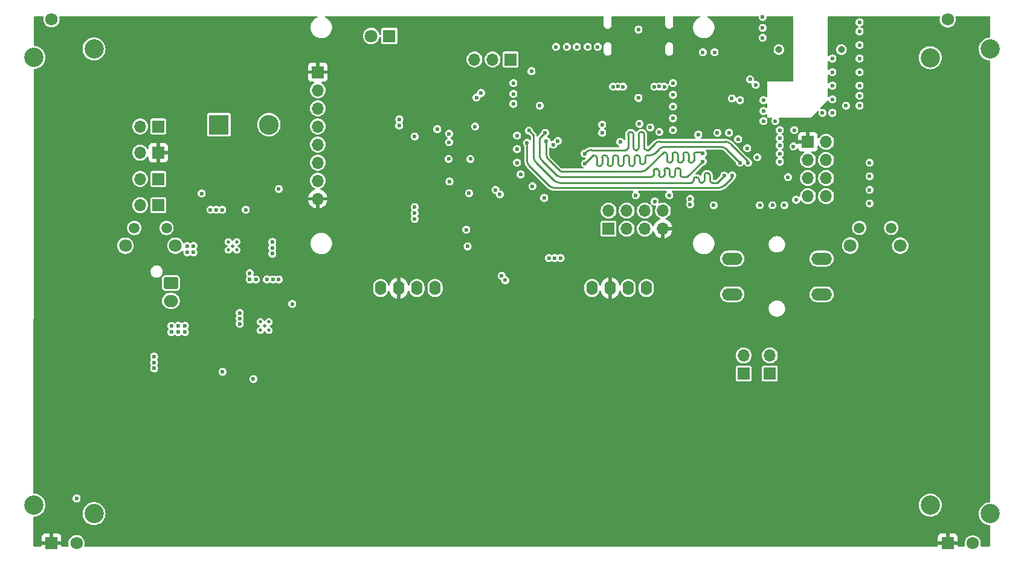
<source format=gbr>
%TF.GenerationSoftware,KiCad,Pcbnew,8.0.7*%
%TF.CreationDate,2025-03-26T21:54:53-04:00*%
%TF.ProjectId,RC-Car-Controller,52432d43-6172-42d4-936f-6e74726f6c6c,rev?*%
%TF.SameCoordinates,Original*%
%TF.FileFunction,Copper,L2,Inr*%
%TF.FilePolarity,Positive*%
%FSLAX46Y46*%
G04 Gerber Fmt 4.6, Leading zero omitted, Abs format (unit mm)*
G04 Created by KiCad (PCBNEW 8.0.7) date 2025-03-26 21:54:53*
%MOMM*%
%LPD*%
G01*
G04 APERTURE LIST*
G04 Aperture macros list*
%AMRoundRect*
0 Rectangle with rounded corners*
0 $1 Rounding radius*
0 $2 $3 $4 $5 $6 $7 $8 $9 X,Y pos of 4 corners*
0 Add a 4 corners polygon primitive as box body*
4,1,4,$2,$3,$4,$5,$6,$7,$8,$9,$2,$3,0*
0 Add four circle primitives for the rounded corners*
1,1,$1+$1,$2,$3*
1,1,$1+$1,$4,$5*
1,1,$1+$1,$6,$7*
1,1,$1+$1,$8,$9*
0 Add four rect primitives between the rounded corners*
20,1,$1+$1,$2,$3,$4,$5,0*
20,1,$1+$1,$4,$5,$6,$7,0*
20,1,$1+$1,$6,$7,$8,$9,0*
20,1,$1+$1,$8,$9,$2,$3,0*%
G04 Aperture macros list end*
%TA.AperFunction,ComponentPad*%
%ADD10R,1.700000X1.700000*%
%TD*%
%TA.AperFunction,ComponentPad*%
%ADD11O,1.700000X1.700000*%
%TD*%
%TA.AperFunction,ComponentPad*%
%ADD12R,1.750000X1.750000*%
%TD*%
%TA.AperFunction,ComponentPad*%
%ADD13C,1.750000*%
%TD*%
%TA.AperFunction,ComponentPad*%
%ADD14C,2.700000*%
%TD*%
%TA.AperFunction,ComponentPad*%
%ADD15C,0.500000*%
%TD*%
%TA.AperFunction,ComponentPad*%
%ADD16O,1.600000X2.000000*%
%TD*%
%TA.AperFunction,ComponentPad*%
%ADD17R,2.775000X2.775000*%
%TD*%
%TA.AperFunction,ComponentPad*%
%ADD18C,2.775000*%
%TD*%
%TA.AperFunction,ComponentPad*%
%ADD19R,1.800000X1.800000*%
%TD*%
%TA.AperFunction,ComponentPad*%
%ADD20C,1.800000*%
%TD*%
%TA.AperFunction,ComponentPad*%
%ADD21RoundRect,0.250000X-0.750000X0.600000X-0.750000X-0.600000X0.750000X-0.600000X0.750000X0.600000X0*%
%TD*%
%TA.AperFunction,ComponentPad*%
%ADD22O,2.000000X1.700000*%
%TD*%
%TA.AperFunction,ComponentPad*%
%ADD23C,0.970000*%
%TD*%
%TA.AperFunction,ComponentPad*%
%ADD24O,2.900000X1.700000*%
%TD*%
%TA.AperFunction,ComponentPad*%
%ADD25C,1.498600*%
%TD*%
%TA.AperFunction,ComponentPad*%
%ADD26C,1.803400*%
%TD*%
%TA.AperFunction,ViaPad*%
%ADD27C,0.600000*%
%TD*%
%TA.AperFunction,Conductor*%
%ADD28C,0.276098*%
%TD*%
G04 APERTURE END LIST*
D10*
%TO.N,GNDA*%
%TO.C,TP6*%
X185928000Y-94361000D03*
D11*
%TO.N,N/C*%
X185928000Y-91821000D03*
%TD*%
D10*
%TO.N,Net-(SW2-A)*%
%TO.C,SW2*%
X149606000Y-50292000D03*
D11*
%TO.N,Net-(SW2-B)*%
X147066000Y-50292000D03*
%TO.N,Net-(SW2-C)*%
X144526000Y-50292000D03*
%TD*%
D10*
%TO.N,/Connectors/USART_TX*%
%TO.C,J3*%
X163322000Y-74041000D03*
D11*
%TO.N,/Connectors/USART_RX*%
X163322000Y-71501000D03*
%TO.N,/Connectors/SWCLK*%
X165862000Y-74041000D03*
%TO.N,/Connectors/SWDIO*%
X165862000Y-71501000D03*
%TO.N,/Connectors/NRST*%
X168402000Y-74041000D03*
%TO.N,GNDA*%
X168402000Y-71501000D03*
%TO.N,+3V3*%
X170942000Y-74041000D03*
%TO.N,unconnected-(J3-Pin_8-Pad8)*%
X170942000Y-71501000D03*
%TD*%
D12*
%TO.N,+3V3*%
%TO.C,R45*%
X85250000Y-118164000D03*
D13*
%TO.N,/Inputs/Slider_L*%
X88750000Y-118164000D03*
%TO.N,GNDA*%
X85250000Y-44664000D03*
D14*
%TO.N,N/C*%
X91200000Y-114014000D03*
X82800000Y-112814000D03*
X82800000Y-50014000D03*
X91200000Y-48814000D03*
%TD*%
D10*
%TO.N,+3V3*%
%TO.C,J4*%
X191262000Y-61849000D03*
D11*
%TO.N,GNDA*%
X193802000Y-61849000D03*
%TO.N,/Connectors/RF_TMS*%
X191262000Y-64389000D03*
%TO.N,/Connectors/RF_nTRST*%
X193802000Y-64389000D03*
%TO.N,/Connectors/RF_TCK*%
X191262000Y-66929000D03*
%TO.N,/Connectors/RF_TDI*%
X193802000Y-66929000D03*
%TO.N,/Connectors/RF_nSRST*%
X191262000Y-69469000D03*
%TO.N,/Connectors/RF_TDO*%
X193802000Y-69469000D03*
%TD*%
D15*
%TO.N,GNDA*%
%TO.C,U2*%
X111207002Y-77043998D03*
X111207002Y-75864001D03*
X110617003Y-76454000D03*
X110027004Y-77043998D03*
X110027004Y-75864001D03*
%TD*%
D16*
%TO.N,GNDA*%
%TO.C,Brd2*%
X131380000Y-82360414D03*
%TO.N,+3V3*%
X133920000Y-82360414D03*
%TO.N,/MCU/I2C2_SCL*%
X136460000Y-82360414D03*
%TO.N,/MCU/I2C2_SDA*%
X139000000Y-82360414D03*
%TD*%
D17*
%TO.N,VDD_LOAD_PRE_SW*%
%TO.C,S1*%
X108712000Y-59436000D03*
D18*
%TO.N,VDD_LOAD*%
X115712000Y-59436000D03*
%TD*%
D19*
%TO.N,GNDA*%
%TO.C,D3*%
X132588000Y-46990000D03*
D20*
%TO.N,Net-(D3-A)*%
X130048000Y-46990000D03*
%TD*%
D15*
%TO.N,GNDA*%
%TO.C,U3*%
X114533500Y-88296800D03*
X115713500Y-88296800D03*
X115123500Y-87706800D03*
X114533500Y-87116800D03*
X115713500Y-87116800D03*
%TD*%
D10*
%TO.N,+3V3*%
%TO.C,J6*%
X122560000Y-52070000D03*
D11*
%TO.N,GNDA*%
X122560000Y-54610000D03*
%TO.N,/MCU/SPI4_MOSI*%
X122560000Y-57150000D03*
%TO.N,/MCU/SPI4_SCLK*%
X122560000Y-59690000D03*
%TO.N,/MCU/SPI4_CS*%
X122560000Y-62230000D03*
%TO.N,/MCU/SPI4_DC*%
X122560000Y-64770000D03*
%TO.N,/Outputs/LCD_RST*%
X122560000Y-67310000D03*
%TO.N,+3V3*%
X122560000Y-69850000D03*
%TD*%
D10*
%TO.N,GNDA*%
%TO.C,TP4*%
X182245000Y-94366000D03*
D11*
%TO.N,N/C*%
X182245000Y-91826000D03*
%TD*%
D16*
%TO.N,GNDA*%
%TO.C,Brd1*%
X161000000Y-82360414D03*
%TO.N,+3V3*%
X163540000Y-82360414D03*
%TO.N,/MCU/I2C1_SCL*%
X166080000Y-82360414D03*
%TO.N,/MCU/I2C1_SDA*%
X168620000Y-82360414D03*
%TD*%
D21*
%TO.N,VDD_BATT*%
%TO.C,J1*%
X101981000Y-81661000D03*
D22*
%TO.N,GND_BATT*%
X101981000Y-84161000D03*
%TD*%
D23*
%TO.N,GNDA*%
%TO.C,J5*%
X195958000Y-48906000D03*
X187198000Y-48906000D03*
%TD*%
D24*
%TO.N,GNDA*%
%TO.C,SW1*%
X180667000Y-78232000D03*
X193167000Y-78232000D03*
%TO.N,/Connectors/NRST*%
X180667000Y-83232000D03*
X193167000Y-83232000D03*
%TD*%
D10*
%TO.N,VDD_USB*%
%TO.C,TP1*%
X100208000Y-59690000D03*
D11*
%TO.N,N/C*%
X97668000Y-59690000D03*
%TD*%
D12*
%TO.N,+3V3*%
%TO.C,R48*%
X210848000Y-118188000D03*
D13*
%TO.N,/Inputs/Slider_R*%
X214348000Y-118188000D03*
%TO.N,GNDA*%
X210848000Y-44688000D03*
D14*
%TO.N,N/C*%
X216798000Y-114038000D03*
X208398000Y-112838000D03*
X208398000Y-50038000D03*
X216798000Y-48838000D03*
%TD*%
D10*
%TO.N,GNDA*%
%TO.C,TP2*%
X100208000Y-70739000D03*
D11*
%TO.N,N/C*%
X97668000Y-70739000D03*
%TD*%
D10*
%TO.N,VDD_BATT*%
%TO.C,TP3*%
X100208000Y-67056000D03*
D11*
%TO.N,N/C*%
X97668000Y-67056000D03*
%TD*%
D10*
%TO.N,+3V3*%
%TO.C,TP5*%
X100208000Y-63373000D03*
D11*
%TO.N,N/C*%
X97668000Y-63373000D03*
%TD*%
D25*
%TO.N,GNDA*%
%TO.C,SW4*%
X198445999Y-73914000D03*
%TO.N,/Inputs/Button_R*%
X202946000Y-73914000D03*
D26*
%TO.N,GNDA*%
X197190999Y-76404299D03*
X204201000Y-76404299D03*
%TD*%
D25*
%TO.N,GNDA*%
%TO.C,SW3*%
X96860999Y-73936051D03*
%TO.N,/Inputs/Button_L*%
X101361000Y-73936051D03*
D26*
%TO.N,GNDA*%
X95605999Y-76426350D03*
X102616000Y-76426350D03*
%TD*%
D27*
%TO.N,+3V3*%
X145177947Y-76505179D03*
X143256000Y-54991000D03*
X119888000Y-93218000D03*
X112748616Y-87036205D03*
X136080500Y-74295000D03*
X140462000Y-71374000D03*
X176276000Y-69850000D03*
X179766345Y-70629239D03*
X119888000Y-91313000D03*
X143931000Y-65318000D03*
X176276000Y-70612000D03*
X140970000Y-71882000D03*
X158242000Y-74930000D03*
X143952436Y-62832101D03*
X137711270Y-77039454D03*
X140081000Y-64516000D03*
X119893416Y-92252891D03*
X119002630Y-92241686D03*
X173342000Y-69850000D03*
X158623000Y-58420000D03*
X181229000Y-49276000D03*
X180213000Y-49276000D03*
X173342000Y-70612000D03*
X143891000Y-55626000D03*
X125857000Y-47498000D03*
X118999000Y-93218000D03*
X159639000Y-58420000D03*
X138538925Y-77035215D03*
X183007000Y-70629239D03*
X136887925Y-77035215D03*
X140970000Y-70866000D03*
X168129925Y-77289215D03*
X180681991Y-48641000D03*
X167302270Y-77293454D03*
X181356000Y-70625000D03*
X118999000Y-91313000D03*
X157607000Y-58420000D03*
X141732000Y-51943000D03*
X166478925Y-77289215D03*
%TO.N,/MCU/I2C2_SDA*%
X148831702Y-81272920D03*
%TO.N,GNDA*%
X164973000Y-61849000D03*
X184150000Y-64008000D03*
X143946000Y-64246000D03*
X194691000Y-53975000D03*
X178181000Y-49276000D03*
X198501000Y-45085000D03*
X149987000Y-56515000D03*
X143383000Y-74168000D03*
X170434000Y-60452000D03*
X172352000Y-53594000D03*
X176530000Y-49276000D03*
X183941000Y-53856473D03*
X165354000Y-54102000D03*
X172352000Y-58547000D03*
X189611000Y-69977000D03*
X156604573Y-78154815D03*
X185039000Y-57531000D03*
X149987000Y-53594000D03*
X107524002Y-71374000D03*
X118999000Y-84582000D03*
X198501000Y-52070000D03*
X187325000Y-60198000D03*
X136144000Y-61087000D03*
X174752000Y-70612000D03*
X199898000Y-64770000D03*
X149987000Y-55118000D03*
X175895000Y-60825000D03*
X167640000Y-59309000D03*
X162433000Y-59436000D03*
X198501000Y-56769000D03*
X102045000Y-88550500D03*
X169164000Y-59817000D03*
X199898000Y-68580000D03*
X99632000Y-93630500D03*
X170434747Y-54100066D03*
X184912000Y-45847000D03*
X143559901Y-76511597D03*
X172352000Y-55245000D03*
X117094000Y-68453000D03*
X141025000Y-67421000D03*
X136145215Y-70995075D03*
X198501000Y-53975000D03*
X151003000Y-66421000D03*
X103010109Y-87656084D03*
X117094000Y-81153000D03*
X109220000Y-94107000D03*
X169799000Y-70231000D03*
X158877000Y-48514000D03*
X171831000Y-69342000D03*
X194691000Y-57785000D03*
X115443000Y-81153000D03*
X178562000Y-60579000D03*
X103950000Y-88550500D03*
X188468000Y-66802000D03*
X174752000Y-69850000D03*
X164656247Y-54100066D03*
X194691000Y-52070000D03*
X180213000Y-60579000D03*
X198501000Y-48260000D03*
X139319000Y-60071000D03*
X116205000Y-75901002D03*
X187325000Y-61341000D03*
X185039000Y-58928000D03*
X116201981Y-76724478D03*
X116261307Y-81153000D03*
X199898000Y-66675000D03*
X140898000Y-64246000D03*
X111633000Y-85852000D03*
X155781228Y-78150576D03*
X169735500Y-54102000D03*
X172352000Y-56896000D03*
X196596000Y-56769000D03*
X185039000Y-56007000D03*
X161798000Y-48514000D03*
X150495000Y-64770000D03*
X152654000Y-68072000D03*
X136149454Y-71822730D03*
X108341934Y-71385056D03*
X144614000Y-59690000D03*
X187325000Y-62357000D03*
X182753000Y-62738000D03*
X183152264Y-53067736D03*
X187951425Y-70729808D03*
X163957000Y-54102000D03*
X178054000Y-70739000D03*
X198501000Y-50165000D03*
X112477002Y-71374000D03*
X186690000Y-58928000D03*
X150495000Y-60960000D03*
X103950000Y-87661500D03*
X150495000Y-62865000D03*
X109175002Y-71374000D03*
X154953573Y-78154815D03*
X143757092Y-69046793D03*
X155956000Y-48514000D03*
X116205000Y-77552002D03*
X102045000Y-87661500D03*
X157480000Y-48514000D03*
X167132000Y-69342000D03*
X184522425Y-70729808D03*
X186300425Y-70729808D03*
X136145215Y-72646075D03*
X171132500Y-54102000D03*
X193294000Y-57785000D03*
X154305000Y-69723000D03*
X184912000Y-44323000D03*
X162433000Y-60579000D03*
X194691000Y-55880000D03*
X113538000Y-95123000D03*
X187325000Y-63500000D03*
X181737000Y-56007000D03*
X103021314Y-88546870D03*
X187325000Y-64643000D03*
X99627761Y-92802845D03*
X111633000Y-86614000D03*
X172352000Y-60198000D03*
X199898000Y-70485000D03*
X144808537Y-55627170D03*
X198501000Y-46355000D03*
X194691000Y-50165000D03*
X198501000Y-55372000D03*
X160401000Y-48514000D03*
X145443537Y-54992170D03*
X152527000Y-51930000D03*
X181483000Y-61468000D03*
X184912000Y-47244000D03*
X99632000Y-91979500D03*
X111633000Y-87376000D03*
%TO.N,/MCU/I2C2_SCL*%
X148336000Y-80645000D03*
%TO.N,/MCU/I2C1_SDA*%
X147487000Y-68580000D03*
%TO.N,/MCU/I2C1_SCL*%
X148082000Y-69215000D03*
%TO.N,VDD_BATT*%
X106299000Y-69088000D03*
%TO.N,/Connectors/SWCLK*%
X155575000Y-62230000D03*
%TO.N,/Connectors/SWDIO*%
X156210000Y-61722000D03*
%TO.N,VDD_USB*%
X167513000Y-55681000D03*
X167515449Y-46101000D03*
%TO.N,/Inputs/Slider_L*%
X88773000Y-111887000D03*
%TO.N,VDD_LOAD_PRE_SW*%
X113906000Y-81153000D03*
X104280000Y-77343000D03*
X105156000Y-76454000D03*
X104280000Y-76454000D03*
X105156000Y-77343000D03*
X113030000Y-81153000D03*
X113030000Y-80264000D03*
%TO.N,/MCU/SDMMC1_CMD*%
X152175819Y-60268327D03*
X179541000Y-66585000D03*
%TO.N,/MCU/SDMMC1_D1*%
X159951706Y-63506465D03*
X182880000Y-64770000D03*
%TO.N,/MCU/SDMMC1_CK*%
X180648376Y-66547752D03*
X151892000Y-61976000D03*
%TO.N,/MCU/SDMMC1_D2*%
X176530000Y-63498000D03*
X154612080Y-61728475D03*
%TO.N,/MCU/SDMMC1_D3*%
X154432000Y-60579000D03*
X176530000Y-64606003D03*
%TO.N,/MCU/SDMMC1_D0*%
X181737000Y-64770000D03*
X160020000Y-64897000D03*
%TO.N,/MCU/SPI4_CS*%
X140970000Y-60706000D03*
X133995221Y-58676379D03*
%TO.N,/MCU/SPI4_DC*%
X133985000Y-59563000D03*
X140970000Y-61913000D03*
%TO.N,/Connectors/RF_TDI*%
X189230000Y-62484000D03*
%TO.N,/Connectors/RF_TCK*%
X189357000Y-60198000D03*
%TO.N,/MCU/RF_RESET*%
X153670000Y-56769000D03*
X180594000Y-55753000D03*
%TD*%
D28*
%TO.N,/MCU/SDMMC1_CMD*%
X176296164Y-67564000D02*
X176447244Y-67564000D01*
X177051560Y-66214000D02*
X177202640Y-66214000D01*
X175238610Y-67261842D02*
X175238610Y-67116158D01*
X152175819Y-60268327D02*
X152831478Y-60923986D01*
X176749402Y-67261842D02*
X176749402Y-66516158D01*
X177806956Y-67564000D02*
X177958036Y-67564000D01*
X177504798Y-66516158D02*
X177504798Y-67261842D01*
X178562000Y-67564000D02*
X179541000Y-66585000D01*
X175994006Y-67116158D02*
X175994006Y-67261842D01*
X156395412Y-67564000D02*
X174936452Y-67564000D01*
X152831478Y-60923986D02*
X152831478Y-64000066D01*
X177958036Y-67564000D02*
X178158431Y-67564000D01*
X153129058Y-64718487D02*
X155676992Y-67266421D01*
X175540768Y-66814000D02*
X175691848Y-66814000D01*
X178158431Y-67564000D02*
X178562000Y-67564000D01*
X152831478Y-64000066D02*
G75*
G03*
X153129036Y-64718509I1016022J-34D01*
G01*
X156395412Y-67564000D02*
G75*
G02*
X155676986Y-67266427I-12J1016000D01*
G01*
X177202640Y-66214000D02*
G75*
G02*
X177504800Y-66516158I-40J-302200D01*
G01*
X177504798Y-67261842D02*
G75*
G03*
X177806956Y-67564002I302202J42D01*
G01*
X175691848Y-66814000D02*
G75*
G02*
X175994000Y-67116158I-48J-302200D01*
G01*
X175238610Y-67116158D02*
G75*
G02*
X175540768Y-66814010I302190J-42D01*
G01*
X176447244Y-67564000D02*
G75*
G03*
X176749400Y-67261842I-44J302200D01*
G01*
X176749402Y-66516158D02*
G75*
G02*
X177051560Y-66214002I302198J-42D01*
G01*
X175994006Y-67261842D02*
G75*
G03*
X176296164Y-67563994I302194J42D01*
G01*
X174936452Y-67564000D02*
G75*
G03*
X175238700Y-67261842I48J302200D01*
G01*
%TO.N,/MCU/SDMMC1_D1*%
X168313956Y-62689842D02*
X168313956Y-60764158D01*
X179674685Y-61810906D02*
X170511935Y-61810906D01*
X166047768Y-60764158D02*
X166047768Y-62689842D01*
X165745610Y-62992000D02*
X165594530Y-62992000D01*
X182880000Y-64770000D02*
X182880000Y-64595380D01*
X166803164Y-62689842D02*
X166803164Y-60764158D01*
X160168591Y-63289580D02*
X159951706Y-63506465D01*
X167256402Y-62992000D02*
X167105322Y-62992000D01*
X169793514Y-62108486D02*
X168910000Y-62992000D01*
X167558560Y-60764158D02*
X167558560Y-62689842D01*
X165594530Y-62992000D02*
X164368411Y-62992000D01*
X168011798Y-60462000D02*
X167860718Y-60462000D01*
X182880000Y-64595380D02*
X180393105Y-62108485D01*
X166501006Y-60462000D02*
X166349926Y-60462000D01*
X168910000Y-62992000D02*
X168616114Y-62992000D01*
X164368411Y-62992000D02*
X160887012Y-62992000D01*
X167105322Y-62992000D02*
G75*
G02*
X166803100Y-62689842I-22J302200D01*
G01*
X166803164Y-60764158D02*
G75*
G03*
X166501006Y-60462036I-302164J-42D01*
G01*
X160168591Y-63289580D02*
G75*
G02*
X160887012Y-62992008I718409J-718420D01*
G01*
X167558560Y-62689842D02*
G75*
G02*
X167256402Y-62991960I-302160J42D01*
G01*
X166349926Y-60462000D02*
G75*
G03*
X166047700Y-60764158I-26J-302200D01*
G01*
X168313956Y-60764158D02*
G75*
G03*
X168011798Y-60462044I-302156J-42D01*
G01*
X167860718Y-60462000D02*
G75*
G03*
X167558500Y-60764158I-18J-302200D01*
G01*
X169793514Y-62108486D02*
G75*
G02*
X170511935Y-61810929I718386J-718414D01*
G01*
X179674685Y-61810906D02*
G75*
G02*
X180393111Y-62108479I15J-1015994D01*
G01*
X166047768Y-62689842D02*
G75*
G02*
X165745610Y-62991968I-302168J42D01*
G01*
X168616114Y-62992000D02*
G75*
G02*
X168313900Y-62689842I-14J302200D01*
G01*
%TO.N,/MCU/SDMMC1_CK*%
X152189580Y-65194580D02*
X155016817Y-68021817D01*
X151892000Y-61976000D02*
X151892000Y-64476159D01*
X179575578Y-67947422D02*
X180648376Y-66874624D01*
X180648376Y-66874624D02*
X180648376Y-66547752D01*
X155735237Y-68319396D02*
X178677553Y-68319396D01*
X151892000Y-64476159D02*
G75*
G03*
X152189560Y-65194600I1016000J-41D01*
G01*
X155735237Y-68319396D02*
G75*
G02*
X155016799Y-68021835I-37J1015996D01*
G01*
X178677553Y-68319396D02*
G75*
G03*
X179575601Y-67947445I47J1269996D01*
G01*
%TO.N,/MCU/SDMMC1_D2*%
X171802170Y-64761698D02*
X171953250Y-64761698D01*
X172255408Y-64459540D02*
X172255408Y-63623856D01*
X156518215Y-65908894D02*
X156675641Y-65985144D01*
X175579150Y-63321698D02*
X175730230Y-63321698D01*
X171500012Y-63623856D02*
X171500012Y-64459540D01*
X176353698Y-63321698D02*
X176530000Y-63498000D01*
X156448636Y-65855865D02*
X156518215Y-65908894D01*
X168663995Y-65696684D02*
X171038981Y-63321698D01*
X174068358Y-63321698D02*
X174219438Y-63321698D01*
X174521596Y-63623856D02*
X174521596Y-64459540D01*
X175730230Y-63321698D02*
X175940318Y-63321698D01*
X174823754Y-64761698D02*
X174974834Y-64761698D01*
X173312962Y-64761698D02*
X173464042Y-64761698D01*
X172557566Y-63321698D02*
X172708646Y-63321698D01*
X156675641Y-65985144D02*
X156846044Y-66024641D01*
X173010804Y-63623856D02*
X173010804Y-64459540D01*
X156876421Y-65994264D02*
X167945574Y-65994264D01*
X175276992Y-64459540D02*
X175276992Y-63623856D01*
X156846044Y-66024641D02*
X156876421Y-65994264D01*
X171038981Y-63321698D02*
X171197854Y-63321698D01*
X175940318Y-63321698D02*
X176353698Y-63321698D01*
X173766200Y-64459540D02*
X173766200Y-63623856D01*
X154909660Y-64316889D02*
X156448636Y-65855865D01*
X154612080Y-61728475D02*
X154612080Y-63598468D01*
X174521596Y-64459540D02*
G75*
G03*
X174823754Y-64761704I302204J40D01*
G01*
X171500012Y-64459540D02*
G75*
G03*
X171802170Y-64761688I302188J40D01*
G01*
X172255408Y-63623856D02*
G75*
G02*
X172557566Y-63321708I302192J-44D01*
G01*
X174219438Y-63321698D02*
G75*
G02*
X174521602Y-63623856I-38J-302202D01*
G01*
X173010804Y-64459540D02*
G75*
G03*
X173312962Y-64761696I302196J40D01*
G01*
X172708646Y-63321698D02*
G75*
G02*
X173010802Y-63623856I-46J-302202D01*
G01*
X171197854Y-63321698D02*
G75*
G02*
X171500102Y-63623856I46J-302202D01*
G01*
X168663995Y-65696684D02*
G75*
G02*
X167945574Y-65994256I-718395J718384D01*
G01*
X174974834Y-64761698D02*
G75*
G03*
X175276998Y-64459540I-34J302198D01*
G01*
X154612080Y-63598468D02*
G75*
G03*
X154909640Y-64316909I1016020J-32D01*
G01*
X173766200Y-63623856D02*
G75*
G02*
X174068358Y-63321700I302200J-44D01*
G01*
X175276992Y-63623856D02*
G75*
G02*
X175579150Y-63321792I302108J-44D01*
G01*
X171953250Y-64761698D02*
G75*
G03*
X172255498Y-64459540I50J302198D01*
G01*
X173464042Y-64761698D02*
G75*
G03*
X173766198Y-64459540I-42J302198D01*
G01*
%TO.N,/MCU/SDMMC1_D3*%
X153670000Y-61341000D02*
X153670000Y-63737925D01*
X156625047Y-66798182D02*
X169315349Y-66798182D01*
X170372903Y-65940340D02*
X170372903Y-66496024D01*
X171128299Y-66496024D02*
X171128299Y-65840340D01*
X172639091Y-66496024D02*
X172639091Y-65840340D01*
X173696645Y-66798182D02*
X173847725Y-66798182D01*
X154432000Y-60579000D02*
X153670000Y-61341000D01*
X172941249Y-65538182D02*
X173092329Y-65538182D01*
X169617507Y-66496024D02*
X169617507Y-65940340D01*
X153967580Y-64456346D02*
X156086232Y-66574998D01*
X171430457Y-65538182D02*
X171581537Y-65538182D01*
X173394487Y-65840340D02*
X173394487Y-66496024D01*
X174337821Y-66798182D02*
X176530000Y-64606003D01*
X170675061Y-66798182D02*
X170826141Y-66798182D01*
X174142284Y-66798182D02*
X174337821Y-66798182D01*
X173847725Y-66798182D02*
X174142284Y-66798182D01*
X172185853Y-66798182D02*
X172336933Y-66798182D01*
X169919665Y-65638182D02*
X170070745Y-65638182D01*
X171883695Y-65840340D02*
X171883695Y-66496024D01*
X170070745Y-65638182D02*
G75*
G02*
X170372818Y-65940340I-45J-302118D01*
G01*
X172639091Y-65840340D02*
G75*
G02*
X172941249Y-65538191I302109J40D01*
G01*
X156086232Y-66574998D02*
G75*
G03*
X156625047Y-66798154I538768J538798D01*
G01*
X169617507Y-65940340D02*
G75*
G02*
X169919665Y-65638107I302193J40D01*
G01*
X173092329Y-65538182D02*
G75*
G02*
X173394418Y-65840340I-29J-302118D01*
G01*
X169315349Y-66798182D02*
G75*
G03*
X169617482Y-66496024I-49J302182D01*
G01*
X171128299Y-65840340D02*
G75*
G02*
X171430457Y-65538099I302201J40D01*
G01*
X153967580Y-64456346D02*
G75*
G02*
X153669982Y-63737925I718420J718446D01*
G01*
X172336933Y-66798182D02*
G75*
G03*
X172639082Y-66496024I-33J302182D01*
G01*
X173394487Y-66496024D02*
G75*
G03*
X173696645Y-66798113I302113J24D01*
G01*
X170372903Y-66496024D02*
G75*
G03*
X170675061Y-66798197I302197J24D01*
G01*
X171581537Y-65538182D02*
G75*
G02*
X171883618Y-65840340I-37J-302118D01*
G01*
X170826141Y-66798182D02*
G75*
G03*
X171128282Y-66496024I-41J302182D01*
G01*
X171883695Y-66496024D02*
G75*
G03*
X172185853Y-66798205I302205J24D01*
G01*
%TO.N,/MCU/SDMMC1_D0*%
X160020000Y-64897000D02*
X160025139Y-64891861D01*
X171146926Y-62566302D02*
X179112461Y-62566302D01*
X160020000Y-64897000D02*
X161169604Y-63747396D01*
X166944635Y-64935238D02*
X166944635Y-64049554D01*
X161959021Y-65237396D02*
X162110101Y-65237396D01*
X165433843Y-64935238D02*
X165433843Y-64049554D01*
X168908665Y-63747396D02*
X168910000Y-63747396D01*
X163469813Y-65237396D02*
X163620893Y-65237396D01*
X165736001Y-63747396D02*
X165887081Y-63747396D01*
X163167655Y-64049554D02*
X163167655Y-64935238D01*
X161169604Y-63747396D02*
X161354705Y-63747396D01*
X179830882Y-62863882D02*
X181737000Y-64770000D01*
X166491397Y-65237396D02*
X166642477Y-65237396D01*
X163923051Y-64935238D02*
X163923051Y-64049554D01*
X168910000Y-63747396D02*
X169124150Y-63747396D01*
X164678447Y-64049554D02*
X164678447Y-64935238D01*
X168757585Y-63747396D02*
X168908665Y-63747396D01*
X162714417Y-63747396D02*
X162865497Y-63747396D01*
X167246793Y-63747396D02*
X167397873Y-63747396D01*
X167700031Y-64049554D02*
X167700031Y-64685238D01*
X164225209Y-63747396D02*
X164376289Y-63747396D01*
X166189239Y-64049554D02*
X166189239Y-64935238D01*
X161656863Y-64049554D02*
X161656863Y-64935238D01*
X162412259Y-64935238D02*
X162412259Y-64049554D01*
X168455427Y-64685238D02*
X168455427Y-64049554D01*
X168002189Y-64987396D02*
X168153269Y-64987396D01*
X169842571Y-63449816D02*
X170428506Y-62863881D01*
X164980605Y-65237396D02*
X165131685Y-65237396D01*
X167397873Y-63747396D02*
G75*
G02*
X167700104Y-64049554I27J-302204D01*
G01*
X166189239Y-64935238D02*
G75*
G03*
X166491397Y-65237361I302161J38D01*
G01*
X161354705Y-63747396D02*
G75*
G02*
X161656904Y-64049554I-5J-302204D01*
G01*
X169124150Y-63747396D02*
G75*
G03*
X169842545Y-63449790I-50J1015996D01*
G01*
X162412259Y-64049554D02*
G75*
G02*
X162714417Y-63747459I302141J-46D01*
G01*
X162865497Y-63747396D02*
G75*
G02*
X163167704Y-64049554I3J-302204D01*
G01*
X163167655Y-64935238D02*
G75*
G03*
X163469813Y-65237345I302145J38D01*
G01*
X162110101Y-65237396D02*
G75*
G03*
X162412296Y-64935238I-1J302196D01*
G01*
X168455427Y-64049554D02*
G75*
G02*
X168757585Y-63747427I302173J-46D01*
G01*
X166642477Y-65237396D02*
G75*
G03*
X166944696Y-64935238I23J302196D01*
G01*
X179112461Y-62566302D02*
G75*
G02*
X179830901Y-62863863I39J-1015998D01*
G01*
X165131685Y-65237396D02*
G75*
G03*
X165433896Y-64935238I15J302196D01*
G01*
X168153269Y-64987396D02*
G75*
G03*
X168455496Y-64685238I31J302196D01*
G01*
X166944635Y-64049554D02*
G75*
G02*
X167246793Y-63747435I302165J-46D01*
G01*
X165433843Y-64049554D02*
G75*
G02*
X165736001Y-63747443I302157J-46D01*
G01*
X165887081Y-63747396D02*
G75*
G02*
X166189304Y-64049554I19J-302204D01*
G01*
X170428506Y-62863881D02*
G75*
G02*
X171146926Y-62566320I718394J-718419D01*
G01*
X164376289Y-63747396D02*
G75*
G02*
X164678504Y-64049554I11J-302204D01*
G01*
X161656863Y-64935238D02*
G75*
G03*
X161959021Y-65237337I302137J38D01*
G01*
X167700031Y-64685238D02*
G75*
G03*
X168002189Y-64987369I302169J38D01*
G01*
X163923051Y-64049554D02*
G75*
G02*
X164225209Y-63747451I302149J-46D01*
G01*
X164678447Y-64935238D02*
G75*
G03*
X164980605Y-65237353I302153J38D01*
G01*
X163620893Y-65237396D02*
G75*
G03*
X163923096Y-64935238I7J302196D01*
G01*
%TD*%
%TA.AperFunction,Conductor*%
%TO.N,+3V3*%
G36*
X84111664Y-44215685D02*
G01*
X84157419Y-44268489D01*
X84167363Y-44337647D01*
X84163892Y-44353934D01*
X84134974Y-44455570D01*
X84115661Y-44663999D01*
X84115661Y-44664000D01*
X84134974Y-44872429D01*
X84192259Y-45073769D01*
X84285562Y-45261147D01*
X84285567Y-45261155D01*
X84411714Y-45428201D01*
X84490713Y-45500217D01*
X84566408Y-45569222D01*
X84744382Y-45679419D01*
X84744383Y-45679419D01*
X84744384Y-45679420D01*
X84776620Y-45691908D01*
X84939573Y-45755036D01*
X85145336Y-45793500D01*
X85145338Y-45793500D01*
X85354662Y-45793500D01*
X85354664Y-45793500D01*
X85560427Y-45755036D01*
X85755618Y-45679419D01*
X85933592Y-45569222D01*
X86088287Y-45428199D01*
X86214434Y-45261153D01*
X86307740Y-45073771D01*
X86365025Y-44872434D01*
X86384339Y-44664000D01*
X86365025Y-44455566D01*
X86336108Y-44353932D01*
X86336696Y-44284066D01*
X86374963Y-44225608D01*
X86438760Y-44197118D01*
X86455375Y-44196000D01*
X122406020Y-44196000D01*
X122473059Y-44215685D01*
X122518814Y-44268489D01*
X122528758Y-44337647D01*
X122499733Y-44401203D01*
X122462315Y-44430485D01*
X122273566Y-44526657D01*
X122171736Y-44600642D01*
X122082490Y-44665483D01*
X122082488Y-44665485D01*
X122082487Y-44665485D01*
X121915485Y-44832487D01*
X121915485Y-44832488D01*
X121915483Y-44832490D01*
X121869025Y-44896434D01*
X121776657Y-45023566D01*
X121669433Y-45234003D01*
X121596446Y-45458631D01*
X121559500Y-45691902D01*
X121559500Y-45928097D01*
X121596446Y-46161368D01*
X121669433Y-46385996D01*
X121727398Y-46499757D01*
X121776657Y-46596433D01*
X121915483Y-46787510D01*
X122082490Y-46954517D01*
X122273567Y-47093343D01*
X122367625Y-47141268D01*
X122484003Y-47200566D01*
X122484005Y-47200566D01*
X122484008Y-47200568D01*
X122570094Y-47228539D01*
X122708631Y-47273553D01*
X122941903Y-47310500D01*
X122941908Y-47310500D01*
X123178097Y-47310500D01*
X123411368Y-47273553D01*
X123502322Y-47244000D01*
X123635992Y-47200568D01*
X123641268Y-47197880D01*
X123673099Y-47181661D01*
X123846433Y-47093343D01*
X123988673Y-46989999D01*
X128888554Y-46989999D01*
X128888554Y-46990000D01*
X128908295Y-47203047D01*
X128908296Y-47203050D01*
X128966846Y-47408835D01*
X128966849Y-47408840D01*
X129062219Y-47600370D01*
X129191159Y-47771114D01*
X129349278Y-47915258D01*
X129349283Y-47915261D01*
X129349286Y-47915263D01*
X129531186Y-48027891D01*
X129531187Y-48027891D01*
X129531190Y-48027893D01*
X129730703Y-48105185D01*
X129941020Y-48144500D01*
X129941022Y-48144500D01*
X130154978Y-48144500D01*
X130154980Y-48144500D01*
X130365297Y-48105185D01*
X130564810Y-48027893D01*
X130746722Y-47915258D01*
X130904841Y-47771114D01*
X131033781Y-47600370D01*
X131129151Y-47408840D01*
X131129151Y-47408837D01*
X131129153Y-47408835D01*
X131189273Y-47197534D01*
X131190491Y-47197880D01*
X131219270Y-47141268D01*
X131279578Y-47105988D01*
X131349387Y-47108914D01*
X131406531Y-47149117D01*
X131432869Y-47213833D01*
X131433500Y-47226324D01*
X131433500Y-47915063D01*
X131448266Y-47989301D01*
X131504515Y-48073484D01*
X131536767Y-48095034D01*
X131588699Y-48129734D01*
X131588702Y-48129734D01*
X131588703Y-48129735D01*
X131613666Y-48134700D01*
X131662933Y-48144500D01*
X133513066Y-48144499D01*
X133587301Y-48129734D01*
X133671484Y-48073484D01*
X133727734Y-47989301D01*
X133742500Y-47915067D01*
X133742499Y-46100998D01*
X166956164Y-46100998D01*
X166956164Y-46101001D01*
X166975220Y-46245752D01*
X166975222Y-46245757D01*
X167031091Y-46380638D01*
X167031094Y-46380644D01*
X167119974Y-46496473D01*
X167119975Y-46496474D01*
X167235804Y-46585354D01*
X167235810Y-46585357D01*
X167303250Y-46613291D01*
X167370695Y-46641228D01*
X167443072Y-46650756D01*
X167515448Y-46660285D01*
X167515449Y-46660285D01*
X167515450Y-46660285D01*
X167563700Y-46653932D01*
X167660203Y-46641228D01*
X167795092Y-46585355D01*
X167910923Y-46496474D01*
X167999804Y-46380643D01*
X168055677Y-46245754D01*
X168074734Y-46101000D01*
X168055677Y-45956246D01*
X167999804Y-45821358D01*
X167910923Y-45705526D01*
X167795092Y-45616645D01*
X167795089Y-45616644D01*
X167795087Y-45616642D01*
X167660206Y-45560773D01*
X167660201Y-45560771D01*
X167515450Y-45541715D01*
X167515448Y-45541715D01*
X167370696Y-45560771D01*
X167370694Y-45560772D01*
X167235810Y-45616643D01*
X167235807Y-45616644D01*
X167235807Y-45616645D01*
X167119975Y-45705526D01*
X167034055Y-45817500D01*
X167031092Y-45821361D01*
X166975221Y-45956245D01*
X166975220Y-45956247D01*
X166956164Y-46100998D01*
X133742499Y-46100998D01*
X133742499Y-46064934D01*
X133727734Y-45990699D01*
X133692411Y-45937835D01*
X133671484Y-45906515D01*
X133617795Y-45870642D01*
X133587301Y-45850266D01*
X133587299Y-45850265D01*
X133587296Y-45850264D01*
X133513069Y-45835500D01*
X131662936Y-45835500D01*
X131588698Y-45850266D01*
X131504515Y-45906515D01*
X131448266Y-45990699D01*
X131448264Y-45990703D01*
X131433500Y-46064928D01*
X131433500Y-46753674D01*
X131413815Y-46820713D01*
X131361011Y-46866468D01*
X131291853Y-46876412D01*
X131228297Y-46847387D01*
X131190523Y-46788609D01*
X131187863Y-46777513D01*
X131187704Y-46776955D01*
X131187704Y-46776952D01*
X131161460Y-46684715D01*
X131129153Y-46571164D01*
X131129150Y-46571158D01*
X131091962Y-46496474D01*
X131033781Y-46379630D01*
X130904841Y-46208886D01*
X130746722Y-46064742D01*
X130746716Y-46064738D01*
X130746713Y-46064736D01*
X130564813Y-45952108D01*
X130564807Y-45952106D01*
X130545352Y-45944569D01*
X130365297Y-45874815D01*
X130154980Y-45835500D01*
X129941020Y-45835500D01*
X129730703Y-45874815D01*
X129648876Y-45906515D01*
X129531192Y-45952106D01*
X129531186Y-45952108D01*
X129349286Y-46064736D01*
X129349283Y-46064738D01*
X129349279Y-46064740D01*
X129349278Y-46064742D01*
X129243284Y-46161368D01*
X129191158Y-46208887D01*
X129062219Y-46379629D01*
X128966849Y-46571158D01*
X128966846Y-46571164D01*
X128908296Y-46776949D01*
X128908295Y-46776952D01*
X128888554Y-46989999D01*
X123988673Y-46989999D01*
X124037510Y-46954517D01*
X124204517Y-46787510D01*
X124343343Y-46596433D01*
X124450568Y-46385992D01*
X124523553Y-46161368D01*
X124537176Y-46075358D01*
X124560500Y-45928097D01*
X124560500Y-45691902D01*
X124523553Y-45458631D01*
X124474211Y-45306773D01*
X124450568Y-45234008D01*
X124450566Y-45234005D01*
X124450566Y-45234003D01*
X124374645Y-45085001D01*
X124343343Y-45023567D01*
X124204517Y-44832490D01*
X124037510Y-44665483D01*
X123846433Y-44526657D01*
X123730829Y-44467754D01*
X123657685Y-44430485D01*
X123606889Y-44382510D01*
X123590094Y-44314689D01*
X123612631Y-44248554D01*
X123667347Y-44205103D01*
X123713980Y-44196000D01*
X162513997Y-44196000D01*
X162581036Y-44215685D01*
X162626791Y-44268489D01*
X162637997Y-44320000D01*
X162637997Y-45493484D01*
X162650920Y-45541715D01*
X162675839Y-45634716D01*
X162708856Y-45691902D01*
X162748946Y-45761339D01*
X162852335Y-45864728D01*
X162978959Y-45937835D01*
X163120190Y-45975677D01*
X163120192Y-45975677D01*
X163266402Y-45975677D01*
X163266404Y-45975677D01*
X163407635Y-45937835D01*
X163534259Y-45864728D01*
X163637648Y-45761339D01*
X163710755Y-45634715D01*
X163748597Y-45493484D01*
X163748597Y-44320000D01*
X163768282Y-44252961D01*
X163821086Y-44207206D01*
X163872597Y-44196000D01*
X171156770Y-44196000D01*
X171223809Y-44215685D01*
X171269564Y-44268489D01*
X171280770Y-44320000D01*
X171280770Y-45500217D01*
X171318612Y-45641450D01*
X171340534Y-45679419D01*
X171391719Y-45768073D01*
X171495108Y-45871462D01*
X171621732Y-45944569D01*
X171762963Y-45982411D01*
X171762965Y-45982411D01*
X171909175Y-45982411D01*
X171909177Y-45982411D01*
X172050408Y-45944569D01*
X172177032Y-45871462D01*
X172280421Y-45768073D01*
X172353528Y-45641449D01*
X172391370Y-45500218D01*
X172391370Y-44320000D01*
X172411055Y-44252961D01*
X172463859Y-44207206D01*
X172515370Y-44196000D01*
X176006020Y-44196000D01*
X176073059Y-44215685D01*
X176118814Y-44268489D01*
X176128758Y-44337647D01*
X176099733Y-44401203D01*
X176062315Y-44430485D01*
X175873566Y-44526657D01*
X175771736Y-44600642D01*
X175682490Y-44665483D01*
X175682488Y-44665485D01*
X175682487Y-44665485D01*
X175515485Y-44832487D01*
X175515485Y-44832488D01*
X175515483Y-44832490D01*
X175469025Y-44896434D01*
X175376657Y-45023566D01*
X175269433Y-45234003D01*
X175196446Y-45458631D01*
X175159500Y-45691902D01*
X175159500Y-45928097D01*
X175196446Y-46161368D01*
X175269433Y-46385996D01*
X175327398Y-46499757D01*
X175376657Y-46596433D01*
X175515483Y-46787510D01*
X175682490Y-46954517D01*
X175873567Y-47093343D01*
X175967625Y-47141268D01*
X176084003Y-47200566D01*
X176084005Y-47200566D01*
X176084008Y-47200568D01*
X176170094Y-47228539D01*
X176308631Y-47273553D01*
X176541903Y-47310500D01*
X176541908Y-47310500D01*
X176778097Y-47310500D01*
X177011368Y-47273553D01*
X177102322Y-47244000D01*
X177102328Y-47243998D01*
X184352715Y-47243998D01*
X184352715Y-47244001D01*
X184371771Y-47388752D01*
X184371773Y-47388757D01*
X184427642Y-47523638D01*
X184427645Y-47523644D01*
X184516525Y-47639473D01*
X184516526Y-47639474D01*
X184632355Y-47728354D01*
X184632361Y-47728357D01*
X184699801Y-47756291D01*
X184767246Y-47784228D01*
X184839623Y-47793756D01*
X184911999Y-47803285D01*
X184912000Y-47803285D01*
X184912001Y-47803285D01*
X184960251Y-47796932D01*
X185056754Y-47784228D01*
X185191643Y-47728355D01*
X185307474Y-47639474D01*
X185396355Y-47523643D01*
X185452228Y-47388754D01*
X185471285Y-47244000D01*
X185468698Y-47224353D01*
X185453501Y-47108914D01*
X185452228Y-47099246D01*
X185396355Y-46964358D01*
X185307474Y-46848526D01*
X185191643Y-46759645D01*
X185191640Y-46759644D01*
X185191638Y-46759642D01*
X185056757Y-46703773D01*
X185056752Y-46703771D01*
X184912001Y-46684715D01*
X184911999Y-46684715D01*
X184767247Y-46703771D01*
X184767245Y-46703772D01*
X184632361Y-46759643D01*
X184632358Y-46759644D01*
X184632358Y-46759645D01*
X184516526Y-46848526D01*
X184435197Y-46954517D01*
X184427643Y-46964361D01*
X184371772Y-47099245D01*
X184371771Y-47099247D01*
X184352715Y-47243998D01*
X177102328Y-47243998D01*
X177235992Y-47200568D01*
X177241268Y-47197880D01*
X177273099Y-47181661D01*
X177446433Y-47093343D01*
X177637510Y-46954517D01*
X177804517Y-46787510D01*
X177943343Y-46596433D01*
X178050568Y-46385992D01*
X178123553Y-46161368D01*
X178137176Y-46075358D01*
X178160500Y-45928097D01*
X178160500Y-45846998D01*
X184352715Y-45846998D01*
X184352715Y-45847001D01*
X184371771Y-45991752D01*
X184371773Y-45991757D01*
X184427642Y-46126638D01*
X184427645Y-46126644D01*
X184516525Y-46242473D01*
X184516526Y-46242474D01*
X184632355Y-46331354D01*
X184632361Y-46331357D01*
X184689436Y-46354998D01*
X184767246Y-46387228D01*
X184839623Y-46396756D01*
X184911999Y-46406285D01*
X184912000Y-46406285D01*
X184912001Y-46406285D01*
X184960251Y-46399932D01*
X185056754Y-46387228D01*
X185191643Y-46331355D01*
X185307474Y-46242474D01*
X185396355Y-46126643D01*
X185452228Y-45991754D01*
X185468951Y-45864727D01*
X185471285Y-45847001D01*
X185471285Y-45846998D01*
X185452660Y-45705526D01*
X185452228Y-45702246D01*
X185396355Y-45567358D01*
X185307474Y-45451526D01*
X185191643Y-45362645D01*
X185191640Y-45362644D01*
X185191638Y-45362642D01*
X185056757Y-45306773D01*
X185056752Y-45306771D01*
X184912001Y-45287715D01*
X184911999Y-45287715D01*
X184767247Y-45306771D01*
X184767245Y-45306772D01*
X184632361Y-45362643D01*
X184632358Y-45362644D01*
X184632358Y-45362645D01*
X184516526Y-45451526D01*
X184432700Y-45560771D01*
X184427643Y-45567361D01*
X184371772Y-45702245D01*
X184371771Y-45702247D01*
X184352715Y-45846998D01*
X178160500Y-45846998D01*
X178160500Y-45691902D01*
X178123553Y-45458631D01*
X178074211Y-45306773D01*
X178050568Y-45234008D01*
X178050566Y-45234005D01*
X178050566Y-45234003D01*
X177974645Y-45085001D01*
X177943343Y-45023567D01*
X177804517Y-44832490D01*
X177637510Y-44665483D01*
X177446433Y-44526657D01*
X177330829Y-44467754D01*
X177257685Y-44430485D01*
X177206889Y-44382510D01*
X177190094Y-44314689D01*
X177212631Y-44248554D01*
X177267347Y-44205103D01*
X177313980Y-44196000D01*
X184228715Y-44196000D01*
X184295754Y-44215685D01*
X184341509Y-44268489D01*
X184351615Y-44314947D01*
X184351654Y-44314942D01*
X184351714Y-44315400D01*
X184352715Y-44320000D01*
X184352715Y-44323001D01*
X184371771Y-44467752D01*
X184371773Y-44467757D01*
X184427642Y-44602638D01*
X184427645Y-44602644D01*
X184516525Y-44718473D01*
X184516526Y-44718474D01*
X184632355Y-44807354D01*
X184632361Y-44807357D01*
X184693031Y-44832487D01*
X184767246Y-44863228D01*
X184837135Y-44872429D01*
X184911999Y-44882285D01*
X184912000Y-44882285D01*
X184912001Y-44882285D01*
X184960251Y-44875932D01*
X185056754Y-44863228D01*
X185191643Y-44807355D01*
X185307474Y-44718474D01*
X185396355Y-44602643D01*
X185452228Y-44467754D01*
X185471285Y-44323000D01*
X185471285Y-44320000D01*
X185472001Y-44317560D01*
X185472346Y-44314942D01*
X185472754Y-44314995D01*
X185490970Y-44252961D01*
X185543774Y-44207206D01*
X185595285Y-44196000D01*
X189106000Y-44196000D01*
X189173039Y-44215685D01*
X189218794Y-44268489D01*
X189230000Y-44320000D01*
X189230000Y-53216000D01*
X189210315Y-53283039D01*
X189157511Y-53328794D01*
X189106000Y-53340000D01*
X185547000Y-53340000D01*
X185547000Y-55446422D01*
X185527315Y-55513461D01*
X185474511Y-55559216D01*
X185405353Y-55569160D01*
X185347514Y-55544798D01*
X185318643Y-55522645D01*
X185318638Y-55522642D01*
X185183757Y-55466773D01*
X185183752Y-55466771D01*
X185039001Y-55447715D01*
X185038999Y-55447715D01*
X184894247Y-55466771D01*
X184894245Y-55466772D01*
X184759361Y-55522643D01*
X184759358Y-55522644D01*
X184759358Y-55522645D01*
X184643526Y-55611526D01*
X184564512Y-55714500D01*
X184554643Y-55727361D01*
X184498772Y-55862245D01*
X184498771Y-55862247D01*
X184479715Y-56006998D01*
X184479715Y-56007001D01*
X184498771Y-56151752D01*
X184498773Y-56151757D01*
X184554642Y-56286638D01*
X184554645Y-56286644D01*
X184643525Y-56402473D01*
X184643526Y-56402474D01*
X184759355Y-56491354D01*
X184759361Y-56491357D01*
X184796784Y-56506858D01*
X184894246Y-56547228D01*
X184966623Y-56556756D01*
X185038999Y-56566285D01*
X185039000Y-56566285D01*
X185039001Y-56566285D01*
X185087251Y-56559932D01*
X185183754Y-56547228D01*
X185318643Y-56491355D01*
X185347513Y-56469201D01*
X185412682Y-56444007D01*
X185481127Y-56458045D01*
X185531117Y-56506858D01*
X185547000Y-56567577D01*
X185547000Y-56970422D01*
X185527315Y-57037461D01*
X185474511Y-57083216D01*
X185405353Y-57093160D01*
X185347514Y-57068798D01*
X185318643Y-57046645D01*
X185318638Y-57046642D01*
X185183757Y-56990773D01*
X185183752Y-56990771D01*
X185039001Y-56971715D01*
X185038999Y-56971715D01*
X184894247Y-56990771D01*
X184894245Y-56990772D01*
X184759361Y-57046643D01*
X184759358Y-57046644D01*
X184759358Y-57046645D01*
X184643526Y-57135526D01*
X184559700Y-57244771D01*
X184554643Y-57251361D01*
X184498772Y-57386245D01*
X184498771Y-57386247D01*
X184479715Y-57530998D01*
X184479715Y-57531001D01*
X184498771Y-57675752D01*
X184498773Y-57675757D01*
X184554642Y-57810638D01*
X184554645Y-57810644D01*
X184643525Y-57926473D01*
X184643526Y-57926474D01*
X184759355Y-58015354D01*
X184759361Y-58015357D01*
X184826801Y-58043291D01*
X184894246Y-58071228D01*
X184966623Y-58080756D01*
X185038999Y-58090285D01*
X185039000Y-58090285D01*
X185039001Y-58090285D01*
X185087251Y-58083932D01*
X185183754Y-58071228D01*
X185318643Y-58015355D01*
X185347513Y-57993201D01*
X185412682Y-57968007D01*
X185481127Y-57982045D01*
X185531117Y-58030858D01*
X185547000Y-58091577D01*
X185547000Y-58367422D01*
X185527315Y-58434461D01*
X185474511Y-58480216D01*
X185405353Y-58490160D01*
X185347514Y-58465798D01*
X185318643Y-58443645D01*
X185318638Y-58443642D01*
X185183757Y-58387773D01*
X185183752Y-58387771D01*
X185039001Y-58368715D01*
X185038999Y-58368715D01*
X184894247Y-58387771D01*
X184894245Y-58387772D01*
X184759361Y-58443643D01*
X184759358Y-58443644D01*
X184759358Y-58443645D01*
X184695703Y-58492489D01*
X184643526Y-58532526D01*
X184554643Y-58648361D01*
X184498772Y-58783245D01*
X184498771Y-58783247D01*
X184479715Y-58927998D01*
X184479715Y-58928001D01*
X184498771Y-59072752D01*
X184498773Y-59072757D01*
X184554642Y-59207638D01*
X184554645Y-59207644D01*
X184643525Y-59323473D01*
X184643526Y-59323474D01*
X184759355Y-59412354D01*
X184759361Y-59412357D01*
X184816436Y-59435998D01*
X184894246Y-59468228D01*
X184966623Y-59477756D01*
X185038999Y-59487285D01*
X185039000Y-59487285D01*
X185039001Y-59487285D01*
X185087251Y-59480932D01*
X185183754Y-59468228D01*
X185318643Y-59412355D01*
X185434474Y-59323474D01*
X185523355Y-59207643D01*
X185579228Y-59072754D01*
X185596348Y-58942712D01*
X185598285Y-58928001D01*
X185598285Y-58927998D01*
X185579228Y-58783247D01*
X185579228Y-58783246D01*
X185523355Y-58648358D01*
X185501201Y-58619486D01*
X185476007Y-58554317D01*
X185490046Y-58485872D01*
X185538860Y-58435882D01*
X185599577Y-58420000D01*
X186129423Y-58420000D01*
X186196462Y-58439685D01*
X186242217Y-58492489D01*
X186252161Y-58561647D01*
X186227799Y-58619486D01*
X186205645Y-58648357D01*
X186205643Y-58648360D01*
X186149772Y-58783245D01*
X186149771Y-58783247D01*
X186130715Y-58927998D01*
X186130715Y-58928001D01*
X186149771Y-59072752D01*
X186149773Y-59072757D01*
X186205642Y-59207638D01*
X186205645Y-59207644D01*
X186294525Y-59323473D01*
X186294526Y-59323474D01*
X186410355Y-59412354D01*
X186410361Y-59412357D01*
X186467436Y-59435998D01*
X186545246Y-59468228D01*
X186617623Y-59477756D01*
X186689999Y-59487285D01*
X186690000Y-59487285D01*
X186690001Y-59487285D01*
X186738251Y-59480932D01*
X186834754Y-59468228D01*
X186969643Y-59412355D01*
X187085474Y-59323474D01*
X187174355Y-59207643D01*
X187230228Y-59072754D01*
X187247348Y-58942712D01*
X187249285Y-58928001D01*
X187249285Y-58927998D01*
X187230228Y-58783247D01*
X187230228Y-58783246D01*
X187174355Y-58648358D01*
X187152201Y-58619486D01*
X187127007Y-58554317D01*
X187141046Y-58485872D01*
X187189860Y-58435882D01*
X187250577Y-58420000D01*
X191643000Y-58420000D01*
X192547704Y-57515295D01*
X192609025Y-57481812D01*
X192678716Y-57486796D01*
X192734650Y-57528668D01*
X192759067Y-57594132D01*
X192755160Y-57635063D01*
X192753772Y-57640242D01*
X192734715Y-57784998D01*
X192734715Y-57785001D01*
X192753771Y-57929752D01*
X192753773Y-57929757D01*
X192809642Y-58064638D01*
X192809645Y-58064644D01*
X192898525Y-58180473D01*
X192898526Y-58180474D01*
X193014355Y-58269354D01*
X193014361Y-58269357D01*
X193042236Y-58280903D01*
X193149246Y-58325228D01*
X193221623Y-58334756D01*
X193293999Y-58344285D01*
X193294000Y-58344285D01*
X193294001Y-58344285D01*
X193342251Y-58337932D01*
X193438754Y-58325228D01*
X193573643Y-58269355D01*
X193689474Y-58180474D01*
X193778355Y-58064643D01*
X193834228Y-57929754D01*
X193850156Y-57808766D01*
X193853285Y-57785001D01*
X193853285Y-57784998D01*
X194131715Y-57784998D01*
X194131715Y-57785001D01*
X194150771Y-57929752D01*
X194150773Y-57929757D01*
X194206642Y-58064638D01*
X194206645Y-58064644D01*
X194295525Y-58180473D01*
X194295526Y-58180474D01*
X194411355Y-58269354D01*
X194411361Y-58269357D01*
X194439236Y-58280903D01*
X194546246Y-58325228D01*
X194618623Y-58334756D01*
X194690999Y-58344285D01*
X194691000Y-58344285D01*
X194691001Y-58344285D01*
X194739251Y-58337932D01*
X194835754Y-58325228D01*
X194970643Y-58269355D01*
X195086474Y-58180474D01*
X195175355Y-58064643D01*
X195231228Y-57929754D01*
X195247156Y-57808766D01*
X195250285Y-57785001D01*
X195250285Y-57784998D01*
X195231228Y-57640247D01*
X195231228Y-57640246D01*
X195175355Y-57505358D01*
X195086474Y-57389526D01*
X194970643Y-57300645D01*
X194970640Y-57300644D01*
X194970638Y-57300642D01*
X194835757Y-57244773D01*
X194835752Y-57244771D01*
X194691001Y-57225715D01*
X194690999Y-57225715D01*
X194546247Y-57244771D01*
X194546245Y-57244772D01*
X194411361Y-57300643D01*
X194411358Y-57300644D01*
X194411358Y-57300645D01*
X194295526Y-57389526D01*
X194224713Y-57481812D01*
X194206643Y-57505361D01*
X194150772Y-57640245D01*
X194150771Y-57640247D01*
X194131715Y-57784998D01*
X193853285Y-57784998D01*
X193834228Y-57640247D01*
X193834228Y-57640246D01*
X193778355Y-57505358D01*
X193689474Y-57389526D01*
X193573643Y-57300645D01*
X193573640Y-57300644D01*
X193573638Y-57300642D01*
X193438757Y-57244773D01*
X193438752Y-57244771D01*
X193294001Y-57225715D01*
X193293999Y-57225715D01*
X193149242Y-57244772D01*
X193144063Y-57246160D01*
X193074213Y-57244492D01*
X193016353Y-57205325D01*
X192988854Y-57141095D01*
X193000445Y-57072194D01*
X193024294Y-57038705D01*
X193294001Y-56768998D01*
X196036715Y-56768998D01*
X196036715Y-56769001D01*
X196055771Y-56913752D01*
X196055773Y-56913757D01*
X196111642Y-57048638D01*
X196111645Y-57048644D01*
X196200525Y-57164473D01*
X196200526Y-57164474D01*
X196316355Y-57253354D01*
X196316361Y-57253357D01*
X196383801Y-57281291D01*
X196451246Y-57309228D01*
X196523623Y-57318756D01*
X196595999Y-57328285D01*
X196596000Y-57328285D01*
X196596001Y-57328285D01*
X196644251Y-57321932D01*
X196740754Y-57309228D01*
X196875643Y-57253355D01*
X196991474Y-57164474D01*
X197080355Y-57048643D01*
X197136228Y-56913754D01*
X197155285Y-56769000D01*
X197155285Y-56768998D01*
X197941715Y-56768998D01*
X197941715Y-56769001D01*
X197960771Y-56913752D01*
X197960773Y-56913757D01*
X198016642Y-57048638D01*
X198016645Y-57048644D01*
X198105525Y-57164473D01*
X198105526Y-57164474D01*
X198221355Y-57253354D01*
X198221361Y-57253357D01*
X198288801Y-57281291D01*
X198356246Y-57309228D01*
X198428623Y-57318756D01*
X198500999Y-57328285D01*
X198501000Y-57328285D01*
X198501001Y-57328285D01*
X198549251Y-57321932D01*
X198645754Y-57309228D01*
X198780643Y-57253355D01*
X198896474Y-57164474D01*
X198985355Y-57048643D01*
X199041228Y-56913754D01*
X199060285Y-56769000D01*
X199057691Y-56749299D01*
X199041228Y-56624247D01*
X199041228Y-56624246D01*
X198985355Y-56489358D01*
X198896474Y-56373526D01*
X198780643Y-56284645D01*
X198780640Y-56284644D01*
X198780638Y-56284642D01*
X198645757Y-56228773D01*
X198645752Y-56228771D01*
X198501001Y-56209715D01*
X198500999Y-56209715D01*
X198356247Y-56228771D01*
X198356245Y-56228772D01*
X198221361Y-56284643D01*
X198221358Y-56284644D01*
X198221358Y-56284645D01*
X198105526Y-56373526D01*
X198040673Y-56458045D01*
X198016643Y-56489361D01*
X197960772Y-56624245D01*
X197960771Y-56624247D01*
X197941715Y-56768998D01*
X197155285Y-56768998D01*
X197152691Y-56749299D01*
X197136228Y-56624247D01*
X197136228Y-56624246D01*
X197080355Y-56489358D01*
X196991474Y-56373526D01*
X196875643Y-56284645D01*
X196875640Y-56284644D01*
X196875638Y-56284642D01*
X196740757Y-56228773D01*
X196740752Y-56228771D01*
X196596001Y-56209715D01*
X196595999Y-56209715D01*
X196451247Y-56228771D01*
X196451245Y-56228772D01*
X196316361Y-56284643D01*
X196316358Y-56284644D01*
X196316358Y-56284645D01*
X196200526Y-56373526D01*
X196135673Y-56458045D01*
X196111643Y-56489361D01*
X196055772Y-56624245D01*
X196055771Y-56624247D01*
X196036715Y-56768998D01*
X193294001Y-56768998D01*
X193986591Y-56076408D01*
X194047912Y-56042925D01*
X194117604Y-56047909D01*
X194173537Y-56089781D01*
X194188831Y-56116637D01*
X194206645Y-56159643D01*
X194206645Y-56159644D01*
X194295525Y-56275473D01*
X194295526Y-56275474D01*
X194411355Y-56364354D01*
X194411361Y-56364357D01*
X194478801Y-56392291D01*
X194546246Y-56420228D01*
X194618623Y-56429756D01*
X194690999Y-56439285D01*
X194691000Y-56439285D01*
X194691001Y-56439285D01*
X194739251Y-56432932D01*
X194835754Y-56420228D01*
X194970643Y-56364355D01*
X195086474Y-56275474D01*
X195175355Y-56159643D01*
X195231228Y-56024754D01*
X195250285Y-55880000D01*
X195247172Y-55856357D01*
X195231228Y-55735247D01*
X195231228Y-55735246D01*
X195175355Y-55600358D01*
X195086474Y-55484526D01*
X194970643Y-55395645D01*
X194970640Y-55395644D01*
X194970638Y-55395642D01*
X194913556Y-55371998D01*
X197941715Y-55371998D01*
X197941715Y-55372001D01*
X197960771Y-55516752D01*
X197960773Y-55516757D01*
X198016642Y-55651638D01*
X198016645Y-55651644D01*
X198105525Y-55767473D01*
X198105526Y-55767474D01*
X198221355Y-55856354D01*
X198221361Y-55856357D01*
X198278436Y-55879998D01*
X198356246Y-55912228D01*
X198428623Y-55921756D01*
X198500999Y-55931285D01*
X198501000Y-55931285D01*
X198501001Y-55931285D01*
X198549251Y-55924932D01*
X198645754Y-55912228D01*
X198780643Y-55856355D01*
X198896474Y-55767474D01*
X198985355Y-55651643D01*
X199041228Y-55516754D01*
X199057948Y-55389752D01*
X199060285Y-55372001D01*
X199060285Y-55371998D01*
X199041228Y-55227247D01*
X199041228Y-55227246D01*
X198985355Y-55092358D01*
X198896474Y-54976526D01*
X198780643Y-54887645D01*
X198780640Y-54887644D01*
X198780638Y-54887642D01*
X198645757Y-54831773D01*
X198645752Y-54831771D01*
X198501001Y-54812715D01*
X198500999Y-54812715D01*
X198356247Y-54831771D01*
X198356245Y-54831772D01*
X198221361Y-54887643D01*
X198221358Y-54887644D01*
X198221358Y-54887645D01*
X198105526Y-54976526D01*
X198093524Y-54992168D01*
X198016643Y-55092361D01*
X197960772Y-55227245D01*
X197960771Y-55227247D01*
X197941715Y-55371998D01*
X194913556Y-55371998D01*
X194835757Y-55339773D01*
X194835752Y-55339771D01*
X194691001Y-55320715D01*
X194690999Y-55320715D01*
X194546247Y-55339771D01*
X194546245Y-55339772D01*
X194411361Y-55395643D01*
X194411358Y-55395644D01*
X194411358Y-55395645D01*
X194305953Y-55476525D01*
X194295525Y-55484527D01*
X194278375Y-55506878D01*
X194221947Y-55548080D01*
X194152201Y-55552234D01*
X194091281Y-55518021D01*
X194058528Y-55456303D01*
X194056000Y-55431390D01*
X194056000Y-54423609D01*
X194075685Y-54356570D01*
X194128489Y-54310815D01*
X194197647Y-54300871D01*
X194261203Y-54329896D01*
X194278372Y-54348119D01*
X194284857Y-54356570D01*
X194295526Y-54370474D01*
X194411355Y-54459354D01*
X194411361Y-54459357D01*
X194478801Y-54487291D01*
X194546246Y-54515228D01*
X194618623Y-54524756D01*
X194690999Y-54534285D01*
X194691000Y-54534285D01*
X194691001Y-54534285D01*
X194739251Y-54527932D01*
X194835754Y-54515228D01*
X194970643Y-54459355D01*
X195086474Y-54370474D01*
X195175355Y-54254643D01*
X195231228Y-54119754D01*
X195246832Y-54001227D01*
X195250285Y-53975001D01*
X195250285Y-53974998D01*
X197941715Y-53974998D01*
X197941715Y-53975001D01*
X197960771Y-54119752D01*
X197960773Y-54119757D01*
X198016642Y-54254638D01*
X198016645Y-54254644D01*
X198105525Y-54370473D01*
X198105526Y-54370474D01*
X198221355Y-54459354D01*
X198221361Y-54459357D01*
X198288801Y-54487291D01*
X198356246Y-54515228D01*
X198428623Y-54524756D01*
X198500999Y-54534285D01*
X198501000Y-54534285D01*
X198501001Y-54534285D01*
X198549251Y-54527932D01*
X198645754Y-54515228D01*
X198780643Y-54459355D01*
X198896474Y-54370474D01*
X198985355Y-54254643D01*
X199041228Y-54119754D01*
X199056832Y-54001227D01*
X199060285Y-53975001D01*
X199060285Y-53974998D01*
X199044681Y-53856473D01*
X199041228Y-53830246D01*
X198985355Y-53695358D01*
X198896474Y-53579526D01*
X198780643Y-53490645D01*
X198780640Y-53490644D01*
X198780638Y-53490642D01*
X198645757Y-53434773D01*
X198645752Y-53434771D01*
X198501001Y-53415715D01*
X198500999Y-53415715D01*
X198356247Y-53434771D01*
X198356245Y-53434772D01*
X198221361Y-53490643D01*
X198221358Y-53490644D01*
X198221358Y-53490645D01*
X198105526Y-53579526D01*
X198022683Y-53687490D01*
X198016643Y-53695361D01*
X197960772Y-53830245D01*
X197960771Y-53830247D01*
X197941715Y-53974998D01*
X195250285Y-53974998D01*
X195234681Y-53856473D01*
X195231228Y-53830246D01*
X195175355Y-53695358D01*
X195086474Y-53579526D01*
X194970643Y-53490645D01*
X194970640Y-53490644D01*
X194970638Y-53490642D01*
X194835757Y-53434773D01*
X194835752Y-53434771D01*
X194691001Y-53415715D01*
X194690999Y-53415715D01*
X194546247Y-53434771D01*
X194546245Y-53434772D01*
X194411361Y-53490643D01*
X194411358Y-53490644D01*
X194411358Y-53490645D01*
X194295529Y-53579524D01*
X194295525Y-53579527D01*
X194278375Y-53601878D01*
X194221947Y-53643080D01*
X194152201Y-53647234D01*
X194091281Y-53613021D01*
X194058528Y-53551303D01*
X194056000Y-53526390D01*
X194056000Y-52518609D01*
X194075685Y-52451570D01*
X194128489Y-52405815D01*
X194197647Y-52395871D01*
X194261203Y-52424896D01*
X194278372Y-52443119D01*
X194284857Y-52451570D01*
X194295526Y-52465474D01*
X194411355Y-52554354D01*
X194411361Y-52554357D01*
X194449127Y-52570000D01*
X194546246Y-52610228D01*
X194618623Y-52619756D01*
X194690999Y-52629285D01*
X194691000Y-52629285D01*
X194691001Y-52629285D01*
X194739251Y-52622932D01*
X194835754Y-52610228D01*
X194970643Y-52554355D01*
X195086474Y-52465474D01*
X195175355Y-52349643D01*
X195231228Y-52214754D01*
X195249659Y-52074754D01*
X195250285Y-52070001D01*
X195250285Y-52069998D01*
X197941715Y-52069998D01*
X197941715Y-52070001D01*
X197960771Y-52214752D01*
X197960773Y-52214757D01*
X198016642Y-52349638D01*
X198016645Y-52349644D01*
X198105525Y-52465473D01*
X198105526Y-52465474D01*
X198221355Y-52554354D01*
X198221361Y-52554357D01*
X198259127Y-52570000D01*
X198356246Y-52610228D01*
X198428623Y-52619756D01*
X198500999Y-52629285D01*
X198501000Y-52629285D01*
X198501001Y-52629285D01*
X198549251Y-52622932D01*
X198645754Y-52610228D01*
X198780643Y-52554355D01*
X198896474Y-52465474D01*
X198985355Y-52349643D01*
X199041228Y-52214754D01*
X199059659Y-52074754D01*
X199060285Y-52070001D01*
X199060285Y-52069998D01*
X199041854Y-51930000D01*
X199041228Y-51925246D01*
X198985355Y-51790358D01*
X198896474Y-51674526D01*
X198780643Y-51585645D01*
X198780640Y-51585644D01*
X198780638Y-51585642D01*
X198645757Y-51529773D01*
X198645752Y-51529771D01*
X198501001Y-51510715D01*
X198500999Y-51510715D01*
X198356247Y-51529771D01*
X198356245Y-51529772D01*
X198221361Y-51585643D01*
X198221358Y-51585644D01*
X198221358Y-51585645D01*
X198105526Y-51674526D01*
X198020569Y-51785245D01*
X198016643Y-51790361D01*
X197960772Y-51925245D01*
X197960771Y-51925247D01*
X197941715Y-52069998D01*
X195250285Y-52069998D01*
X195231854Y-51930000D01*
X195231228Y-51925246D01*
X195175355Y-51790358D01*
X195086474Y-51674526D01*
X194970643Y-51585645D01*
X194970640Y-51585644D01*
X194970638Y-51585642D01*
X194835757Y-51529773D01*
X194835752Y-51529771D01*
X194691001Y-51510715D01*
X194690999Y-51510715D01*
X194546247Y-51529771D01*
X194546245Y-51529772D01*
X194411361Y-51585643D01*
X194411358Y-51585644D01*
X194411358Y-51585645D01*
X194299384Y-51671566D01*
X194295525Y-51674527D01*
X194278375Y-51696878D01*
X194221947Y-51738080D01*
X194152201Y-51742234D01*
X194091281Y-51708021D01*
X194058528Y-51646303D01*
X194056000Y-51621390D01*
X194056000Y-50613609D01*
X194075685Y-50546570D01*
X194128489Y-50500815D01*
X194197647Y-50490871D01*
X194261203Y-50519896D01*
X194278372Y-50538119D01*
X194284857Y-50546570D01*
X194295526Y-50560474D01*
X194411355Y-50649354D01*
X194411361Y-50649357D01*
X194478801Y-50677291D01*
X194546246Y-50705228D01*
X194618623Y-50714756D01*
X194690999Y-50724285D01*
X194691000Y-50724285D01*
X194691001Y-50724285D01*
X194739251Y-50717932D01*
X194835754Y-50705228D01*
X194970643Y-50649355D01*
X195086474Y-50560474D01*
X195175355Y-50444643D01*
X195231228Y-50309754D01*
X195250285Y-50165000D01*
X195250285Y-50164998D01*
X197941715Y-50164998D01*
X197941715Y-50165001D01*
X197960771Y-50309752D01*
X197960773Y-50309757D01*
X198016642Y-50444638D01*
X198016645Y-50444644D01*
X198105525Y-50560473D01*
X198105526Y-50560474D01*
X198221355Y-50649354D01*
X198221361Y-50649357D01*
X198288801Y-50677291D01*
X198356246Y-50705228D01*
X198428623Y-50714756D01*
X198500999Y-50724285D01*
X198501000Y-50724285D01*
X198501001Y-50724285D01*
X198549251Y-50717932D01*
X198645754Y-50705228D01*
X198780643Y-50649355D01*
X198896474Y-50560474D01*
X198985355Y-50444643D01*
X199041228Y-50309754D01*
X199060285Y-50165000D01*
X199057004Y-50140081D01*
X199043565Y-50038000D01*
X206788539Y-50038000D01*
X206808353Y-50289770D01*
X206808353Y-50289773D01*
X206808354Y-50289775D01*
X206841454Y-50427646D01*
X206867313Y-50535355D01*
X206963957Y-50768676D01*
X206963959Y-50768679D01*
X207095917Y-50984014D01*
X207095920Y-50984019D01*
X207170269Y-51071070D01*
X207259939Y-51176061D01*
X207336320Y-51241296D01*
X207451980Y-51340079D01*
X207451982Y-51340080D01*
X207451983Y-51340081D01*
X207624244Y-51445643D01*
X207667320Y-51472040D01*
X207667323Y-51472042D01*
X207900644Y-51568686D01*
X207900649Y-51568688D01*
X208146225Y-51627646D01*
X208398000Y-51647461D01*
X208649775Y-51627646D01*
X208895351Y-51568688D01*
X209035310Y-51510715D01*
X209128676Y-51472042D01*
X209128677Y-51472041D01*
X209128680Y-51472040D01*
X209344017Y-51340081D01*
X209536061Y-51176061D01*
X209700081Y-50984017D01*
X209832040Y-50768680D01*
X209858324Y-50705226D01*
X209896272Y-50613609D01*
X209928688Y-50535351D01*
X209987646Y-50289775D01*
X210007461Y-50038000D01*
X209987646Y-49786225D01*
X209928688Y-49540649D01*
X209928686Y-49540644D01*
X209832042Y-49307323D01*
X209832040Y-49307320D01*
X209700082Y-49091985D01*
X209700079Y-49091980D01*
X209620117Y-48998357D01*
X209536061Y-48899939D01*
X209353897Y-48744357D01*
X209344019Y-48735920D01*
X209344014Y-48735917D01*
X209128679Y-48603959D01*
X209128676Y-48603957D01*
X208895355Y-48507313D01*
X208895351Y-48507312D01*
X208649775Y-48448354D01*
X208649773Y-48448353D01*
X208649770Y-48448353D01*
X208398000Y-48428539D01*
X208146229Y-48448353D01*
X207900644Y-48507313D01*
X207667323Y-48603957D01*
X207667320Y-48603959D01*
X207451985Y-48735917D01*
X207451980Y-48735920D01*
X207259939Y-48899939D01*
X207095920Y-49091980D01*
X207095917Y-49091985D01*
X206963959Y-49307320D01*
X206963957Y-49307323D01*
X206867313Y-49540644D01*
X206808353Y-49786229D01*
X206788539Y-50038000D01*
X199043565Y-50038000D01*
X199041228Y-50020247D01*
X199041228Y-50020246D01*
X198985355Y-49885358D01*
X198896474Y-49769526D01*
X198780643Y-49680645D01*
X198780640Y-49680644D01*
X198780638Y-49680642D01*
X198645757Y-49624773D01*
X198645752Y-49624771D01*
X198501001Y-49605715D01*
X198500999Y-49605715D01*
X198356247Y-49624771D01*
X198356245Y-49624772D01*
X198221361Y-49680643D01*
X198221358Y-49680644D01*
X198221358Y-49680645D01*
X198105526Y-49769526D01*
X198055068Y-49835285D01*
X198016643Y-49885361D01*
X197960772Y-50020245D01*
X197960771Y-50020247D01*
X197941715Y-50164998D01*
X195250285Y-50164998D01*
X195247004Y-50140081D01*
X195231228Y-50020247D01*
X195231228Y-50020246D01*
X195175355Y-49885358D01*
X195086474Y-49769526D01*
X194970643Y-49680645D01*
X194970640Y-49680644D01*
X194970638Y-49680642D01*
X194835757Y-49624773D01*
X194835752Y-49624771D01*
X194691001Y-49605715D01*
X194690999Y-49605715D01*
X194546247Y-49624771D01*
X194546245Y-49624772D01*
X194411361Y-49680643D01*
X194411358Y-49680644D01*
X194411358Y-49680645D01*
X194295526Y-49769526D01*
X194282713Y-49786225D01*
X194278375Y-49791878D01*
X194221947Y-49833080D01*
X194152201Y-49837234D01*
X194091281Y-49803021D01*
X194058528Y-49741303D01*
X194056000Y-49716390D01*
X194056000Y-48905996D01*
X195213821Y-48905996D01*
X195213821Y-48906003D01*
X195232477Y-49071586D01*
X195232478Y-49071591D01*
X195232478Y-49071593D01*
X195232479Y-49071595D01*
X195239612Y-49091980D01*
X195287517Y-49228886D01*
X195336800Y-49307320D01*
X195376177Y-49369988D01*
X195494012Y-49487823D01*
X195635113Y-49576482D01*
X195792405Y-49631521D01*
X195792411Y-49631521D01*
X195792413Y-49631522D01*
X195957996Y-49650179D01*
X195958000Y-49650179D01*
X195958004Y-49650179D01*
X196123586Y-49631522D01*
X196123585Y-49631522D01*
X196123595Y-49631521D01*
X196280887Y-49576482D01*
X196421988Y-49487823D01*
X196539823Y-49369988D01*
X196628482Y-49228887D01*
X196683521Y-49071595D01*
X196702179Y-48906000D01*
X196701496Y-48899939D01*
X196683522Y-48740413D01*
X196683521Y-48740408D01*
X196683521Y-48740405D01*
X196628482Y-48583113D01*
X196539823Y-48442012D01*
X196421988Y-48324177D01*
X196319852Y-48260001D01*
X196319847Y-48259998D01*
X197941715Y-48259998D01*
X197941715Y-48260001D01*
X197960771Y-48404752D01*
X197960773Y-48404757D01*
X198016642Y-48539638D01*
X198016645Y-48539644D01*
X198105525Y-48655473D01*
X198105526Y-48655474D01*
X198221355Y-48744354D01*
X198221361Y-48744357D01*
X198288801Y-48772291D01*
X198356246Y-48800228D01*
X198428623Y-48809756D01*
X198500999Y-48819285D01*
X198501000Y-48819285D01*
X198501001Y-48819285D01*
X198549251Y-48812932D01*
X198645754Y-48800228D01*
X198780643Y-48744355D01*
X198896474Y-48655474D01*
X198985355Y-48539643D01*
X199041228Y-48404754D01*
X199060285Y-48260000D01*
X199055237Y-48221659D01*
X199041660Y-48118526D01*
X199041228Y-48115246D01*
X198985355Y-47980358D01*
X198896474Y-47864526D01*
X198780643Y-47775645D01*
X198780640Y-47775644D01*
X198780638Y-47775642D01*
X198645757Y-47719773D01*
X198645752Y-47719771D01*
X198501001Y-47700715D01*
X198500999Y-47700715D01*
X198356247Y-47719771D01*
X198356245Y-47719772D01*
X198221361Y-47775643D01*
X198221358Y-47775644D01*
X198221358Y-47775645D01*
X198105526Y-47864526D01*
X198021700Y-47973771D01*
X198016643Y-47980361D01*
X197960772Y-48115245D01*
X197960771Y-48115247D01*
X197941715Y-48259998D01*
X196319847Y-48259998D01*
X196280886Y-48235517D01*
X196183476Y-48201432D01*
X196123595Y-48180479D01*
X196123593Y-48180478D01*
X196123591Y-48180478D01*
X196123586Y-48180477D01*
X195958004Y-48161821D01*
X195957996Y-48161821D01*
X195792413Y-48180477D01*
X195792408Y-48180478D01*
X195635113Y-48235517D01*
X195494011Y-48324177D01*
X195376177Y-48442011D01*
X195287517Y-48583113D01*
X195232478Y-48740408D01*
X195232477Y-48740413D01*
X195213821Y-48905996D01*
X194056000Y-48905996D01*
X194056000Y-45084998D01*
X197941715Y-45084998D01*
X197941715Y-45085001D01*
X197960771Y-45229752D01*
X197960773Y-45229757D01*
X198016642Y-45364638D01*
X198016645Y-45364644D01*
X198105525Y-45480473D01*
X198105526Y-45480474D01*
X198221355Y-45569354D01*
X198221359Y-45569356D01*
X198308471Y-45605439D01*
X198362874Y-45649280D01*
X198384939Y-45715574D01*
X198367660Y-45783273D01*
X198316523Y-45830884D01*
X198308471Y-45834561D01*
X198221361Y-45870643D01*
X198221358Y-45870644D01*
X198221358Y-45870645D01*
X198105526Y-45959526D01*
X198024645Y-46064933D01*
X198016643Y-46075361D01*
X197960772Y-46210245D01*
X197960771Y-46210247D01*
X197941715Y-46354998D01*
X197941715Y-46355001D01*
X197960771Y-46499752D01*
X197960773Y-46499757D01*
X198016642Y-46634638D01*
X198016645Y-46634644D01*
X198105525Y-46750473D01*
X198105526Y-46750474D01*
X198221355Y-46839354D01*
X198221361Y-46839357D01*
X198286813Y-46866468D01*
X198356246Y-46895228D01*
X198428623Y-46904756D01*
X198500999Y-46914285D01*
X198501000Y-46914285D01*
X198501001Y-46914285D01*
X198549251Y-46907932D01*
X198645754Y-46895228D01*
X198780643Y-46839355D01*
X198896474Y-46750474D01*
X198985355Y-46634643D01*
X199041228Y-46499754D01*
X199056910Y-46380638D01*
X199060285Y-46355001D01*
X199060285Y-46354998D01*
X199041228Y-46210247D01*
X199041228Y-46210246D01*
X198985355Y-46075358D01*
X198896474Y-45959526D01*
X198780643Y-45870645D01*
X198780640Y-45870644D01*
X198780638Y-45870642D01*
X198693529Y-45834561D01*
X198639125Y-45790721D01*
X198617060Y-45724426D01*
X198634339Y-45656727D01*
X198685476Y-45609116D01*
X198693529Y-45605439D01*
X198780638Y-45569357D01*
X198780637Y-45569357D01*
X198780643Y-45569355D01*
X198896474Y-45480474D01*
X198985355Y-45364643D01*
X199041228Y-45229754D01*
X199060285Y-45085000D01*
X199058806Y-45073769D01*
X199041228Y-44940247D01*
X199041228Y-44940246D01*
X198985355Y-44805358D01*
X198896474Y-44689526D01*
X198780643Y-44600645D01*
X198780640Y-44600644D01*
X198780638Y-44600642D01*
X198645757Y-44544773D01*
X198645752Y-44544771D01*
X198501001Y-44525715D01*
X198500999Y-44525715D01*
X198356247Y-44544771D01*
X198356245Y-44544772D01*
X198221361Y-44600643D01*
X198221358Y-44600644D01*
X198221358Y-44600645D01*
X198136857Y-44665485D01*
X198105526Y-44689526D01*
X198016643Y-44805361D01*
X197960772Y-44940245D01*
X197960771Y-44940247D01*
X197941715Y-45084998D01*
X194056000Y-45084998D01*
X194056000Y-44320000D01*
X194075685Y-44252961D01*
X194128489Y-44207206D01*
X194180000Y-44196000D01*
X209649454Y-44196000D01*
X209716493Y-44215685D01*
X209762248Y-44268489D01*
X209772192Y-44337647D01*
X209768720Y-44353934D01*
X209732975Y-44479563D01*
X209732974Y-44479566D01*
X209713661Y-44687999D01*
X209713661Y-44688000D01*
X209732974Y-44896429D01*
X209790259Y-45097769D01*
X209883562Y-45285147D01*
X209883567Y-45285155D01*
X210009714Y-45452201D01*
X210136040Y-45567361D01*
X210164408Y-45593222D01*
X210342382Y-45703419D01*
X210342383Y-45703419D01*
X210342384Y-45703420D01*
X210373758Y-45715574D01*
X210537573Y-45779036D01*
X210743336Y-45817500D01*
X210743338Y-45817500D01*
X210952662Y-45817500D01*
X210952664Y-45817500D01*
X211158427Y-45779036D01*
X211353618Y-45703419D01*
X211531592Y-45593222D01*
X211679230Y-45458632D01*
X211686285Y-45452201D01*
X211686797Y-45451524D01*
X211812434Y-45285153D01*
X211905740Y-45097771D01*
X211963025Y-44896434D01*
X211982339Y-44688000D01*
X211974244Y-44600645D01*
X211963025Y-44479566D01*
X211963024Y-44479563D01*
X211927280Y-44353934D01*
X211927867Y-44284067D01*
X211966133Y-44225608D01*
X212029931Y-44197118D01*
X212046546Y-44196000D01*
X216665000Y-44196000D01*
X216732039Y-44215685D01*
X216777794Y-44268489D01*
X216789000Y-44320000D01*
X216789000Y-47114622D01*
X216769315Y-47181661D01*
X216716511Y-47227416D01*
X216674730Y-47238240D01*
X216546223Y-47248354D01*
X216300644Y-47307313D01*
X216067323Y-47403957D01*
X216067320Y-47403959D01*
X215851985Y-47535917D01*
X215851980Y-47535920D01*
X215659939Y-47699939D01*
X215495920Y-47891980D01*
X215495917Y-47891985D01*
X215363959Y-48107320D01*
X215363957Y-48107323D01*
X215267313Y-48340644D01*
X215208353Y-48586229D01*
X215188539Y-48838000D01*
X215208353Y-49089770D01*
X215208353Y-49089773D01*
X215208354Y-49089775D01*
X215251456Y-49269305D01*
X215267313Y-49335355D01*
X215363957Y-49568676D01*
X215363959Y-49568679D01*
X215495917Y-49784014D01*
X215495920Y-49784019D01*
X215541370Y-49837234D01*
X215659939Y-49976061D01*
X215732461Y-50038000D01*
X215851980Y-50140079D01*
X215851985Y-50140082D01*
X216067320Y-50272040D01*
X216067323Y-50272042D01*
X216300644Y-50368686D01*
X216300649Y-50368688D01*
X216546225Y-50427646D01*
X216674729Y-50437759D01*
X216740017Y-50462643D01*
X216781488Y-50518873D01*
X216789000Y-50561377D01*
X216789000Y-112314622D01*
X216769315Y-112381661D01*
X216716511Y-112427416D01*
X216674730Y-112438240D01*
X216546223Y-112448354D01*
X216300644Y-112507313D01*
X216067323Y-112603957D01*
X216067320Y-112603959D01*
X215851985Y-112735917D01*
X215851980Y-112735920D01*
X215659939Y-112899939D01*
X215495920Y-113091980D01*
X215495917Y-113091985D01*
X215363959Y-113307320D01*
X215363957Y-113307323D01*
X215267313Y-113540644D01*
X215208353Y-113786229D01*
X215188539Y-114038000D01*
X215208353Y-114289770D01*
X215208353Y-114289773D01*
X215208354Y-114289775D01*
X215240483Y-114423601D01*
X215267313Y-114535355D01*
X215363957Y-114768676D01*
X215363959Y-114768679D01*
X215495917Y-114984014D01*
X215495920Y-114984019D01*
X215570269Y-115071070D01*
X215659939Y-115176061D01*
X215782866Y-115281050D01*
X215851980Y-115340079D01*
X215851985Y-115340082D01*
X216067320Y-115472040D01*
X216067323Y-115472042D01*
X216300644Y-115568686D01*
X216300649Y-115568688D01*
X216546225Y-115627646D01*
X216674729Y-115637759D01*
X216740017Y-115662643D01*
X216781488Y-115718873D01*
X216789000Y-115761377D01*
X216789000Y-118494000D01*
X216769315Y-118561039D01*
X216716511Y-118606794D01*
X216665000Y-118618000D01*
X215564186Y-118618000D01*
X215497147Y-118598315D01*
X215451392Y-118545511D01*
X215441448Y-118476353D01*
X215444920Y-118460066D01*
X215463025Y-118396434D01*
X215482339Y-118188000D01*
X215463025Y-117979566D01*
X215405740Y-117778229D01*
X215331377Y-117628889D01*
X215312437Y-117590852D01*
X215312432Y-117590844D01*
X215186285Y-117423798D01*
X215031593Y-117282779D01*
X215031592Y-117282778D01*
X214853618Y-117172581D01*
X214853616Y-117172580D01*
X214853615Y-117172579D01*
X214699779Y-117112984D01*
X214658427Y-117096964D01*
X214452664Y-117058500D01*
X214243336Y-117058500D01*
X214037573Y-117096964D01*
X214037570Y-117096964D01*
X214037570Y-117096965D01*
X213842384Y-117172579D01*
X213842383Y-117172580D01*
X213664406Y-117282779D01*
X213509714Y-117423798D01*
X213383567Y-117590844D01*
X213383562Y-117590852D01*
X213290259Y-117778230D01*
X213232974Y-117979570D01*
X213213661Y-118187999D01*
X213213661Y-118188000D01*
X213232974Y-118396433D01*
X213243465Y-118433304D01*
X213251079Y-118460066D01*
X213250494Y-118529933D01*
X213212227Y-118588391D01*
X213148430Y-118616882D01*
X213131814Y-118618000D01*
X212347000Y-118618000D01*
X212279961Y-118598315D01*
X212234206Y-118545511D01*
X212223000Y-118494000D01*
X212223000Y-118438000D01*
X211396482Y-118438000D01*
X211407111Y-118419591D01*
X211448000Y-118266991D01*
X211448000Y-118109009D01*
X211407111Y-117956409D01*
X211396482Y-117938000D01*
X212223000Y-117938000D01*
X212223000Y-117265172D01*
X212222999Y-117265155D01*
X212216598Y-117205627D01*
X212216596Y-117205620D01*
X212166354Y-117070913D01*
X212166350Y-117070906D01*
X212080190Y-116955812D01*
X212080187Y-116955809D01*
X211965093Y-116869649D01*
X211965086Y-116869645D01*
X211830379Y-116819403D01*
X211830372Y-116819401D01*
X211770844Y-116813000D01*
X211098000Y-116813000D01*
X211098000Y-117639517D01*
X211079591Y-117628889D01*
X210926991Y-117588000D01*
X210769009Y-117588000D01*
X210616409Y-117628889D01*
X210598000Y-117639517D01*
X210598000Y-116813000D01*
X209925155Y-116813000D01*
X209865627Y-116819401D01*
X209865620Y-116819403D01*
X209730913Y-116869645D01*
X209730906Y-116869649D01*
X209615812Y-116955809D01*
X209615809Y-116955812D01*
X209529649Y-117070906D01*
X209529645Y-117070913D01*
X209479403Y-117205620D01*
X209479401Y-117205627D01*
X209473000Y-117265155D01*
X209473000Y-117938000D01*
X210299518Y-117938000D01*
X210288889Y-117956409D01*
X210248000Y-118109009D01*
X210248000Y-118266991D01*
X210288889Y-118419591D01*
X210299518Y-118438000D01*
X209473000Y-118438000D01*
X209473000Y-118494000D01*
X209453315Y-118561039D01*
X209400511Y-118606794D01*
X209349000Y-118618000D01*
X89959358Y-118618000D01*
X89892319Y-118598315D01*
X89846564Y-118545511D01*
X89836620Y-118476353D01*
X89840092Y-118460066D01*
X89851608Y-118419591D01*
X89865025Y-118372434D01*
X89884339Y-118164000D01*
X89865025Y-117955566D01*
X89807740Y-117754229D01*
X89733377Y-117604889D01*
X89714437Y-117566852D01*
X89714432Y-117566844D01*
X89588285Y-117399798D01*
X89433593Y-117258779D01*
X89433592Y-117258778D01*
X89255618Y-117148581D01*
X89255616Y-117148580D01*
X89255615Y-117148579D01*
X89101779Y-117088984D01*
X89060427Y-117072964D01*
X88854664Y-117034500D01*
X88645336Y-117034500D01*
X88439573Y-117072964D01*
X88439570Y-117072964D01*
X88439570Y-117072965D01*
X88244384Y-117148579D01*
X88244383Y-117148580D01*
X88066406Y-117258779D01*
X87911714Y-117399798D01*
X87785567Y-117566844D01*
X87785562Y-117566852D01*
X87692259Y-117754230D01*
X87634974Y-117955570D01*
X87615661Y-118163999D01*
X87615661Y-118164000D01*
X87634974Y-118372433D01*
X87634975Y-118372436D01*
X87659908Y-118460066D01*
X87659321Y-118529933D01*
X87621054Y-118588392D01*
X87557257Y-118616882D01*
X87540642Y-118618000D01*
X86749000Y-118618000D01*
X86681961Y-118598315D01*
X86636206Y-118545511D01*
X86625000Y-118494000D01*
X86625000Y-118414000D01*
X85798482Y-118414000D01*
X85809111Y-118395591D01*
X85850000Y-118242991D01*
X85850000Y-118085009D01*
X85809111Y-117932409D01*
X85798482Y-117914000D01*
X86625000Y-117914000D01*
X86625000Y-117241172D01*
X86624999Y-117241155D01*
X86618598Y-117181627D01*
X86618596Y-117181620D01*
X86568354Y-117046913D01*
X86568350Y-117046906D01*
X86482190Y-116931812D01*
X86482187Y-116931809D01*
X86367093Y-116845649D01*
X86367086Y-116845645D01*
X86232379Y-116795403D01*
X86232372Y-116795401D01*
X86172844Y-116789000D01*
X85500000Y-116789000D01*
X85500000Y-117615517D01*
X85481591Y-117604889D01*
X85328991Y-117564000D01*
X85171009Y-117564000D01*
X85018409Y-117604889D01*
X85000000Y-117615517D01*
X85000000Y-116789000D01*
X84327155Y-116789000D01*
X84267627Y-116795401D01*
X84267620Y-116795403D01*
X84132913Y-116845645D01*
X84132906Y-116845649D01*
X84017812Y-116931809D01*
X84017809Y-116931812D01*
X83931649Y-117046906D01*
X83931645Y-117046913D01*
X83881403Y-117181620D01*
X83881401Y-117181627D01*
X83875000Y-117241155D01*
X83875000Y-117914000D01*
X84701518Y-117914000D01*
X84690889Y-117932409D01*
X84650000Y-118085009D01*
X84650000Y-118242991D01*
X84690889Y-118395591D01*
X84701518Y-118414000D01*
X83875000Y-118414000D01*
X83875000Y-118494000D01*
X83855315Y-118561039D01*
X83802511Y-118606794D01*
X83751000Y-118618000D01*
X82801212Y-118618000D01*
X82734173Y-118598315D01*
X82688418Y-118545511D01*
X82677212Y-118493788D01*
X82679079Y-117399798D01*
X82683947Y-114547003D01*
X82703745Y-114480002D01*
X82756627Y-114434337D01*
X82798217Y-114423601D01*
X82799997Y-114423460D01*
X82800000Y-114423461D01*
X83051775Y-114403646D01*
X83297351Y-114344688D01*
X83487864Y-114265775D01*
X83530676Y-114248042D01*
X83530677Y-114248041D01*
X83530680Y-114248040D01*
X83746017Y-114116081D01*
X83865539Y-114014000D01*
X89590539Y-114014000D01*
X89610353Y-114265770D01*
X89610353Y-114265773D01*
X89610354Y-114265775D01*
X89653973Y-114447460D01*
X89669313Y-114511355D01*
X89765957Y-114744676D01*
X89765959Y-114744679D01*
X89897917Y-114960014D01*
X89897920Y-114960019D01*
X89972269Y-115047070D01*
X90061939Y-115152061D01*
X90090040Y-115176061D01*
X90253980Y-115316079D01*
X90253982Y-115316080D01*
X90253983Y-115316081D01*
X90293149Y-115340082D01*
X90469320Y-115448040D01*
X90469323Y-115448042D01*
X90702644Y-115544686D01*
X90702649Y-115544688D01*
X90948225Y-115603646D01*
X91200000Y-115623461D01*
X91451775Y-115603646D01*
X91697351Y-115544688D01*
X91872739Y-115472040D01*
X91930676Y-115448042D01*
X91930677Y-115448041D01*
X91930680Y-115448040D01*
X92146017Y-115316081D01*
X92338061Y-115152061D01*
X92502081Y-114960017D01*
X92634040Y-114744680D01*
X92730688Y-114511351D01*
X92789646Y-114265775D01*
X92809461Y-114014000D01*
X92789646Y-113762225D01*
X92730688Y-113516649D01*
X92655594Y-113335355D01*
X92634042Y-113283323D01*
X92634040Y-113283320D01*
X92502082Y-113067985D01*
X92502079Y-113067980D01*
X92443050Y-112998866D01*
X92338061Y-112875939D01*
X92293640Y-112838000D01*
X206788539Y-112838000D01*
X206808353Y-113089770D01*
X206808353Y-113089773D01*
X206808354Y-113089775D01*
X206808884Y-113091983D01*
X206867313Y-113335355D01*
X206963957Y-113568676D01*
X206963959Y-113568679D01*
X207095917Y-113784014D01*
X207095920Y-113784019D01*
X207097808Y-113786229D01*
X207259939Y-113976061D01*
X207332461Y-114038000D01*
X207451980Y-114140079D01*
X207451985Y-114140082D01*
X207667320Y-114272040D01*
X207667323Y-114272042D01*
X207900644Y-114368686D01*
X207900649Y-114368688D01*
X208146225Y-114427646D01*
X208398000Y-114447461D01*
X208649775Y-114427646D01*
X208895351Y-114368688D01*
X209085864Y-114289775D01*
X209128676Y-114272042D01*
X209128677Y-114272041D01*
X209128680Y-114272040D01*
X209344017Y-114140081D01*
X209536061Y-113976061D01*
X209700081Y-113784017D01*
X209832040Y-113568680D01*
X209928688Y-113335351D01*
X209987646Y-113089775D01*
X210007461Y-112838000D01*
X209987646Y-112586225D01*
X209928688Y-112340649D01*
X209856613Y-112166644D01*
X209832042Y-112107323D01*
X209832040Y-112107320D01*
X209700082Y-111891985D01*
X209700079Y-111891980D01*
X209572194Y-111742246D01*
X209536061Y-111699939D01*
X209427662Y-111607358D01*
X209344019Y-111535920D01*
X209344014Y-111535917D01*
X209128679Y-111403959D01*
X209128676Y-111403957D01*
X208895355Y-111307313D01*
X208895351Y-111307312D01*
X208649775Y-111248354D01*
X208649773Y-111248353D01*
X208649770Y-111248353D01*
X208398000Y-111228539D01*
X208146229Y-111248353D01*
X207900644Y-111307313D01*
X207667323Y-111403957D01*
X207667320Y-111403959D01*
X207451985Y-111535917D01*
X207451980Y-111535920D01*
X207259939Y-111699939D01*
X207095920Y-111891980D01*
X207095917Y-111891985D01*
X206963959Y-112107320D01*
X206963957Y-112107323D01*
X206867313Y-112340644D01*
X206808353Y-112586229D01*
X206788539Y-112838000D01*
X92293640Y-112838000D01*
X92174118Y-112735919D01*
X92146019Y-112711920D01*
X92146014Y-112711917D01*
X91930679Y-112579959D01*
X91930676Y-112579957D01*
X91697355Y-112483313D01*
X91551741Y-112448354D01*
X91451775Y-112424354D01*
X91451773Y-112424353D01*
X91451770Y-112424353D01*
X91200000Y-112404539D01*
X90948229Y-112424353D01*
X90702644Y-112483313D01*
X90469323Y-112579957D01*
X90469320Y-112579959D01*
X90253985Y-112711917D01*
X90253980Y-112711920D01*
X90061939Y-112875939D01*
X89897920Y-113067980D01*
X89897917Y-113067985D01*
X89765959Y-113283320D01*
X89765957Y-113283323D01*
X89669313Y-113516644D01*
X89610353Y-113762229D01*
X89590539Y-114014000D01*
X83865539Y-114014000D01*
X83938061Y-113952061D01*
X84102081Y-113760017D01*
X84234040Y-113544680D01*
X84330688Y-113311351D01*
X84389646Y-113065775D01*
X84409461Y-112814000D01*
X84389646Y-112562225D01*
X84330688Y-112316649D01*
X84268554Y-112166643D01*
X84234042Y-112083323D01*
X84234040Y-112083320D01*
X84113735Y-111887001D01*
X84113733Y-111886998D01*
X88213715Y-111886998D01*
X88213715Y-111887001D01*
X88232771Y-112031752D01*
X88232773Y-112031757D01*
X88288642Y-112166638D01*
X88288645Y-112166644D01*
X88377525Y-112282473D01*
X88377526Y-112282474D01*
X88493355Y-112371354D01*
X88493361Y-112371357D01*
X88560801Y-112399291D01*
X88628246Y-112427228D01*
X88700623Y-112436756D01*
X88772999Y-112446285D01*
X88773000Y-112446285D01*
X88773001Y-112446285D01*
X88821251Y-112439932D01*
X88917754Y-112427228D01*
X89052643Y-112371355D01*
X89168474Y-112282474D01*
X89257355Y-112166643D01*
X89313228Y-112031754D01*
X89332285Y-111887000D01*
X89329781Y-111867983D01*
X89313228Y-111742247D01*
X89313228Y-111742246D01*
X89257355Y-111607358D01*
X89168474Y-111491526D01*
X89052643Y-111402645D01*
X89052640Y-111402644D01*
X89052638Y-111402642D01*
X88917757Y-111346773D01*
X88917752Y-111346771D01*
X88773001Y-111327715D01*
X88772999Y-111327715D01*
X88628247Y-111346771D01*
X88628245Y-111346772D01*
X88493361Y-111402643D01*
X88493358Y-111402644D01*
X88493358Y-111402645D01*
X88377529Y-111491524D01*
X88377526Y-111491526D01*
X88288643Y-111607361D01*
X88232772Y-111742245D01*
X88232771Y-111742247D01*
X88213715Y-111886998D01*
X84113733Y-111886998D01*
X84102081Y-111867983D01*
X84102080Y-111867982D01*
X84102079Y-111867980D01*
X83994691Y-111742245D01*
X83938061Y-111675939D01*
X83774118Y-111535919D01*
X83746019Y-111511920D01*
X83746014Y-111511917D01*
X83530679Y-111379959D01*
X83530676Y-111379957D01*
X83297355Y-111283313D01*
X83151737Y-111248353D01*
X83051775Y-111224354D01*
X83051773Y-111224353D01*
X83051770Y-111224353D01*
X82804132Y-111204864D01*
X82738844Y-111179980D01*
X82697373Y-111123749D01*
X82689861Y-111081038D01*
X82717094Y-95122998D01*
X112978715Y-95122998D01*
X112978715Y-95123001D01*
X112997771Y-95267752D01*
X112997773Y-95267757D01*
X113053642Y-95402638D01*
X113053645Y-95402644D01*
X113142525Y-95518473D01*
X113142526Y-95518474D01*
X113258355Y-95607354D01*
X113258361Y-95607357D01*
X113325801Y-95635291D01*
X113393246Y-95663228D01*
X113465623Y-95672756D01*
X113537999Y-95682285D01*
X113538000Y-95682285D01*
X113538001Y-95682285D01*
X113586251Y-95675932D01*
X113682754Y-95663228D01*
X113817643Y-95607355D01*
X113933474Y-95518474D01*
X114022355Y-95402643D01*
X114078228Y-95267754D01*
X114097285Y-95123000D01*
X114078228Y-94978246D01*
X114022355Y-94843358D01*
X113933474Y-94727526D01*
X113817643Y-94638645D01*
X113817640Y-94638644D01*
X113817638Y-94638642D01*
X113682757Y-94582773D01*
X113682752Y-94582771D01*
X113538001Y-94563715D01*
X113537999Y-94563715D01*
X113393247Y-94582771D01*
X113393245Y-94582772D01*
X113258361Y-94638643D01*
X113258358Y-94638644D01*
X113258358Y-94638645D01*
X113222337Y-94666285D01*
X113142526Y-94727526D01*
X113053643Y-94843361D01*
X112997772Y-94978245D01*
X112997771Y-94978247D01*
X112978715Y-95122998D01*
X82717094Y-95122998D01*
X82721053Y-92802843D01*
X99068476Y-92802843D01*
X99068476Y-92802846D01*
X99087532Y-92947597D01*
X99087534Y-92947602D01*
X99143403Y-93082483D01*
X99143403Y-93082484D01*
X99190566Y-93143947D01*
X99215760Y-93209117D01*
X99201722Y-93277561D01*
X99190567Y-93294919D01*
X99147645Y-93350857D01*
X99147643Y-93350860D01*
X99091772Y-93485745D01*
X99091771Y-93485747D01*
X99072715Y-93630498D01*
X99072715Y-93630501D01*
X99091771Y-93775252D01*
X99091773Y-93775257D01*
X99147642Y-93910138D01*
X99147645Y-93910144D01*
X99236525Y-94025973D01*
X99236526Y-94025974D01*
X99352355Y-94114854D01*
X99352361Y-94114857D01*
X99419801Y-94142791D01*
X99487246Y-94170728D01*
X99559623Y-94180256D01*
X99631999Y-94189785D01*
X99632000Y-94189785D01*
X99632001Y-94189785D01*
X99680251Y-94183432D01*
X99776754Y-94170728D01*
X99911643Y-94114855D01*
X99921882Y-94106998D01*
X108660715Y-94106998D01*
X108660715Y-94107001D01*
X108679771Y-94251752D01*
X108679773Y-94251757D01*
X108735642Y-94386638D01*
X108735645Y-94386644D01*
X108824525Y-94502473D01*
X108824526Y-94502474D01*
X108940355Y-94591354D01*
X108940361Y-94591357D01*
X109007801Y-94619291D01*
X109075246Y-94647228D01*
X109147623Y-94656756D01*
X109219999Y-94666285D01*
X109220000Y-94666285D01*
X109220001Y-94666285D01*
X109268251Y-94659932D01*
X109364754Y-94647228D01*
X109499643Y-94591355D01*
X109615474Y-94502474D01*
X109704355Y-94386643D01*
X109760228Y-94251754D01*
X109779285Y-94107000D01*
X109760228Y-93962246D01*
X109704355Y-93827358D01*
X109615474Y-93711526D01*
X109499643Y-93622645D01*
X109499640Y-93622644D01*
X109499638Y-93622642D01*
X109364757Y-93566773D01*
X109364752Y-93566771D01*
X109220001Y-93547715D01*
X109219999Y-93547715D01*
X109075247Y-93566771D01*
X109075245Y-93566772D01*
X108940361Y-93622643D01*
X108940358Y-93622644D01*
X108940358Y-93622645D01*
X108824526Y-93711526D01*
X108775624Y-93775257D01*
X108735643Y-93827361D01*
X108679772Y-93962245D01*
X108679771Y-93962247D01*
X108660715Y-94106998D01*
X99921882Y-94106998D01*
X100027474Y-94025974D01*
X100116355Y-93910143D01*
X100172228Y-93775254D01*
X100191285Y-93630500D01*
X100190250Y-93622642D01*
X100172910Y-93490928D01*
X181140500Y-93490928D01*
X181140500Y-95241063D01*
X181155266Y-95315301D01*
X181211515Y-95399484D01*
X181245234Y-95422014D01*
X181295699Y-95455734D01*
X181295702Y-95455734D01*
X181295703Y-95455735D01*
X181320666Y-95460700D01*
X181369933Y-95470500D01*
X183120066Y-95470499D01*
X183194301Y-95455734D01*
X183278484Y-95399484D01*
X183334734Y-95315301D01*
X183349500Y-95241067D01*
X183349499Y-93490934D01*
X183348503Y-93485928D01*
X184823500Y-93485928D01*
X184823500Y-95236063D01*
X184838266Y-95310301D01*
X184894515Y-95394484D01*
X184906728Y-95402644D01*
X184978699Y-95450734D01*
X184978702Y-95450734D01*
X184978703Y-95450735D01*
X185003666Y-95455700D01*
X185052933Y-95465500D01*
X186803066Y-95465499D01*
X186877301Y-95450734D01*
X186961484Y-95394484D01*
X187017734Y-95310301D01*
X187032500Y-95236067D01*
X187032499Y-93485934D01*
X187017734Y-93411699D01*
X186999068Y-93383765D01*
X186961484Y-93327515D01*
X186904434Y-93289396D01*
X186877301Y-93271266D01*
X186877299Y-93271265D01*
X186877296Y-93271264D01*
X186803069Y-93256500D01*
X185052936Y-93256500D01*
X184978698Y-93271266D01*
X184894515Y-93327515D01*
X184838266Y-93411699D01*
X184838264Y-93411703D01*
X184823500Y-93485928D01*
X183348503Y-93485928D01*
X183334734Y-93416699D01*
X183316068Y-93388765D01*
X183278484Y-93332515D01*
X183213951Y-93289396D01*
X183194301Y-93276266D01*
X183194299Y-93276265D01*
X183194296Y-93276264D01*
X183120069Y-93261500D01*
X181369936Y-93261500D01*
X181295698Y-93276266D01*
X181211515Y-93332515D01*
X181155266Y-93416699D01*
X181155264Y-93416703D01*
X181140500Y-93490928D01*
X100172910Y-93490928D01*
X100172253Y-93485934D01*
X100172228Y-93485746D01*
X100116355Y-93350858D01*
X100069194Y-93289396D01*
X100044000Y-93224227D01*
X100058039Y-93155782D01*
X100069195Y-93138423D01*
X100112115Y-93082489D01*
X100112114Y-93082489D01*
X100112116Y-93082488D01*
X100167989Y-92947599D01*
X100180693Y-92851096D01*
X100187046Y-92802846D01*
X100187046Y-92802843D01*
X100167989Y-92658092D01*
X100167989Y-92658091D01*
X100112116Y-92523203D01*
X100070847Y-92469420D01*
X100045653Y-92404251D01*
X100059691Y-92335806D01*
X100070838Y-92318460D01*
X100116355Y-92259143D01*
X100172228Y-92124254D01*
X100191285Y-91979500D01*
X100172228Y-91834746D01*
X100168605Y-91825999D01*
X181135768Y-91825999D01*
X181135768Y-91826000D01*
X181154654Y-92029816D01*
X181154654Y-92029818D01*
X181154655Y-92029821D01*
X181209250Y-92221704D01*
X181210673Y-92226704D01*
X181301912Y-92409935D01*
X181425269Y-92573287D01*
X181576537Y-92711185D01*
X181576539Y-92711187D01*
X181750569Y-92818942D01*
X181750575Y-92818945D01*
X181791010Y-92834609D01*
X181941444Y-92892888D01*
X182142653Y-92930500D01*
X182142656Y-92930500D01*
X182347344Y-92930500D01*
X182347347Y-92930500D01*
X182548556Y-92892888D01*
X182739427Y-92818944D01*
X182913462Y-92711186D01*
X183064732Y-92573285D01*
X183188088Y-92409935D01*
X183279328Y-92226701D01*
X183335345Y-92029821D01*
X183354232Y-91826000D01*
X183353769Y-91820999D01*
X184818768Y-91820999D01*
X184818768Y-91821000D01*
X184837654Y-92024816D01*
X184837654Y-92024818D01*
X184837655Y-92024821D01*
X184865946Y-92124254D01*
X184893673Y-92221704D01*
X184984912Y-92404935D01*
X185108269Y-92568287D01*
X185259537Y-92706185D01*
X185259539Y-92706187D01*
X185433569Y-92813942D01*
X185433575Y-92813945D01*
X185446474Y-92818942D01*
X185624444Y-92887888D01*
X185825653Y-92925500D01*
X185825656Y-92925500D01*
X186030344Y-92925500D01*
X186030347Y-92925500D01*
X186231556Y-92887888D01*
X186422427Y-92813944D01*
X186596462Y-92706186D01*
X186747732Y-92568285D01*
X186871088Y-92404935D01*
X186962328Y-92221701D01*
X187018345Y-92024821D01*
X187037232Y-91821000D01*
X187018345Y-91617179D01*
X186962328Y-91420299D01*
X186871088Y-91237065D01*
X186747732Y-91073715D01*
X186747730Y-91073712D01*
X186596462Y-90935814D01*
X186596460Y-90935812D01*
X186422430Y-90828057D01*
X186422424Y-90828054D01*
X186244462Y-90759112D01*
X186231556Y-90754112D01*
X186030347Y-90716500D01*
X185825653Y-90716500D01*
X185624444Y-90754112D01*
X185624441Y-90754112D01*
X185624441Y-90754113D01*
X185433575Y-90828054D01*
X185433569Y-90828057D01*
X185259539Y-90935812D01*
X185259537Y-90935814D01*
X185108269Y-91073712D01*
X184984912Y-91237064D01*
X184893673Y-91420295D01*
X184837654Y-91617183D01*
X184818768Y-91820999D01*
X183353769Y-91820999D01*
X183335345Y-91622179D01*
X183279328Y-91425299D01*
X183188088Y-91242065D01*
X183064732Y-91078715D01*
X183064730Y-91078712D01*
X182913462Y-90940814D01*
X182913460Y-90940812D01*
X182739430Y-90833057D01*
X182739424Y-90833054D01*
X182588993Y-90774777D01*
X182548556Y-90759112D01*
X182347347Y-90721500D01*
X182142653Y-90721500D01*
X181941444Y-90759112D01*
X181941441Y-90759112D01*
X181941441Y-90759113D01*
X181750575Y-90833054D01*
X181750569Y-90833057D01*
X181576539Y-90940812D01*
X181576537Y-90940814D01*
X181425269Y-91078712D01*
X181301912Y-91242064D01*
X181210673Y-91425295D01*
X181210672Y-91425299D01*
X181156077Y-91617183D01*
X181154654Y-91622183D01*
X181135768Y-91825999D01*
X100168605Y-91825999D01*
X100116355Y-91699858D01*
X100027474Y-91584026D01*
X99911643Y-91495145D01*
X99911640Y-91495144D01*
X99911638Y-91495142D01*
X99776757Y-91439273D01*
X99776752Y-91439271D01*
X99632001Y-91420215D01*
X99631999Y-91420215D01*
X99487247Y-91439271D01*
X99487245Y-91439272D01*
X99352361Y-91495143D01*
X99236526Y-91584026D01*
X99147643Y-91699861D01*
X99091772Y-91834745D01*
X99091771Y-91834747D01*
X99072715Y-91979498D01*
X99072715Y-91979501D01*
X99091771Y-92124252D01*
X99091773Y-92124257D01*
X99147642Y-92259138D01*
X99147645Y-92259144D01*
X99188912Y-92312923D01*
X99214107Y-92378092D01*
X99200069Y-92446537D01*
X99188913Y-92463896D01*
X99143406Y-92523202D01*
X99143404Y-92523205D01*
X99087533Y-92658090D01*
X99087532Y-92658092D01*
X99068476Y-92802843D01*
X82721053Y-92802843D01*
X82729827Y-87661498D01*
X101485715Y-87661498D01*
X101485715Y-87661501D01*
X101504771Y-87806252D01*
X101504773Y-87806257D01*
X101560642Y-87941138D01*
X101560642Y-87941139D01*
X101560644Y-87941142D01*
X101560645Y-87941143D01*
X101622108Y-88021243D01*
X101629222Y-88030513D01*
X101654416Y-88095683D01*
X101640378Y-88164127D01*
X101629222Y-88181486D01*
X101560645Y-88270857D01*
X101560643Y-88270860D01*
X101504772Y-88405745D01*
X101504771Y-88405747D01*
X101485715Y-88550498D01*
X101485715Y-88550501D01*
X101504771Y-88695252D01*
X101504773Y-88695257D01*
X101560642Y-88830138D01*
X101560645Y-88830144D01*
X101649525Y-88945973D01*
X101649526Y-88945974D01*
X101765355Y-89034854D01*
X101765361Y-89034857D01*
X101832801Y-89062791D01*
X101900246Y-89090728D01*
X101972623Y-89100256D01*
X102044999Y-89109785D01*
X102045000Y-89109785D01*
X102045001Y-89109785D01*
X102093251Y-89103432D01*
X102189754Y-89090728D01*
X102324643Y-89034855D01*
X102440474Y-88945974D01*
X102440477Y-88945969D01*
X102446221Y-88940227D01*
X102448449Y-88942455D01*
X102492869Y-88910013D01*
X102562614Y-88905850D01*
X102622512Y-88939016D01*
X102625840Y-88942344D01*
X102741669Y-89031224D01*
X102741675Y-89031227D01*
X102750439Y-89034857D01*
X102876560Y-89087098D01*
X102948937Y-89096626D01*
X103021313Y-89106155D01*
X103021314Y-89106155D01*
X103021315Y-89106155D01*
X103069565Y-89099802D01*
X103166068Y-89087098D01*
X103300957Y-89031225D01*
X103407805Y-88949236D01*
X103472973Y-88924042D01*
X103541418Y-88938080D01*
X103558772Y-88949232D01*
X103670357Y-89034855D01*
X103670360Y-89034856D01*
X103670361Y-89034857D01*
X103737801Y-89062791D01*
X103805246Y-89090728D01*
X103877623Y-89100256D01*
X103949999Y-89109785D01*
X103950000Y-89109785D01*
X103950001Y-89109785D01*
X103998251Y-89103432D01*
X104094754Y-89090728D01*
X104229643Y-89034855D01*
X104345474Y-88945974D01*
X104434355Y-88830143D01*
X104490228Y-88695254D01*
X104509285Y-88550500D01*
X104490228Y-88405746D01*
X104434355Y-88270858D01*
X104365775Y-88181483D01*
X104340583Y-88116318D01*
X104354621Y-88047873D01*
X104365778Y-88030513D01*
X104372892Y-88021243D01*
X104434355Y-87941143D01*
X104490228Y-87806254D01*
X104503321Y-87706800D01*
X104509285Y-87661501D01*
X104509285Y-87661498D01*
X104490228Y-87516747D01*
X104490228Y-87516746D01*
X104434355Y-87381858D01*
X104345474Y-87266026D01*
X104229643Y-87177145D01*
X104229640Y-87177144D01*
X104229638Y-87177142D01*
X104094757Y-87121273D01*
X104094752Y-87121271D01*
X103950001Y-87102215D01*
X103949999Y-87102215D01*
X103805247Y-87121271D01*
X103805245Y-87121272D01*
X103670360Y-87177143D01*
X103670357Y-87177145D01*
X103559070Y-87262539D01*
X103493901Y-87287733D01*
X103425456Y-87273695D01*
X103408098Y-87262539D01*
X103289752Y-87171729D01*
X103289747Y-87171726D01*
X103154866Y-87115857D01*
X103154861Y-87115855D01*
X103010110Y-87096799D01*
X103010108Y-87096799D01*
X102865356Y-87115855D01*
X102865354Y-87115856D01*
X102730470Y-87171727D01*
X102730467Y-87171728D01*
X102730467Y-87171729D01*
X102723409Y-87177145D01*
X102614631Y-87260613D01*
X102612522Y-87262723D01*
X102610305Y-87263932D01*
X102608188Y-87265558D01*
X102607934Y-87265227D01*
X102551196Y-87296204D01*
X102481505Y-87291215D01*
X102447945Y-87269640D01*
X102446922Y-87270974D01*
X102439864Y-87265558D01*
X102324643Y-87177145D01*
X102324640Y-87177144D01*
X102324638Y-87177142D01*
X102189757Y-87121273D01*
X102189752Y-87121271D01*
X102045001Y-87102215D01*
X102044999Y-87102215D01*
X101900247Y-87121271D01*
X101900245Y-87121272D01*
X101765361Y-87177143D01*
X101765358Y-87177144D01*
X101765358Y-87177145D01*
X101649526Y-87266026D01*
X101565140Y-87376001D01*
X101560643Y-87381861D01*
X101504772Y-87516745D01*
X101504771Y-87516747D01*
X101485715Y-87661498D01*
X82729827Y-87661498D01*
X82732915Y-85851998D01*
X111073715Y-85851998D01*
X111073715Y-85852001D01*
X111092771Y-85996752D01*
X111092773Y-85996757D01*
X111148642Y-86131638D01*
X111148644Y-86131640D01*
X111148645Y-86131643D01*
X111168496Y-86157513D01*
X111168497Y-86157514D01*
X111193690Y-86222684D01*
X111179651Y-86291129D01*
X111168497Y-86308484D01*
X111148645Y-86334356D01*
X111092772Y-86469245D01*
X111092771Y-86469247D01*
X111073715Y-86613998D01*
X111073715Y-86614001D01*
X111092771Y-86758752D01*
X111092773Y-86758757D01*
X111148642Y-86893638D01*
X111148644Y-86893640D01*
X111148645Y-86893643D01*
X111168496Y-86919513D01*
X111168497Y-86919514D01*
X111193690Y-86984684D01*
X111179651Y-87053129D01*
X111168497Y-87070484D01*
X111148645Y-87096356D01*
X111092772Y-87231245D01*
X111092771Y-87231247D01*
X111073715Y-87375998D01*
X111073715Y-87376001D01*
X111092771Y-87520752D01*
X111092773Y-87520757D01*
X111148642Y-87655638D01*
X111148645Y-87655644D01*
X111237525Y-87771473D01*
X111237526Y-87771474D01*
X111353355Y-87860354D01*
X111353361Y-87860357D01*
X111420801Y-87888291D01*
X111488246Y-87916228D01*
X111560623Y-87925756D01*
X111632999Y-87935285D01*
X111633000Y-87935285D01*
X111633001Y-87935285D01*
X111681251Y-87928932D01*
X111777754Y-87916228D01*
X111912643Y-87860355D01*
X112028474Y-87771474D01*
X112117355Y-87655643D01*
X112173228Y-87520754D01*
X112185932Y-87424251D01*
X112192285Y-87376001D01*
X112192285Y-87375998D01*
X112173228Y-87231247D01*
X112173228Y-87231246D01*
X112125822Y-87116800D01*
X114023812Y-87116800D01*
X114044457Y-87260395D01*
X114044458Y-87260399D01*
X114099928Y-87381858D01*
X114104723Y-87392358D01*
X114199725Y-87501996D01*
X114321768Y-87580429D01*
X114330047Y-87582859D01*
X114346948Y-87587823D01*
X114405726Y-87625597D01*
X114434751Y-87689153D01*
X114424807Y-87758312D01*
X114379052Y-87811115D01*
X114346948Y-87825777D01*
X114321769Y-87833170D01*
X114199726Y-87911603D01*
X114199725Y-87911603D01*
X114199725Y-87911604D01*
X114160205Y-87957213D01*
X114104723Y-88021242D01*
X114104722Y-88021243D01*
X114044458Y-88153200D01*
X114044457Y-88153204D01*
X114023812Y-88296800D01*
X114044457Y-88440395D01*
X114044458Y-88440399D01*
X114094741Y-88550501D01*
X114104723Y-88572358D01*
X114199725Y-88681996D01*
X114278159Y-88732402D01*
X114321769Y-88760430D01*
X114460961Y-88801299D01*
X114460963Y-88801300D01*
X114460964Y-88801300D01*
X114606037Y-88801300D01*
X114606037Y-88801299D01*
X114745229Y-88760430D01*
X114745230Y-88760430D01*
X114745232Y-88760429D01*
X114867275Y-88681996D01*
X114962277Y-88572358D01*
X115010706Y-88466314D01*
X115056461Y-88413510D01*
X115123500Y-88393826D01*
X115190540Y-88413511D01*
X115236294Y-88466314D01*
X115284723Y-88572358D01*
X115379725Y-88681996D01*
X115458159Y-88732402D01*
X115501769Y-88760430D01*
X115640961Y-88801299D01*
X115640963Y-88801300D01*
X115640964Y-88801300D01*
X115786037Y-88801300D01*
X115786037Y-88801299D01*
X115925229Y-88760430D01*
X115925230Y-88760430D01*
X115925232Y-88760429D01*
X116047275Y-88681996D01*
X116142277Y-88572358D01*
X116202542Y-88440396D01*
X116223188Y-88296800D01*
X116202542Y-88153204D01*
X116202541Y-88153200D01*
X116142277Y-88021243D01*
X116142277Y-88021242D01*
X116047275Y-87911604D01*
X115967531Y-87860355D01*
X115925230Y-87833169D01*
X115900052Y-87825777D01*
X115841274Y-87788003D01*
X115812248Y-87724448D01*
X115822191Y-87655289D01*
X115867946Y-87602485D01*
X115900052Y-87587823D01*
X115925229Y-87580430D01*
X115925230Y-87580430D01*
X115925232Y-87580429D01*
X116047275Y-87501996D01*
X116142277Y-87392358D01*
X116186189Y-87296204D01*
X116202541Y-87260399D01*
X116202542Y-87260395D01*
X116210010Y-87208452D01*
X116223188Y-87116800D01*
X116202542Y-86973204D01*
X116202541Y-86973200D01*
X116142277Y-86841243D01*
X116142277Y-86841242D01*
X116047275Y-86731604D01*
X116012450Y-86709223D01*
X115925230Y-86653169D01*
X115786038Y-86612300D01*
X115786036Y-86612300D01*
X115640964Y-86612300D01*
X115640961Y-86612300D01*
X115501770Y-86653169D01*
X115501769Y-86653169D01*
X115379726Y-86731603D01*
X115284723Y-86841242D01*
X115284722Y-86841243D01*
X115236294Y-86947285D01*
X115190539Y-87000089D01*
X115123499Y-87019773D01*
X115056460Y-87000088D01*
X115010706Y-86947285D01*
X114962277Y-86841243D01*
X114962277Y-86841242D01*
X114867275Y-86731604D01*
X114832450Y-86709223D01*
X114745230Y-86653169D01*
X114606038Y-86612300D01*
X114606036Y-86612300D01*
X114460964Y-86612300D01*
X114460961Y-86612300D01*
X114321770Y-86653169D01*
X114321769Y-86653169D01*
X114199726Y-86731603D01*
X114104723Y-86841242D01*
X114104722Y-86841243D01*
X114044458Y-86973200D01*
X114044457Y-86973204D01*
X114023812Y-87116800D01*
X112125822Y-87116800D01*
X112117355Y-87096358D01*
X112097503Y-87070486D01*
X112072309Y-87005317D01*
X112086348Y-86936872D01*
X112097504Y-86919513D01*
X112117354Y-86893644D01*
X112117353Y-86893644D01*
X112117355Y-86893643D01*
X112173228Y-86758754D01*
X112192285Y-86614000D01*
X112173228Y-86469246D01*
X112125562Y-86354171D01*
X112117356Y-86334360D01*
X112117354Y-86334357D01*
X112097503Y-86308486D01*
X112072309Y-86243317D01*
X112086348Y-86174872D01*
X112097504Y-86157513D01*
X112117354Y-86131644D01*
X112117353Y-86131644D01*
X112117355Y-86131643D01*
X112173228Y-85996754D01*
X112192285Y-85852000D01*
X112173228Y-85707246D01*
X112117355Y-85572358D01*
X112028474Y-85456526D01*
X111912643Y-85367645D01*
X111912640Y-85367644D01*
X111912638Y-85367642D01*
X111777757Y-85311773D01*
X111777752Y-85311771D01*
X111633001Y-85292715D01*
X111632999Y-85292715D01*
X111488247Y-85311771D01*
X111488245Y-85311772D01*
X111353361Y-85367643D01*
X111237526Y-85456526D01*
X111148643Y-85572361D01*
X111092772Y-85707245D01*
X111092771Y-85707247D01*
X111073715Y-85851998D01*
X82732915Y-85851998D01*
X82735949Y-84074074D01*
X100726500Y-84074074D01*
X100726500Y-84247926D01*
X100735121Y-84302358D01*
X100753697Y-84419639D01*
X100753697Y-84419642D01*
X100807418Y-84584978D01*
X100829852Y-84629006D01*
X100886347Y-84739884D01*
X100988535Y-84880533D01*
X101111467Y-85003465D01*
X101252116Y-85105653D01*
X101407019Y-85184580D01*
X101407021Y-85184581D01*
X101572358Y-85238302D01*
X101572359Y-85238302D01*
X101572362Y-85238303D01*
X101744074Y-85265500D01*
X101744075Y-85265500D01*
X102217925Y-85265500D01*
X102217926Y-85265500D01*
X102389638Y-85238303D01*
X102389641Y-85238302D01*
X102389642Y-85238302D01*
X102554978Y-85184581D01*
X102554978Y-85184580D01*
X102554981Y-85184580D01*
X102639632Y-85141448D01*
X185766500Y-85141448D01*
X185766500Y-85322551D01*
X185794829Y-85501410D01*
X185850787Y-85673636D01*
X185850788Y-85673639D01*
X185933006Y-85834997D01*
X186039441Y-85981494D01*
X186039445Y-85981499D01*
X186167500Y-86109554D01*
X186167505Y-86109558D01*
X186233512Y-86157514D01*
X186314006Y-86215996D01*
X186419484Y-86269740D01*
X186475360Y-86298211D01*
X186475363Y-86298212D01*
X186561476Y-86326191D01*
X186647591Y-86354171D01*
X186730429Y-86367291D01*
X186826449Y-86382500D01*
X186826454Y-86382500D01*
X187007551Y-86382500D01*
X187094259Y-86368765D01*
X187186409Y-86354171D01*
X187358639Y-86298211D01*
X187519994Y-86215996D01*
X187666501Y-86109553D01*
X187794553Y-85981501D01*
X187900996Y-85834994D01*
X187983211Y-85673639D01*
X188039171Y-85501409D01*
X188060357Y-85367645D01*
X188067500Y-85322551D01*
X188067500Y-85141448D01*
X188051019Y-85037397D01*
X188039171Y-84962591D01*
X187983211Y-84790361D01*
X187983211Y-84790360D01*
X187950800Y-84726752D01*
X187900996Y-84629006D01*
X187866843Y-84581998D01*
X187794558Y-84482505D01*
X187794554Y-84482500D01*
X187666499Y-84354445D01*
X187666494Y-84354441D01*
X187519997Y-84248006D01*
X187519996Y-84248005D01*
X187519994Y-84248004D01*
X187468300Y-84221664D01*
X187358639Y-84165788D01*
X187358636Y-84165787D01*
X187186410Y-84109829D01*
X187007551Y-84081500D01*
X187007546Y-84081500D01*
X186826454Y-84081500D01*
X186826449Y-84081500D01*
X186647589Y-84109829D01*
X186475363Y-84165787D01*
X186475360Y-84165788D01*
X186314002Y-84248006D01*
X186167505Y-84354441D01*
X186167500Y-84354445D01*
X186039445Y-84482500D01*
X186039441Y-84482505D01*
X185933006Y-84629002D01*
X185850788Y-84790360D01*
X185850787Y-84790363D01*
X185794829Y-84962589D01*
X185766500Y-85141448D01*
X102639632Y-85141448D01*
X102709884Y-85105653D01*
X102850533Y-85003465D01*
X102973465Y-84880533D01*
X103075653Y-84739884D01*
X103154580Y-84584981D01*
X103155549Y-84581998D01*
X118439715Y-84581998D01*
X118439715Y-84582001D01*
X118458771Y-84726752D01*
X118458773Y-84726757D01*
X118514642Y-84861638D01*
X118514645Y-84861644D01*
X118603525Y-84977473D01*
X118603526Y-84977474D01*
X118719355Y-85066354D01*
X118719361Y-85066357D01*
X118786801Y-85094291D01*
X118854246Y-85122228D01*
X118926623Y-85131756D01*
X118998999Y-85141285D01*
X118999000Y-85141285D01*
X118999001Y-85141285D01*
X119047251Y-85134932D01*
X119143754Y-85122228D01*
X119278643Y-85066355D01*
X119394474Y-84977474D01*
X119483355Y-84861643D01*
X119539228Y-84726754D01*
X119558285Y-84582000D01*
X119539228Y-84437246D01*
X119483355Y-84302358D01*
X119394474Y-84186526D01*
X119278643Y-84097645D01*
X119278640Y-84097644D01*
X119278638Y-84097642D01*
X119143757Y-84041773D01*
X119143752Y-84041771D01*
X118999001Y-84022715D01*
X118998999Y-84022715D01*
X118854247Y-84041771D01*
X118854245Y-84041772D01*
X118719361Y-84097643D01*
X118719358Y-84097644D01*
X118719358Y-84097645D01*
X118630554Y-84165787D01*
X118603526Y-84186526D01*
X118514643Y-84302361D01*
X118458772Y-84437245D01*
X118458771Y-84437247D01*
X118439715Y-84581998D01*
X103155549Y-84581998D01*
X103208302Y-84419642D01*
X103208302Y-84419641D01*
X103208303Y-84419638D01*
X103235500Y-84247926D01*
X103235500Y-84074074D01*
X103208303Y-83902362D01*
X103208302Y-83902358D01*
X103208302Y-83902357D01*
X103154581Y-83737021D01*
X103113289Y-83655981D01*
X103075653Y-83582116D01*
X102973465Y-83441467D01*
X102850533Y-83318535D01*
X102709884Y-83216347D01*
X102554978Y-83137418D01*
X102389641Y-83083697D01*
X102260854Y-83063299D01*
X102217926Y-83056500D01*
X101744074Y-83056500D01*
X101686836Y-83065565D01*
X101572360Y-83083697D01*
X101572357Y-83083697D01*
X101407021Y-83137418D01*
X101252115Y-83216347D01*
X101171869Y-83274649D01*
X101111467Y-83318535D01*
X101111465Y-83318537D01*
X101111464Y-83318537D01*
X100988537Y-83441464D01*
X100988537Y-83441465D01*
X100988535Y-83441467D01*
X100949713Y-83494901D01*
X100886347Y-83582115D01*
X100807418Y-83737021D01*
X100753697Y-83902357D01*
X100753697Y-83902360D01*
X100734635Y-84022715D01*
X100726500Y-84074074D01*
X82735949Y-84074074D01*
X82741173Y-81012728D01*
X100726500Y-81012728D01*
X100726500Y-82309251D01*
X100726501Y-82309257D01*
X100732960Y-82369344D01*
X100783655Y-82505261D01*
X100783656Y-82505264D01*
X100783658Y-82505267D01*
X100789048Y-82512467D01*
X100870595Y-82621404D01*
X100912957Y-82653115D01*
X100986733Y-82708342D01*
X101122658Y-82759040D01*
X101182745Y-82765500D01*
X102779254Y-82765499D01*
X102839342Y-82759040D01*
X102975267Y-82708342D01*
X103091404Y-82621404D01*
X103178342Y-82505267D01*
X103229040Y-82369342D01*
X103231800Y-82343664D01*
X103235499Y-82309271D01*
X103235499Y-82309264D01*
X103235500Y-82309255D01*
X103235500Y-82056550D01*
X130325500Y-82056550D01*
X130325500Y-82664277D01*
X130366022Y-82867992D01*
X130366025Y-82868004D01*
X130445511Y-83059902D01*
X130445512Y-83059904D01*
X130560916Y-83232617D01*
X130560919Y-83232621D01*
X130707792Y-83379494D01*
X130707796Y-83379497D01*
X130880507Y-83494900D01*
X130880508Y-83494900D01*
X130880509Y-83494901D01*
X130880511Y-83494902D01*
X131072409Y-83574388D01*
X131072414Y-83574390D01*
X131276136Y-83614913D01*
X131276139Y-83614914D01*
X131276141Y-83614914D01*
X131483861Y-83614914D01*
X131483862Y-83614913D01*
X131687586Y-83574390D01*
X131879493Y-83494900D01*
X132052204Y-83379497D01*
X132199083Y-83232618D01*
X132314486Y-83059907D01*
X132393976Y-82868000D01*
X132402441Y-82825446D01*
X132434826Y-82763535D01*
X132495541Y-82728961D01*
X132565311Y-82732700D01*
X132621983Y-82773567D01*
X132646531Y-82830239D01*
X132652009Y-82864831D01*
X132715244Y-83059445D01*
X132808140Y-83241763D01*
X132928417Y-83407308D01*
X132928417Y-83407309D01*
X133073104Y-83551996D01*
X133238650Y-83672273D01*
X133420968Y-83765168D01*
X133615578Y-83828402D01*
X133670000Y-83837021D01*
X133670000Y-82793426D01*
X133727007Y-82826339D01*
X133854174Y-82860414D01*
X133985826Y-82860414D01*
X134112993Y-82826339D01*
X134170000Y-82793426D01*
X134170000Y-83837020D01*
X134224421Y-83828402D01*
X134419031Y-83765168D01*
X134601349Y-83672273D01*
X134766894Y-83551996D01*
X134766895Y-83551996D01*
X134911582Y-83407309D01*
X134911582Y-83407308D01*
X135031859Y-83241763D01*
X135124755Y-83059445D01*
X135187988Y-82864835D01*
X135193467Y-82830242D01*
X135223395Y-82767107D01*
X135282706Y-82730174D01*
X135352568Y-82731170D01*
X135410802Y-82769778D01*
X135437558Y-82825443D01*
X135446023Y-82867997D01*
X135446025Y-82868004D01*
X135525511Y-83059902D01*
X135525512Y-83059904D01*
X135640916Y-83232617D01*
X135640919Y-83232621D01*
X135787792Y-83379494D01*
X135787796Y-83379497D01*
X135960507Y-83494900D01*
X135960508Y-83494900D01*
X135960509Y-83494901D01*
X135960511Y-83494902D01*
X136152409Y-83574388D01*
X136152414Y-83574390D01*
X136356136Y-83614913D01*
X136356139Y-83614914D01*
X136356141Y-83614914D01*
X136563861Y-83614914D01*
X136563862Y-83614913D01*
X136767586Y-83574390D01*
X136959493Y-83494900D01*
X137132204Y-83379497D01*
X137279083Y-83232618D01*
X137394486Y-83059907D01*
X137473976Y-82868000D01*
X137514500Y-82664273D01*
X137514500Y-82056555D01*
X137514500Y-82056552D01*
X137514499Y-82056550D01*
X137945500Y-82056550D01*
X137945500Y-82664277D01*
X137986022Y-82867992D01*
X137986025Y-82868004D01*
X138065511Y-83059902D01*
X138065512Y-83059904D01*
X138180916Y-83232617D01*
X138180919Y-83232621D01*
X138327792Y-83379494D01*
X138327796Y-83379497D01*
X138500507Y-83494900D01*
X138500508Y-83494900D01*
X138500509Y-83494901D01*
X138500511Y-83494902D01*
X138692409Y-83574388D01*
X138692414Y-83574390D01*
X138896136Y-83614913D01*
X138896139Y-83614914D01*
X138896141Y-83614914D01*
X139103861Y-83614914D01*
X139103862Y-83614913D01*
X139307586Y-83574390D01*
X139499493Y-83494900D01*
X139672204Y-83379497D01*
X139819083Y-83232618D01*
X139934486Y-83059907D01*
X140013976Y-82868000D01*
X140054500Y-82664273D01*
X140054500Y-82056555D01*
X140054500Y-82056552D01*
X140054499Y-82056550D01*
X159945500Y-82056550D01*
X159945500Y-82664277D01*
X159986022Y-82867992D01*
X159986025Y-82868004D01*
X160065511Y-83059902D01*
X160065512Y-83059904D01*
X160180916Y-83232617D01*
X160180919Y-83232621D01*
X160327792Y-83379494D01*
X160327796Y-83379497D01*
X160500507Y-83494900D01*
X160500508Y-83494900D01*
X160500509Y-83494901D01*
X160500511Y-83494902D01*
X160692409Y-83574388D01*
X160692414Y-83574390D01*
X160896136Y-83614913D01*
X160896139Y-83614914D01*
X160896141Y-83614914D01*
X161103861Y-83614914D01*
X161103862Y-83614913D01*
X161307586Y-83574390D01*
X161499493Y-83494900D01*
X161672204Y-83379497D01*
X161819083Y-83232618D01*
X161934486Y-83059907D01*
X162013976Y-82868000D01*
X162022441Y-82825446D01*
X162054826Y-82763535D01*
X162115541Y-82728961D01*
X162185311Y-82732700D01*
X162241983Y-82773567D01*
X162266531Y-82830239D01*
X162272009Y-82864831D01*
X162335244Y-83059445D01*
X162428140Y-83241763D01*
X162548417Y-83407308D01*
X162548417Y-83407309D01*
X162693104Y-83551996D01*
X162858650Y-83672273D01*
X163040968Y-83765168D01*
X163235578Y-83828402D01*
X163290000Y-83837021D01*
X163290000Y-82793426D01*
X163347007Y-82826339D01*
X163474174Y-82860414D01*
X163605826Y-82860414D01*
X163732993Y-82826339D01*
X163790000Y-82793426D01*
X163790000Y-83837020D01*
X163844421Y-83828402D01*
X164039031Y-83765168D01*
X164221349Y-83672273D01*
X164386894Y-83551996D01*
X164386895Y-83551996D01*
X164531582Y-83407309D01*
X164531582Y-83407308D01*
X164651859Y-83241763D01*
X164744755Y-83059445D01*
X164807988Y-82864835D01*
X164813467Y-82830242D01*
X164843395Y-82767107D01*
X164902706Y-82730174D01*
X164972568Y-82731170D01*
X165030802Y-82769778D01*
X165057558Y-82825443D01*
X165066023Y-82867997D01*
X165066025Y-82868004D01*
X165145511Y-83059902D01*
X165145512Y-83059904D01*
X165260916Y-83232617D01*
X165260919Y-83232621D01*
X165407792Y-83379494D01*
X165407796Y-83379497D01*
X165580507Y-83494900D01*
X165580508Y-83494900D01*
X165580509Y-83494901D01*
X165580511Y-83494902D01*
X165772409Y-83574388D01*
X165772414Y-83574390D01*
X165976136Y-83614913D01*
X165976139Y-83614914D01*
X165976141Y-83614914D01*
X166183861Y-83614914D01*
X166183862Y-83614913D01*
X166387586Y-83574390D01*
X166579493Y-83494900D01*
X166752204Y-83379497D01*
X166899083Y-83232618D01*
X167014486Y-83059907D01*
X167093976Y-82868000D01*
X167134500Y-82664273D01*
X167134500Y-82056555D01*
X167134500Y-82056552D01*
X167134499Y-82056550D01*
X167565500Y-82056550D01*
X167565500Y-82664277D01*
X167606022Y-82867992D01*
X167606025Y-82868004D01*
X167685511Y-83059902D01*
X167685512Y-83059904D01*
X167800916Y-83232617D01*
X167800919Y-83232621D01*
X167947792Y-83379494D01*
X167947796Y-83379497D01*
X168120507Y-83494900D01*
X168120508Y-83494900D01*
X168120509Y-83494901D01*
X168120511Y-83494902D01*
X168312409Y-83574388D01*
X168312414Y-83574390D01*
X168516136Y-83614913D01*
X168516139Y-83614914D01*
X168516141Y-83614914D01*
X168723861Y-83614914D01*
X168723862Y-83614913D01*
X168927586Y-83574390D01*
X169119493Y-83494900D01*
X169292204Y-83379497D01*
X169439083Y-83232618D01*
X169497579Y-83145074D01*
X178962500Y-83145074D01*
X178962500Y-83318925D01*
X178989697Y-83490639D01*
X178989697Y-83490642D01*
X179043418Y-83655978D01*
X179122347Y-83810884D01*
X179224535Y-83951533D01*
X179347467Y-84074465D01*
X179488116Y-84176653D01*
X179627995Y-84247925D01*
X179643021Y-84255581D01*
X179808358Y-84309302D01*
X179808359Y-84309302D01*
X179808362Y-84309303D01*
X179980074Y-84336500D01*
X179980075Y-84336500D01*
X181353925Y-84336500D01*
X181353926Y-84336500D01*
X181525638Y-84309303D01*
X181525641Y-84309302D01*
X181525642Y-84309302D01*
X181690978Y-84255581D01*
X181690978Y-84255580D01*
X181690981Y-84255580D01*
X181845884Y-84176653D01*
X181986533Y-84074465D01*
X182109465Y-83951533D01*
X182211653Y-83810884D01*
X182290580Y-83655981D01*
X182290581Y-83655978D01*
X182344302Y-83490642D01*
X182344302Y-83490641D01*
X182344303Y-83490638D01*
X182371500Y-83318926D01*
X182371500Y-83145074D01*
X191462500Y-83145074D01*
X191462500Y-83318925D01*
X191489697Y-83490639D01*
X191489697Y-83490642D01*
X191543418Y-83655978D01*
X191622347Y-83810884D01*
X191724535Y-83951533D01*
X191847467Y-84074465D01*
X191988116Y-84176653D01*
X192127995Y-84247925D01*
X192143021Y-84255581D01*
X192308358Y-84309302D01*
X192308359Y-84309302D01*
X192308362Y-84309303D01*
X192480074Y-84336500D01*
X192480075Y-84336500D01*
X193853925Y-84336500D01*
X193853926Y-84336500D01*
X194025638Y-84309303D01*
X194025641Y-84309302D01*
X194025642Y-84309302D01*
X194190978Y-84255581D01*
X194190978Y-84255580D01*
X194190981Y-84255580D01*
X194345884Y-84176653D01*
X194486533Y-84074465D01*
X194609465Y-83951533D01*
X194711653Y-83810884D01*
X194790580Y-83655981D01*
X194790581Y-83655978D01*
X194844302Y-83490642D01*
X194844302Y-83490641D01*
X194844303Y-83490638D01*
X194871500Y-83318926D01*
X194871500Y-83145074D01*
X194844303Y-82973362D01*
X194844302Y-82973358D01*
X194844302Y-82973357D01*
X194790581Y-82808021D01*
X194739791Y-82708340D01*
X194711653Y-82653116D01*
X194609465Y-82512467D01*
X194486533Y-82389535D01*
X194345884Y-82287347D01*
X194190978Y-82208418D01*
X194025641Y-82154697D01*
X193896854Y-82134299D01*
X193853926Y-82127500D01*
X192480074Y-82127500D01*
X192422836Y-82136565D01*
X192308360Y-82154697D01*
X192308357Y-82154697D01*
X192143021Y-82208418D01*
X191988115Y-82287347D01*
X191957940Y-82309271D01*
X191847467Y-82389535D01*
X191847465Y-82389537D01*
X191847464Y-82389537D01*
X191724537Y-82512464D01*
X191724537Y-82512465D01*
X191724535Y-82512467D01*
X191694790Y-82553407D01*
X191622347Y-82653115D01*
X191543418Y-82808021D01*
X191489697Y-82973357D01*
X191489697Y-82973360D01*
X191462500Y-83145074D01*
X182371500Y-83145074D01*
X182344303Y-82973362D01*
X182344302Y-82973358D01*
X182344302Y-82973357D01*
X182290581Y-82808021D01*
X182239791Y-82708340D01*
X182211653Y-82653116D01*
X182109465Y-82512467D01*
X181986533Y-82389535D01*
X181845884Y-82287347D01*
X181690978Y-82208418D01*
X181525641Y-82154697D01*
X181396854Y-82134299D01*
X181353926Y-82127500D01*
X179980074Y-82127500D01*
X179922836Y-82136565D01*
X179808360Y-82154697D01*
X179808357Y-82154697D01*
X179643021Y-82208418D01*
X179488115Y-82287347D01*
X179457940Y-82309271D01*
X179347467Y-82389535D01*
X179347465Y-82389537D01*
X179347464Y-82389537D01*
X179224537Y-82512464D01*
X179224537Y-82512465D01*
X179224535Y-82512467D01*
X179194790Y-82553407D01*
X179122347Y-82653115D01*
X179043418Y-82808021D01*
X178989697Y-82973357D01*
X178989697Y-82973360D01*
X178962500Y-83145074D01*
X169497579Y-83145074D01*
X169554486Y-83059907D01*
X169633976Y-82868000D01*
X169674500Y-82664273D01*
X169674500Y-82056555D01*
X169674500Y-82056552D01*
X169674499Y-82056550D01*
X169661193Y-81989656D01*
X169633976Y-81852828D01*
X169594397Y-81757275D01*
X169554488Y-81660925D01*
X169554487Y-81660923D01*
X169538739Y-81637355D01*
X169439083Y-81488210D01*
X169439080Y-81488206D01*
X169292207Y-81341333D01*
X169292203Y-81341330D01*
X169119490Y-81225926D01*
X169119488Y-81225925D01*
X168927590Y-81146439D01*
X168927578Y-81146436D01*
X168723862Y-81105914D01*
X168723859Y-81105914D01*
X168516141Y-81105914D01*
X168516138Y-81105914D01*
X168312421Y-81146436D01*
X168312409Y-81146439D01*
X168120511Y-81225925D01*
X168120509Y-81225926D01*
X167947796Y-81341330D01*
X167947792Y-81341333D01*
X167800919Y-81488206D01*
X167800916Y-81488210D01*
X167685512Y-81660923D01*
X167685511Y-81660925D01*
X167606025Y-81852823D01*
X167606022Y-81852835D01*
X167565500Y-82056550D01*
X167134499Y-82056550D01*
X167121193Y-81989656D01*
X167093976Y-81852828D01*
X167054397Y-81757275D01*
X167014488Y-81660925D01*
X167014487Y-81660923D01*
X166998739Y-81637355D01*
X166899083Y-81488210D01*
X166899080Y-81488206D01*
X166752207Y-81341333D01*
X166752203Y-81341330D01*
X166579490Y-81225926D01*
X166579488Y-81225925D01*
X166387590Y-81146439D01*
X166387578Y-81146436D01*
X166183862Y-81105914D01*
X166183859Y-81105914D01*
X165976141Y-81105914D01*
X165976138Y-81105914D01*
X165772421Y-81146436D01*
X165772409Y-81146439D01*
X165580511Y-81225925D01*
X165580509Y-81225926D01*
X165407796Y-81341330D01*
X165407792Y-81341333D01*
X165260919Y-81488206D01*
X165260916Y-81488210D01*
X165145512Y-81660923D01*
X165145511Y-81660925D01*
X165066025Y-81852823D01*
X165066023Y-81852830D01*
X165057558Y-81895384D01*
X165025171Y-81957294D01*
X164964455Y-81991867D01*
X164894685Y-81988126D01*
X164838014Y-81947258D01*
X164813467Y-81890585D01*
X164807988Y-81855992D01*
X164744755Y-81661382D01*
X164651859Y-81479064D01*
X164531582Y-81313519D01*
X164531582Y-81313518D01*
X164386895Y-81168831D01*
X164221349Y-81048554D01*
X164039029Y-80955658D01*
X163844413Y-80892423D01*
X163790000Y-80883804D01*
X163790000Y-81927402D01*
X163732993Y-81894489D01*
X163605826Y-81860414D01*
X163474174Y-81860414D01*
X163347007Y-81894489D01*
X163290000Y-81927402D01*
X163290000Y-80883804D01*
X163235586Y-80892423D01*
X163040970Y-80955658D01*
X162858650Y-81048554D01*
X162693105Y-81168831D01*
X162693104Y-81168831D01*
X162548417Y-81313518D01*
X162548417Y-81313519D01*
X162428140Y-81479064D01*
X162335244Y-81661382D01*
X162272009Y-81855996D01*
X162266531Y-81890588D01*
X162236601Y-81953723D01*
X162177290Y-81990654D01*
X162107427Y-81989656D01*
X162049195Y-81951046D01*
X162022441Y-81895382D01*
X162013977Y-81852833D01*
X162013976Y-81852830D01*
X162013976Y-81852828D01*
X161974397Y-81757275D01*
X161934488Y-81660925D01*
X161934487Y-81660923D01*
X161918739Y-81637355D01*
X161819083Y-81488210D01*
X161819080Y-81488206D01*
X161672207Y-81341333D01*
X161672203Y-81341330D01*
X161499490Y-81225926D01*
X161499488Y-81225925D01*
X161307590Y-81146439D01*
X161307578Y-81146436D01*
X161103862Y-81105914D01*
X161103859Y-81105914D01*
X160896141Y-81105914D01*
X160896138Y-81105914D01*
X160692421Y-81146436D01*
X160692409Y-81146439D01*
X160500511Y-81225925D01*
X160500509Y-81225926D01*
X160327796Y-81341330D01*
X160327792Y-81341333D01*
X160180919Y-81488206D01*
X160180916Y-81488210D01*
X160065512Y-81660923D01*
X160065511Y-81660925D01*
X159986025Y-81852823D01*
X159986022Y-81852835D01*
X159945500Y-82056550D01*
X140054499Y-82056550D01*
X140041193Y-81989656D01*
X140013976Y-81852828D01*
X139974397Y-81757275D01*
X139934488Y-81660925D01*
X139934487Y-81660923D01*
X139918739Y-81637355D01*
X139819083Y-81488210D01*
X139819080Y-81488206D01*
X139672207Y-81341333D01*
X139672203Y-81341330D01*
X139499490Y-81225926D01*
X139499488Y-81225925D01*
X139307590Y-81146439D01*
X139307578Y-81146436D01*
X139103862Y-81105914D01*
X139103859Y-81105914D01*
X138896141Y-81105914D01*
X138896138Y-81105914D01*
X138692421Y-81146436D01*
X138692409Y-81146439D01*
X138500511Y-81225925D01*
X138500509Y-81225926D01*
X138327796Y-81341330D01*
X138327792Y-81341333D01*
X138180919Y-81488206D01*
X138180916Y-81488210D01*
X138065512Y-81660923D01*
X138065511Y-81660925D01*
X137986025Y-81852823D01*
X137986022Y-81852835D01*
X137945500Y-82056550D01*
X137514499Y-82056550D01*
X137501193Y-81989656D01*
X137473976Y-81852828D01*
X137434397Y-81757275D01*
X137394488Y-81660925D01*
X137394487Y-81660923D01*
X137378739Y-81637355D01*
X137279083Y-81488210D01*
X137279080Y-81488206D01*
X137132207Y-81341333D01*
X137132203Y-81341330D01*
X136959490Y-81225926D01*
X136959488Y-81225925D01*
X136767590Y-81146439D01*
X136767578Y-81146436D01*
X136563862Y-81105914D01*
X136563859Y-81105914D01*
X136356141Y-81105914D01*
X136356138Y-81105914D01*
X136152421Y-81146436D01*
X136152409Y-81146439D01*
X135960511Y-81225925D01*
X135960509Y-81225926D01*
X135787796Y-81341330D01*
X135787792Y-81341333D01*
X135640919Y-81488206D01*
X135640916Y-81488210D01*
X135525512Y-81660923D01*
X135525511Y-81660925D01*
X135446025Y-81852823D01*
X135446023Y-81852830D01*
X135437558Y-81895384D01*
X135405171Y-81957294D01*
X135344455Y-81991867D01*
X135274685Y-81988126D01*
X135218014Y-81947258D01*
X135193467Y-81890585D01*
X135187988Y-81855992D01*
X135124755Y-81661382D01*
X135031859Y-81479064D01*
X134911582Y-81313519D01*
X134911582Y-81313518D01*
X134766895Y-81168831D01*
X134601349Y-81048554D01*
X134419029Y-80955658D01*
X134224413Y-80892423D01*
X134170000Y-80883804D01*
X134170000Y-81927402D01*
X134112993Y-81894489D01*
X133985826Y-81860414D01*
X133854174Y-81860414D01*
X133727007Y-81894489D01*
X133670000Y-81927402D01*
X133670000Y-80883804D01*
X133615586Y-80892423D01*
X133420970Y-80955658D01*
X133238650Y-81048554D01*
X133073105Y-81168831D01*
X133073104Y-81168831D01*
X132928417Y-81313518D01*
X132928417Y-81313519D01*
X132808140Y-81479064D01*
X132715244Y-81661382D01*
X132652009Y-81855996D01*
X132646531Y-81890588D01*
X132616601Y-81953723D01*
X132557290Y-81990654D01*
X132487427Y-81989656D01*
X132429195Y-81951046D01*
X132402441Y-81895382D01*
X132393977Y-81852833D01*
X132393976Y-81852830D01*
X132393976Y-81852828D01*
X132354397Y-81757275D01*
X132314488Y-81660925D01*
X132314487Y-81660923D01*
X132298739Y-81637355D01*
X132199083Y-81488210D01*
X132199080Y-81488206D01*
X132052207Y-81341333D01*
X132052203Y-81341330D01*
X131879490Y-81225926D01*
X131879488Y-81225925D01*
X131687590Y-81146439D01*
X131687578Y-81146436D01*
X131483862Y-81105914D01*
X131483859Y-81105914D01*
X131276141Y-81105914D01*
X131276138Y-81105914D01*
X131072421Y-81146436D01*
X131072409Y-81146439D01*
X130880511Y-81225925D01*
X130880509Y-81225926D01*
X130707796Y-81341330D01*
X130707792Y-81341333D01*
X130560919Y-81488206D01*
X130560916Y-81488210D01*
X130445512Y-81660923D01*
X130445511Y-81660925D01*
X130366025Y-81852823D01*
X130366022Y-81852835D01*
X130325500Y-82056550D01*
X103235500Y-82056550D01*
X103235499Y-81012746D01*
X103229040Y-80952658D01*
X103206573Y-80892423D01*
X103178344Y-80816738D01*
X103178343Y-80816737D01*
X103178342Y-80816733D01*
X103117378Y-80735293D01*
X103091404Y-80700595D01*
X103005078Y-80635974D01*
X102975267Y-80613658D01*
X102839342Y-80562960D01*
X102839338Y-80562959D01*
X102779262Y-80556500D01*
X101182748Y-80556500D01*
X101182742Y-80556501D01*
X101122655Y-80562960D01*
X100986738Y-80613655D01*
X100986730Y-80613660D01*
X100863495Y-80705911D01*
X100861767Y-80703602D01*
X100824208Y-80724100D01*
X100813060Y-80775348D01*
X100803497Y-80790230D01*
X100785177Y-80814704D01*
X100783658Y-80816733D01*
X100732960Y-80952658D01*
X100732959Y-80952662D01*
X100726500Y-81012728D01*
X82741173Y-81012728D01*
X82742940Y-79977228D01*
X99130500Y-79977228D01*
X99130500Y-80144771D01*
X99163182Y-80309074D01*
X99163184Y-80309082D01*
X99227295Y-80463860D01*
X99320373Y-80603162D01*
X99438837Y-80721626D01*
X99467553Y-80740813D01*
X99578137Y-80814703D01*
X99578138Y-80814703D01*
X99578139Y-80814704D01*
X99583050Y-80816738D01*
X99732918Y-80878816D01*
X99897228Y-80911499D01*
X99897232Y-80911500D01*
X99897233Y-80911500D01*
X100064768Y-80911500D01*
X100064769Y-80911499D01*
X100229082Y-80878816D01*
X100383863Y-80814703D01*
X100523162Y-80721626D01*
X100616548Y-80628239D01*
X100666935Y-80600726D01*
X100678100Y-80549458D01*
X100683810Y-80540028D01*
X100734703Y-80463863D01*
X100798816Y-80309082D01*
X100807784Y-80263998D01*
X112470715Y-80263998D01*
X112470715Y-80264001D01*
X112489771Y-80408752D01*
X112489773Y-80408757D01*
X112545642Y-80543638D01*
X112545642Y-80543639D01*
X112545644Y-80543642D01*
X112545645Y-80543643D01*
X112612837Y-80631209D01*
X112614222Y-80633013D01*
X112639416Y-80698183D01*
X112625378Y-80766627D01*
X112614222Y-80783986D01*
X112545645Y-80873357D01*
X112545643Y-80873360D01*
X112489772Y-81008245D01*
X112489771Y-81008247D01*
X112470715Y-81152998D01*
X112470715Y-81153001D01*
X112489771Y-81297752D01*
X112489773Y-81297757D01*
X112545642Y-81432638D01*
X112545645Y-81432644D01*
X112634525Y-81548473D01*
X112634526Y-81548474D01*
X112750355Y-81637354D01*
X112750361Y-81637357D01*
X112807250Y-81660921D01*
X112885246Y-81693228D01*
X112957623Y-81702756D01*
X113029999Y-81712285D01*
X113030000Y-81712285D01*
X113030001Y-81712285D01*
X113078251Y-81705932D01*
X113174754Y-81693228D01*
X113309643Y-81637355D01*
X113392513Y-81573765D01*
X113457682Y-81548571D01*
X113526127Y-81562609D01*
X113543487Y-81573766D01*
X113626355Y-81637354D01*
X113626361Y-81637357D01*
X113683250Y-81660921D01*
X113761246Y-81693228D01*
X113833623Y-81702756D01*
X113905999Y-81712285D01*
X113906000Y-81712285D01*
X113906001Y-81712285D01*
X113954251Y-81705932D01*
X114050754Y-81693228D01*
X114185643Y-81637355D01*
X114301474Y-81548474D01*
X114390355Y-81432643D01*
X114446228Y-81297754D01*
X114465285Y-81153000D01*
X114465285Y-81152998D01*
X114883715Y-81152998D01*
X114883715Y-81153001D01*
X114902771Y-81297752D01*
X114902773Y-81297757D01*
X114958642Y-81432638D01*
X114958645Y-81432644D01*
X115047525Y-81548473D01*
X115047526Y-81548474D01*
X115163355Y-81637354D01*
X115163361Y-81637357D01*
X115220250Y-81660921D01*
X115298246Y-81693228D01*
X115370623Y-81702756D01*
X115442999Y-81712285D01*
X115443000Y-81712285D01*
X115443001Y-81712285D01*
X115491251Y-81705932D01*
X115587754Y-81693228D01*
X115722643Y-81637355D01*
X115776666Y-81595900D01*
X115841835Y-81570706D01*
X115910279Y-81584744D01*
X115927635Y-81595897D01*
X115981664Y-81637355D01*
X115981667Y-81637356D01*
X115981668Y-81637357D01*
X116038557Y-81660921D01*
X116116553Y-81693228D01*
X116188930Y-81702756D01*
X116261306Y-81712285D01*
X116261307Y-81712285D01*
X116261308Y-81712285D01*
X116309558Y-81705932D01*
X116406061Y-81693228D01*
X116540950Y-81637355D01*
X116602169Y-81590379D01*
X116667334Y-81565186D01*
X116735779Y-81579223D01*
X116753140Y-81590381D01*
X116814355Y-81637354D01*
X116814361Y-81637357D01*
X116871250Y-81660921D01*
X116949246Y-81693228D01*
X117021623Y-81702756D01*
X117093999Y-81712285D01*
X117094000Y-81712285D01*
X117094001Y-81712285D01*
X117142251Y-81705932D01*
X117238754Y-81693228D01*
X117373643Y-81637355D01*
X117489474Y-81548474D01*
X117578355Y-81432643D01*
X117634228Y-81297754D01*
X117653285Y-81153000D01*
X117650172Y-81129357D01*
X117634228Y-81008247D01*
X117634228Y-81008246D01*
X117578355Y-80873358D01*
X117489474Y-80757526D01*
X117373643Y-80668645D01*
X117373640Y-80668644D01*
X117373638Y-80668642D01*
X117316556Y-80644998D01*
X147776715Y-80644998D01*
X147776715Y-80645001D01*
X147795771Y-80789752D01*
X147795773Y-80789757D01*
X147851642Y-80924638D01*
X147851645Y-80924644D01*
X147940525Y-81040473D01*
X147940526Y-81040474D01*
X148056355Y-81129354D01*
X148056361Y-81129357D01*
X148198745Y-81188334D01*
X148253149Y-81232175D01*
X148274232Y-81286709D01*
X148291474Y-81417673D01*
X148291475Y-81417677D01*
X148347344Y-81552558D01*
X148347347Y-81552564D01*
X148436227Y-81668393D01*
X148436228Y-81668394D01*
X148552057Y-81757274D01*
X148552063Y-81757277D01*
X148619503Y-81785211D01*
X148686948Y-81813148D01*
X148759325Y-81822676D01*
X148831701Y-81832205D01*
X148831702Y-81832205D01*
X148831703Y-81832205D01*
X148879953Y-81825852D01*
X148976456Y-81813148D01*
X149111345Y-81757275D01*
X149227176Y-81668394D01*
X149316057Y-81552563D01*
X149371930Y-81417674D01*
X149390987Y-81272920D01*
X149384800Y-81225928D01*
X149377284Y-81168831D01*
X149371930Y-81128166D01*
X149316057Y-80993278D01*
X149227176Y-80877446D01*
X149111345Y-80788565D01*
X149111344Y-80788564D01*
X149111342Y-80788563D01*
X148968955Y-80729585D01*
X148914552Y-80685744D01*
X148893469Y-80631209D01*
X148893078Y-80628241D01*
X148876228Y-80500246D01*
X148820355Y-80365358D01*
X148731474Y-80249526D01*
X148615643Y-80160645D01*
X148615640Y-80160644D01*
X148615638Y-80160642D01*
X148480757Y-80104773D01*
X148480752Y-80104771D01*
X148336001Y-80085715D01*
X148335999Y-80085715D01*
X148191247Y-80104771D01*
X148191245Y-80104772D01*
X148056361Y-80160643D01*
X147940526Y-80249526D01*
X147851643Y-80365361D01*
X147795772Y-80500245D01*
X147795771Y-80500247D01*
X147776715Y-80644998D01*
X117316556Y-80644998D01*
X117238757Y-80612773D01*
X117238752Y-80612771D01*
X117094001Y-80593715D01*
X117093999Y-80593715D01*
X116949247Y-80612771D01*
X116949245Y-80612772D01*
X116814360Y-80668643D01*
X116814357Y-80668645D01*
X116753139Y-80715619D01*
X116687969Y-80740813D01*
X116619524Y-80726774D01*
X116602166Y-80715618D01*
X116540951Y-80668645D01*
X116540945Y-80668642D01*
X116406064Y-80612773D01*
X116406059Y-80612771D01*
X116261308Y-80593715D01*
X116261306Y-80593715D01*
X116116554Y-80612771D01*
X116116552Y-80612772D01*
X115981667Y-80668643D01*
X115981665Y-80668645D01*
X115927638Y-80710100D01*
X115862468Y-80735293D01*
X115794024Y-80721254D01*
X115776667Y-80710099D01*
X115722643Y-80668645D01*
X115722638Y-80668642D01*
X115587757Y-80612773D01*
X115587752Y-80612771D01*
X115443001Y-80593715D01*
X115442999Y-80593715D01*
X115298247Y-80612771D01*
X115298245Y-80612772D01*
X115163361Y-80668643D01*
X115163358Y-80668644D01*
X115163358Y-80668645D01*
X115047526Y-80757526D01*
X115023711Y-80788563D01*
X114958643Y-80873361D01*
X114902772Y-81008245D01*
X114902771Y-81008247D01*
X114883715Y-81152998D01*
X114465285Y-81152998D01*
X114462172Y-81129357D01*
X114446228Y-81008247D01*
X114446228Y-81008246D01*
X114390355Y-80873358D01*
X114301474Y-80757526D01*
X114185643Y-80668645D01*
X114185640Y-80668644D01*
X114185638Y-80668642D01*
X114050757Y-80612773D01*
X114050752Y-80612771D01*
X113906001Y-80593715D01*
X113905999Y-80593715D01*
X113761247Y-80612771D01*
X113761246Y-80612772D01*
X113705230Y-80635974D01*
X113635761Y-80643441D01*
X113573282Y-80612166D01*
X113537630Y-80552076D01*
X113540125Y-80482251D01*
X113543204Y-80473995D01*
X113570228Y-80408754D01*
X113589285Y-80264000D01*
X113587379Y-80249526D01*
X113570228Y-80119247D01*
X113570228Y-80119246D01*
X113514355Y-79984358D01*
X113425474Y-79868526D01*
X113309643Y-79779645D01*
X113309640Y-79779644D01*
X113309638Y-79779642D01*
X113174757Y-79723773D01*
X113174752Y-79723771D01*
X113030001Y-79704715D01*
X113029999Y-79704715D01*
X112885247Y-79723771D01*
X112885245Y-79723772D01*
X112750361Y-79779643D01*
X112634526Y-79868526D01*
X112545643Y-79984361D01*
X112489772Y-80119245D01*
X112489771Y-80119247D01*
X112470715Y-80263998D01*
X100807784Y-80263998D01*
X100831500Y-80144767D01*
X100831500Y-79977233D01*
X100798816Y-79812918D01*
X100734703Y-79658137D01*
X100703537Y-79611494D01*
X100641626Y-79518837D01*
X100523162Y-79400373D01*
X100383860Y-79307295D01*
X100229082Y-79243184D01*
X100229074Y-79243182D01*
X100064771Y-79210500D01*
X100064767Y-79210500D01*
X99897233Y-79210500D01*
X99897228Y-79210500D01*
X99732925Y-79243182D01*
X99732917Y-79243184D01*
X99578139Y-79307295D01*
X99438837Y-79400373D01*
X99320373Y-79518837D01*
X99227295Y-79658139D01*
X99163184Y-79812917D01*
X99163182Y-79812925D01*
X99130500Y-79977228D01*
X82742940Y-79977228D01*
X82746050Y-78154813D01*
X154394288Y-78154813D01*
X154394288Y-78154816D01*
X154413344Y-78299567D01*
X154413346Y-78299572D01*
X154469215Y-78434453D01*
X154469218Y-78434459D01*
X154558098Y-78550288D01*
X154558099Y-78550289D01*
X154673928Y-78639169D01*
X154673934Y-78639172D01*
X154714508Y-78655978D01*
X154808819Y-78695043D01*
X154881196Y-78704571D01*
X154953572Y-78714100D01*
X154953573Y-78714100D01*
X154953574Y-78714100D01*
X155001824Y-78707747D01*
X155098327Y-78695043D01*
X155233216Y-78639170D01*
X155294677Y-78592008D01*
X155359842Y-78566814D01*
X155428287Y-78580851D01*
X155445645Y-78592006D01*
X155501585Y-78634931D01*
X155501587Y-78634931D01*
X155501589Y-78634933D01*
X155552397Y-78655978D01*
X155636474Y-78690804D01*
X155668658Y-78695041D01*
X155781227Y-78709861D01*
X155781228Y-78709861D01*
X155781229Y-78709861D01*
X155829479Y-78703508D01*
X155925982Y-78690804D01*
X156060871Y-78634931D01*
X156114651Y-78593664D01*
X156179820Y-78568469D01*
X156248265Y-78582507D01*
X156265624Y-78593663D01*
X156305489Y-78624252D01*
X156324930Y-78639170D01*
X156324932Y-78639170D01*
X156324934Y-78639172D01*
X156365508Y-78655978D01*
X156459819Y-78695043D01*
X156532196Y-78704571D01*
X156604572Y-78714100D01*
X156604573Y-78714100D01*
X156604574Y-78714100D01*
X156652824Y-78707747D01*
X156749327Y-78695043D01*
X156884216Y-78639170D01*
X157000047Y-78550289D01*
X157088928Y-78434458D01*
X157144801Y-78299569D01*
X157163858Y-78154815D01*
X157162575Y-78145074D01*
X178962500Y-78145074D01*
X178962500Y-78318925D01*
X178989697Y-78490639D01*
X178989697Y-78490642D01*
X179043418Y-78655978D01*
X179043420Y-78655981D01*
X179122347Y-78810884D01*
X179224535Y-78951533D01*
X179347467Y-79074465D01*
X179488116Y-79176653D01*
X179643019Y-79255580D01*
X179643021Y-79255581D01*
X179808358Y-79309302D01*
X179808359Y-79309302D01*
X179808362Y-79309303D01*
X179980074Y-79336500D01*
X179980075Y-79336500D01*
X181353925Y-79336500D01*
X181353926Y-79336500D01*
X181525638Y-79309303D01*
X181525641Y-79309302D01*
X181525642Y-79309302D01*
X181690978Y-79255581D01*
X181690978Y-79255580D01*
X181690981Y-79255580D01*
X181845884Y-79176653D01*
X181986533Y-79074465D01*
X182109465Y-78951533D01*
X182211653Y-78810884D01*
X182290580Y-78655981D01*
X182344303Y-78490638D01*
X182371500Y-78318926D01*
X182371500Y-78145074D01*
X191462500Y-78145074D01*
X191462500Y-78318925D01*
X191489697Y-78490639D01*
X191489697Y-78490642D01*
X191543418Y-78655978D01*
X191543420Y-78655981D01*
X191622347Y-78810884D01*
X191724535Y-78951533D01*
X191847467Y-79074465D01*
X191988116Y-79176653D01*
X192143019Y-79255580D01*
X192143021Y-79255581D01*
X192308358Y-79309302D01*
X192308359Y-79309302D01*
X192308362Y-79309303D01*
X192480074Y-79336500D01*
X192480075Y-79336500D01*
X193853925Y-79336500D01*
X193853926Y-79336500D01*
X194025638Y-79309303D01*
X194025641Y-79309302D01*
X194025642Y-79309302D01*
X194190978Y-79255581D01*
X194190978Y-79255580D01*
X194190981Y-79255580D01*
X194345884Y-79176653D01*
X194486533Y-79074465D01*
X194609465Y-78951533D01*
X194711653Y-78810884D01*
X194790580Y-78655981D01*
X194844303Y-78490638D01*
X194871500Y-78318926D01*
X194871500Y-78145074D01*
X194844303Y-77973362D01*
X194844302Y-77973358D01*
X194844302Y-77973357D01*
X194790581Y-77808021D01*
X194762347Y-77752609D01*
X194711653Y-77653116D01*
X194609465Y-77512467D01*
X194486533Y-77389535D01*
X194345884Y-77287347D01*
X194316474Y-77272362D01*
X194190978Y-77208418D01*
X194025641Y-77154697D01*
X193896854Y-77134299D01*
X193853926Y-77127500D01*
X192480074Y-77127500D01*
X192422836Y-77136565D01*
X192308360Y-77154697D01*
X192308357Y-77154697D01*
X192143021Y-77208418D01*
X191988115Y-77287347D01*
X191911519Y-77342998D01*
X191847467Y-77389535D01*
X191847465Y-77389537D01*
X191847464Y-77389537D01*
X191724537Y-77512464D01*
X191724537Y-77512465D01*
X191724535Y-77512467D01*
X191695811Y-77552002D01*
X191622347Y-77653115D01*
X191543418Y-77808021D01*
X191489697Y-77973357D01*
X191489697Y-77973360D01*
X191462500Y-78145074D01*
X182371500Y-78145074D01*
X182344303Y-77973362D01*
X182344302Y-77973358D01*
X182344302Y-77973357D01*
X182290581Y-77808021D01*
X182262347Y-77752609D01*
X182211653Y-77653116D01*
X182109465Y-77512467D01*
X181986533Y-77389535D01*
X181845884Y-77287347D01*
X181816474Y-77272362D01*
X181690978Y-77208418D01*
X181525641Y-77154697D01*
X181396854Y-77134299D01*
X181353926Y-77127500D01*
X179980074Y-77127500D01*
X179922836Y-77136565D01*
X179808360Y-77154697D01*
X179808357Y-77154697D01*
X179643021Y-77208418D01*
X179488115Y-77287347D01*
X179411519Y-77342998D01*
X179347467Y-77389535D01*
X179347465Y-77389537D01*
X179347464Y-77389537D01*
X179224537Y-77512464D01*
X179224537Y-77512465D01*
X179224535Y-77512467D01*
X179195811Y-77552002D01*
X179122347Y-77653115D01*
X179043418Y-77808021D01*
X178989697Y-77973357D01*
X178989697Y-77973360D01*
X178962500Y-78145074D01*
X157162575Y-78145074D01*
X157158127Y-78111287D01*
X157144801Y-78010062D01*
X157144801Y-78010061D01*
X157088928Y-77875173D01*
X157000047Y-77759341D01*
X156884216Y-77670460D01*
X156884213Y-77670459D01*
X156884211Y-77670457D01*
X156749330Y-77614588D01*
X156749325Y-77614586D01*
X156604574Y-77595530D01*
X156604572Y-77595530D01*
X156459820Y-77614586D01*
X156459818Y-77614587D01*
X156324933Y-77670458D01*
X156324930Y-77670460D01*
X156271149Y-77711728D01*
X156205980Y-77736922D01*
X156137535Y-77722883D01*
X156120177Y-77711728D01*
X156060871Y-77666221D01*
X156060866Y-77666218D01*
X155925985Y-77610349D01*
X155925980Y-77610347D01*
X155781229Y-77591291D01*
X155781227Y-77591291D01*
X155636475Y-77610347D01*
X155636473Y-77610348D01*
X155501588Y-77666219D01*
X155501586Y-77666220D01*
X155440123Y-77713382D01*
X155374954Y-77738575D01*
X155306509Y-77724536D01*
X155289152Y-77713381D01*
X155233216Y-77670460D01*
X155233211Y-77670457D01*
X155098330Y-77614588D01*
X155098325Y-77614586D01*
X154953574Y-77595530D01*
X154953572Y-77595530D01*
X154808820Y-77614586D01*
X154808818Y-77614587D01*
X154673934Y-77670458D01*
X154673931Y-77670459D01*
X154673931Y-77670460D01*
X154558099Y-77759341D01*
X154502618Y-77831646D01*
X154469216Y-77875176D01*
X154413345Y-78010060D01*
X154413344Y-78010062D01*
X154394288Y-78154813D01*
X82746050Y-78154813D01*
X82748999Y-76426349D01*
X94444846Y-76426349D01*
X94444846Y-76426350D01*
X94464616Y-76639706D01*
X94464616Y-76639708D01*
X94464617Y-76639711D01*
X94520180Y-76834997D01*
X94523257Y-76845810D01*
X94618763Y-77037612D01*
X94618768Y-77037620D01*
X94747898Y-77208616D01*
X94882057Y-77330917D01*
X94906248Y-77352970D01*
X95029354Y-77429194D01*
X95052815Y-77443721D01*
X95088429Y-77465772D01*
X95288234Y-77543177D01*
X95498861Y-77582550D01*
X95498863Y-77582550D01*
X95713135Y-77582550D01*
X95713137Y-77582550D01*
X95923764Y-77543177D01*
X96123569Y-77465772D01*
X96305750Y-77352970D01*
X96464101Y-77208614D01*
X96593231Y-77037618D01*
X96688742Y-76845807D01*
X96747381Y-76639711D01*
X96767152Y-76426350D01*
X96767152Y-76426349D01*
X101454847Y-76426349D01*
X101454847Y-76426350D01*
X101474617Y-76639706D01*
X101474617Y-76639708D01*
X101474618Y-76639711D01*
X101530181Y-76834997D01*
X101533258Y-76845810D01*
X101628764Y-77037612D01*
X101628769Y-77037620D01*
X101757899Y-77208616D01*
X101892058Y-77330917D01*
X101916249Y-77352970D01*
X102039355Y-77429194D01*
X102062816Y-77443721D01*
X102098430Y-77465772D01*
X102298235Y-77543177D01*
X102508862Y-77582550D01*
X102508864Y-77582550D01*
X102723136Y-77582550D01*
X102723138Y-77582550D01*
X102933765Y-77543177D01*
X103133570Y-77465772D01*
X103315751Y-77352970D01*
X103474102Y-77208614D01*
X103510973Y-77159787D01*
X103567081Y-77118153D01*
X103636793Y-77113460D01*
X103697975Y-77147202D01*
X103731203Y-77208665D01*
X103732866Y-77250700D01*
X103720715Y-77342998D01*
X103720715Y-77343001D01*
X103739771Y-77487752D01*
X103739773Y-77487757D01*
X103795642Y-77622638D01*
X103795645Y-77622644D01*
X103884525Y-77738473D01*
X103884526Y-77738474D01*
X104000355Y-77827354D01*
X104000361Y-77827357D01*
X104010716Y-77831646D01*
X104135246Y-77883228D01*
X104207623Y-77892756D01*
X104279999Y-77902285D01*
X104280000Y-77902285D01*
X104280001Y-77902285D01*
X104328251Y-77895932D01*
X104424754Y-77883228D01*
X104559643Y-77827355D01*
X104642513Y-77763765D01*
X104707682Y-77738571D01*
X104776127Y-77752609D01*
X104793487Y-77763766D01*
X104876355Y-77827354D01*
X104876361Y-77827357D01*
X104886716Y-77831646D01*
X105011246Y-77883228D01*
X105083623Y-77892756D01*
X105155999Y-77902285D01*
X105156000Y-77902285D01*
X105156001Y-77902285D01*
X105204251Y-77895932D01*
X105300754Y-77883228D01*
X105435643Y-77827355D01*
X105551474Y-77738474D01*
X105640355Y-77622643D01*
X105696228Y-77487754D01*
X105713814Y-77354171D01*
X105715285Y-77343001D01*
X105715285Y-77342998D01*
X105696228Y-77198247D01*
X105696228Y-77198246D01*
X105640355Y-77063358D01*
X105571775Y-76973983D01*
X105546583Y-76908818D01*
X105560621Y-76840373D01*
X105571778Y-76823013D01*
X105596163Y-76791235D01*
X105640355Y-76733643D01*
X105696228Y-76598754D01*
X105715285Y-76454000D01*
X105714078Y-76444835D01*
X105696228Y-76309247D01*
X105696228Y-76309246D01*
X105640355Y-76174358D01*
X105551474Y-76058526D01*
X105435643Y-75969645D01*
X105435640Y-75969644D01*
X105435638Y-75969642D01*
X105300757Y-75913773D01*
X105300752Y-75913771D01*
X105156001Y-75894715D01*
X105155999Y-75894715D01*
X105011247Y-75913771D01*
X105011245Y-75913772D01*
X104876360Y-75969643D01*
X104876357Y-75969645D01*
X104793486Y-76033234D01*
X104728316Y-76058428D01*
X104659872Y-76044389D01*
X104642514Y-76033234D01*
X104559643Y-75969645D01*
X104559638Y-75969642D01*
X104424757Y-75913773D01*
X104424752Y-75913771D01*
X104280001Y-75894715D01*
X104279999Y-75894715D01*
X104135247Y-75913771D01*
X104135245Y-75913772D01*
X104000360Y-75969643D01*
X104000357Y-75969645D01*
X103888052Y-76055820D01*
X103822883Y-76081014D01*
X103754438Y-76066976D01*
X103704449Y-76018162D01*
X103701508Y-76011920D01*
X103701299Y-76012025D01*
X103627591Y-75864001D01*
X109517316Y-75864001D01*
X109537961Y-76007596D01*
X109537962Y-76007600D01*
X109561220Y-76058526D01*
X109598227Y-76139559D01*
X109693229Y-76249197D01*
X109815272Y-76327630D01*
X109840445Y-76335021D01*
X109899224Y-76372795D01*
X109928250Y-76436350D01*
X109918307Y-76505509D01*
X109872553Y-76558313D01*
X109840448Y-76572976D01*
X109815272Y-76580368D01*
X109693230Y-76658801D01*
X109693229Y-76658801D01*
X109693229Y-76658802D01*
X109628383Y-76733638D01*
X109598227Y-76768440D01*
X109598226Y-76768441D01*
X109537962Y-76900398D01*
X109537961Y-76900402D01*
X109517316Y-77043998D01*
X109537961Y-77187593D01*
X109537962Y-77187597D01*
X109598226Y-77319554D01*
X109598227Y-77319556D01*
X109693229Y-77429194D01*
X109750145Y-77465772D01*
X109815273Y-77507628D01*
X109954465Y-77548497D01*
X109954467Y-77548498D01*
X109954468Y-77548498D01*
X110099541Y-77548498D01*
X110099541Y-77548497D01*
X110222259Y-77512465D01*
X110238733Y-77507628D01*
X110238734Y-77507628D01*
X110238736Y-77507627D01*
X110360779Y-77429194D01*
X110455781Y-77319556D01*
X110504209Y-77213514D01*
X110549964Y-77160710D01*
X110617003Y-77141026D01*
X110684043Y-77160711D01*
X110729797Y-77213514D01*
X110778224Y-77319554D01*
X110778225Y-77319556D01*
X110873227Y-77429194D01*
X110930143Y-77465772D01*
X110995271Y-77507628D01*
X111134463Y-77548497D01*
X111134465Y-77548498D01*
X111134466Y-77548498D01*
X111279539Y-77548498D01*
X111279539Y-77548497D01*
X111402257Y-77512465D01*
X111418731Y-77507628D01*
X111418732Y-77507628D01*
X111418734Y-77507627D01*
X111540777Y-77429194D01*
X111635779Y-77319556D01*
X111686444Y-77208616D01*
X111696043Y-77187597D01*
X111696044Y-77187593D01*
X111699909Y-77160710D01*
X111716690Y-77043998D01*
X111696044Y-76900402D01*
X111696043Y-76900398D01*
X111635779Y-76768441D01*
X111635779Y-76768440D01*
X111597684Y-76724476D01*
X115642696Y-76724476D01*
X115642696Y-76724479D01*
X115661752Y-76869230D01*
X115661754Y-76869235D01*
X115717623Y-77004116D01*
X115717626Y-77004121D01*
X115764126Y-77064721D01*
X115789320Y-77129890D01*
X115775282Y-77198335D01*
X115764127Y-77215692D01*
X115720644Y-77272360D01*
X115720643Y-77272362D01*
X115664772Y-77407247D01*
X115664771Y-77407249D01*
X115645715Y-77552000D01*
X115645715Y-77552003D01*
X115664771Y-77696754D01*
X115664773Y-77696759D01*
X115720642Y-77831640D01*
X115720645Y-77831646D01*
X115809525Y-77947475D01*
X115809526Y-77947476D01*
X115925355Y-78036356D01*
X115925361Y-78036359D01*
X115992801Y-78064293D01*
X116060246Y-78092230D01*
X116132623Y-78101758D01*
X116204999Y-78111287D01*
X116205000Y-78111287D01*
X116205001Y-78111287D01*
X116253251Y-78104934D01*
X116349754Y-78092230D01*
X116484643Y-78036357D01*
X116600474Y-77947476D01*
X116689355Y-77831645D01*
X116745228Y-77696756D01*
X116757932Y-77600253D01*
X116764285Y-77552003D01*
X116764285Y-77552000D01*
X116745228Y-77407249D01*
X116745228Y-77407248D01*
X116689355Y-77272360D01*
X116672735Y-77250700D01*
X116642854Y-77211758D01*
X116617660Y-77146589D01*
X116631699Y-77078144D01*
X116642846Y-77060796D01*
X116686336Y-77004121D01*
X116742209Y-76869232D01*
X116760059Y-76733644D01*
X116761266Y-76724479D01*
X116761266Y-76724476D01*
X116742209Y-76579725D01*
X116742209Y-76579724D01*
X116686336Y-76444836D01*
X116644407Y-76390193D01*
X116619213Y-76325024D01*
X116633251Y-76256579D01*
X116644408Y-76239220D01*
X116689355Y-76180645D01*
X116745228Y-76045756D01*
X116752318Y-75991902D01*
X121559500Y-75991902D01*
X121559500Y-76228097D01*
X121596446Y-76461368D01*
X121669433Y-76685996D01*
X121745352Y-76834994D01*
X121776657Y-76896433D01*
X121915483Y-77087510D01*
X122082490Y-77254517D01*
X122273567Y-77393343D01*
X122343929Y-77429194D01*
X122484003Y-77500566D01*
X122484005Y-77500566D01*
X122484008Y-77500568D01*
X122547276Y-77521125D01*
X122708631Y-77573553D01*
X122941903Y-77610500D01*
X122941908Y-77610500D01*
X123178097Y-77610500D01*
X123411368Y-77573553D01*
X123451544Y-77560499D01*
X123635992Y-77500568D01*
X123846433Y-77393343D01*
X124037510Y-77254517D01*
X124204517Y-77087510D01*
X124343343Y-76896433D01*
X124450568Y-76685992D01*
X124507233Y-76511595D01*
X143000616Y-76511595D01*
X143000616Y-76511598D01*
X143019672Y-76656349D01*
X143019674Y-76656354D01*
X143075543Y-76791235D01*
X143075546Y-76791241D01*
X143164426Y-76907070D01*
X143164427Y-76907071D01*
X143280256Y-76995951D01*
X143280262Y-76995954D01*
X143347702Y-77023888D01*
X143415147Y-77051825D01*
X143483198Y-77060784D01*
X143559900Y-77070882D01*
X143559901Y-77070882D01*
X143559902Y-77070882D01*
X143617052Y-77063358D01*
X143704655Y-77051825D01*
X143839544Y-76995952D01*
X143955375Y-76907071D01*
X144044256Y-76791240D01*
X144100129Y-76656351D01*
X144119186Y-76511597D01*
X144111603Y-76454001D01*
X144102685Y-76386257D01*
X144100129Y-76366843D01*
X144044256Y-76231955D01*
X143955375Y-76116123D01*
X143839544Y-76027242D01*
X143839541Y-76027241D01*
X143839539Y-76027239D01*
X143754227Y-75991902D01*
X175159500Y-75991902D01*
X175159500Y-76228097D01*
X175196446Y-76461368D01*
X175269433Y-76685996D01*
X175345352Y-76834994D01*
X175376657Y-76896433D01*
X175515483Y-77087510D01*
X175682490Y-77254517D01*
X175873567Y-77393343D01*
X175943929Y-77429194D01*
X176084003Y-77500566D01*
X176084005Y-77500566D01*
X176084008Y-77500568D01*
X176147276Y-77521125D01*
X176308631Y-77573553D01*
X176541903Y-77610500D01*
X176541908Y-77610500D01*
X176778097Y-77610500D01*
X177011368Y-77573553D01*
X177051544Y-77560499D01*
X177235992Y-77500568D01*
X177446433Y-77393343D01*
X177637510Y-77254517D01*
X177804517Y-77087510D01*
X177943343Y-76896433D01*
X178050568Y-76685992D01*
X178123553Y-76461368D01*
X178126172Y-76444835D01*
X178160500Y-76228097D01*
X178160500Y-76141448D01*
X185766500Y-76141448D01*
X185766500Y-76322551D01*
X185794829Y-76501410D01*
X185850787Y-76673636D01*
X185850788Y-76673639D01*
X185881363Y-76733644D01*
X185927279Y-76823759D01*
X185933006Y-76834997D01*
X186039441Y-76981494D01*
X186039445Y-76981499D01*
X186167500Y-77109554D01*
X186167505Y-77109558D01*
X186236643Y-77159789D01*
X186314006Y-77215996D01*
X186419484Y-77269740D01*
X186475360Y-77298211D01*
X186475363Y-77298212D01*
X186541049Y-77319554D01*
X186647591Y-77354171D01*
X186730429Y-77367291D01*
X186826449Y-77382500D01*
X186826454Y-77382500D01*
X187007551Y-77382500D01*
X187094259Y-77368765D01*
X187186409Y-77354171D01*
X187358639Y-77298211D01*
X187519994Y-77215996D01*
X187666501Y-77109553D01*
X187794553Y-76981501D01*
X187900996Y-76834994D01*
X187983211Y-76673639D01*
X188039171Y-76501409D01*
X188054552Y-76404298D01*
X196029846Y-76404298D01*
X196029846Y-76404299D01*
X196049616Y-76617655D01*
X196049616Y-76617657D01*
X196049617Y-76617660D01*
X196099005Y-76791241D01*
X196108257Y-76823759D01*
X196203763Y-77015561D01*
X196203768Y-77015569D01*
X196332898Y-77186565D01*
X196427014Y-77272362D01*
X196491248Y-77330919D01*
X196673429Y-77443721D01*
X196873234Y-77521126D01*
X197083861Y-77560499D01*
X197083863Y-77560499D01*
X197298135Y-77560499D01*
X197298137Y-77560499D01*
X197508764Y-77521126D01*
X197708569Y-77443721D01*
X197890750Y-77330919D01*
X198036285Y-77198246D01*
X198049099Y-77186565D01*
X198069320Y-77159789D01*
X198178231Y-77015567D01*
X198273742Y-76823756D01*
X198332381Y-76617660D01*
X198352152Y-76404299D01*
X198352152Y-76404298D01*
X203039847Y-76404298D01*
X203039847Y-76404299D01*
X203059617Y-76617655D01*
X203059617Y-76617657D01*
X203059618Y-76617660D01*
X203109006Y-76791241D01*
X203118258Y-76823759D01*
X203213764Y-77015561D01*
X203213769Y-77015569D01*
X203342899Y-77186565D01*
X203437015Y-77272362D01*
X203501249Y-77330919D01*
X203683430Y-77443721D01*
X203883235Y-77521126D01*
X204093862Y-77560499D01*
X204093864Y-77560499D01*
X204308136Y-77560499D01*
X204308138Y-77560499D01*
X204518765Y-77521126D01*
X204718570Y-77443721D01*
X204900751Y-77330919D01*
X205046286Y-77198246D01*
X205059100Y-77186565D01*
X205079321Y-77159789D01*
X205188232Y-77015567D01*
X205283743Y-76823756D01*
X205342382Y-76617660D01*
X205362153Y-76404299D01*
X205342382Y-76190938D01*
X205283743Y-75984842D01*
X205241996Y-75901003D01*
X205188235Y-75793036D01*
X205188230Y-75793028D01*
X205059100Y-75622032D01*
X204900752Y-75477680D01*
X204900751Y-75477679D01*
X204802178Y-75416645D01*
X204718571Y-75364877D01*
X204718569Y-75364876D01*
X204630346Y-75330698D01*
X204518765Y-75287472D01*
X204308138Y-75248099D01*
X204093862Y-75248099D01*
X203883235Y-75287472D01*
X203827444Y-75309085D01*
X203683430Y-75364876D01*
X203683428Y-75364877D01*
X203501247Y-75477680D01*
X203342899Y-75622032D01*
X203213769Y-75793028D01*
X203213764Y-75793036D01*
X203118258Y-75984838D01*
X203100926Y-76045754D01*
X203064336Y-76174358D01*
X203059617Y-76190942D01*
X203039847Y-76404298D01*
X198352152Y-76404298D01*
X198332381Y-76190938D01*
X198273742Y-75984842D01*
X198231995Y-75901003D01*
X198178234Y-75793036D01*
X198178229Y-75793028D01*
X198049099Y-75622032D01*
X197890751Y-75477680D01*
X197890750Y-75477679D01*
X197792177Y-75416645D01*
X197708570Y-75364877D01*
X197708568Y-75364876D01*
X197620345Y-75330698D01*
X197508764Y-75287472D01*
X197298137Y-75248099D01*
X197083861Y-75248099D01*
X196873234Y-75287472D01*
X196817443Y-75309085D01*
X196673429Y-75364876D01*
X196673427Y-75364877D01*
X196491246Y-75477680D01*
X196332898Y-75622032D01*
X196203768Y-75793028D01*
X196203763Y-75793036D01*
X196108257Y-75984838D01*
X196090925Y-76045754D01*
X196054335Y-76174358D01*
X196049616Y-76190942D01*
X196029846Y-76404298D01*
X188054552Y-76404298D01*
X188057409Y-76386257D01*
X188067500Y-76322551D01*
X188067500Y-76141448D01*
X188049410Y-76027239D01*
X188039171Y-75962591D01*
X187983211Y-75790361D01*
X187983211Y-75790360D01*
X187934359Y-75694484D01*
X187900996Y-75629006D01*
X187871526Y-75588444D01*
X187794558Y-75482505D01*
X187794554Y-75482500D01*
X187666499Y-75354445D01*
X187666494Y-75354441D01*
X187519997Y-75248006D01*
X187519996Y-75248005D01*
X187519994Y-75248004D01*
X187468300Y-75221664D01*
X187358639Y-75165788D01*
X187358636Y-75165787D01*
X187186410Y-75109829D01*
X187007551Y-75081500D01*
X187007546Y-75081500D01*
X186826454Y-75081500D01*
X186826449Y-75081500D01*
X186647589Y-75109829D01*
X186475363Y-75165787D01*
X186475360Y-75165788D01*
X186314002Y-75248006D01*
X186167505Y-75354441D01*
X186167500Y-75354445D01*
X186039445Y-75482500D01*
X186039441Y-75482505D01*
X185933006Y-75629002D01*
X185850788Y-75790360D01*
X185850787Y-75790363D01*
X185794829Y-75962589D01*
X185766500Y-76141448D01*
X178160500Y-76141448D01*
X178160500Y-75991902D01*
X178123553Y-75758631D01*
X178081435Y-75629006D01*
X178050568Y-75534008D01*
X178050566Y-75534005D01*
X178050566Y-75534003D01*
X177975627Y-75386928D01*
X177943343Y-75323567D01*
X177804517Y-75132490D01*
X177637510Y-74965483D01*
X177446433Y-74826657D01*
X177371124Y-74788285D01*
X177235996Y-74719433D01*
X177011368Y-74646446D01*
X176778097Y-74609500D01*
X176778092Y-74609500D01*
X176541908Y-74609500D01*
X176541903Y-74609500D01*
X176308631Y-74646446D01*
X176084003Y-74719433D01*
X175873566Y-74826657D01*
X175816761Y-74867929D01*
X175682490Y-74965483D01*
X175682488Y-74965485D01*
X175682487Y-74965485D01*
X175515485Y-75132487D01*
X175515485Y-75132488D01*
X175515483Y-75132490D01*
X175491291Y-75165788D01*
X175376657Y-75323566D01*
X175269433Y-75534003D01*
X175196446Y-75758631D01*
X175159500Y-75991902D01*
X143754227Y-75991902D01*
X143704658Y-75971370D01*
X143704653Y-75971368D01*
X143559902Y-75952312D01*
X143559900Y-75952312D01*
X143415148Y-75971368D01*
X143415146Y-75971369D01*
X143280262Y-76027240D01*
X143280259Y-76027241D01*
X143280259Y-76027242D01*
X143164427Y-76116123D01*
X143078507Y-76228097D01*
X143075544Y-76231958D01*
X143019673Y-76366842D01*
X143019672Y-76366844D01*
X143000616Y-76511595D01*
X124507233Y-76511595D01*
X124523553Y-76461368D01*
X124526172Y-76444835D01*
X124560500Y-76228097D01*
X124560500Y-75991902D01*
X124523553Y-75758631D01*
X124481435Y-75629006D01*
X124450568Y-75534008D01*
X124450566Y-75534005D01*
X124450566Y-75534003D01*
X124375627Y-75386928D01*
X124343343Y-75323567D01*
X124204517Y-75132490D01*
X124037510Y-74965483D01*
X123846433Y-74826657D01*
X123771124Y-74788285D01*
X123635996Y-74719433D01*
X123411368Y-74646446D01*
X123178097Y-74609500D01*
X123178092Y-74609500D01*
X122941908Y-74609500D01*
X122941903Y-74609500D01*
X122708631Y-74646446D01*
X122484003Y-74719433D01*
X122273566Y-74826657D01*
X122216761Y-74867929D01*
X122082490Y-74965483D01*
X122082488Y-74965485D01*
X122082487Y-74965485D01*
X121915485Y-75132487D01*
X121915485Y-75132488D01*
X121915483Y-75132490D01*
X121891291Y-75165788D01*
X121776657Y-75323566D01*
X121669433Y-75534003D01*
X121596446Y-75758631D01*
X121559500Y-75991902D01*
X116752318Y-75991902D01*
X116764285Y-75901002D01*
X116763457Y-75894715D01*
X116750071Y-75793036D01*
X116745228Y-75756248D01*
X116689355Y-75621360D01*
X116600474Y-75505528D01*
X116484643Y-75416647D01*
X116484640Y-75416646D01*
X116484638Y-75416644D01*
X116349757Y-75360775D01*
X116349752Y-75360773D01*
X116205001Y-75341717D01*
X116204999Y-75341717D01*
X116060247Y-75360773D01*
X116060245Y-75360774D01*
X115925361Y-75416645D01*
X115925358Y-75416646D01*
X115925358Y-75416647D01*
X115809526Y-75505528D01*
X115745903Y-75588444D01*
X115720643Y-75621363D01*
X115664772Y-75756247D01*
X115664771Y-75756249D01*
X115645715Y-75901000D01*
X115645715Y-75901003D01*
X115664771Y-76045754D01*
X115664773Y-76045759D01*
X115720642Y-76180640D01*
X115720645Y-76180646D01*
X115762572Y-76235285D01*
X115787767Y-76300454D01*
X115773729Y-76368899D01*
X115762574Y-76386257D01*
X115717625Y-76444836D01*
X115717624Y-76444838D01*
X115661753Y-76579723D01*
X115661752Y-76579725D01*
X115642696Y-76724476D01*
X111597684Y-76724476D01*
X111540777Y-76658802D01*
X111418734Y-76580369D01*
X111418733Y-76580368D01*
X111418732Y-76580368D01*
X111393558Y-76572976D01*
X111334780Y-76535201D01*
X111305755Y-76471645D01*
X111315699Y-76402487D01*
X111361454Y-76349683D01*
X111393558Y-76335021D01*
X111418734Y-76327630D01*
X111540777Y-76249197D01*
X111635779Y-76139559D01*
X111684336Y-76033234D01*
X111696043Y-76007600D01*
X111696044Y-76007596D01*
X111698300Y-75991908D01*
X111716690Y-75864001D01*
X111696044Y-75720405D01*
X111696043Y-75720401D01*
X111651120Y-75622035D01*
X111635779Y-75588443D01*
X111540777Y-75478805D01*
X111540774Y-75478803D01*
X111418732Y-75400370D01*
X111279540Y-75359501D01*
X111279538Y-75359501D01*
X111134466Y-75359501D01*
X111134463Y-75359501D01*
X110995272Y-75400370D01*
X110995271Y-75400370D01*
X110873230Y-75478803D01*
X110873228Y-75478804D01*
X110873227Y-75478804D01*
X110873227Y-75478805D01*
X110850073Y-75505526D01*
X110778225Y-75588443D01*
X110778224Y-75588444D01*
X110729797Y-75694484D01*
X110684042Y-75747288D01*
X110617002Y-75766972D01*
X110549963Y-75747287D01*
X110504209Y-75694484D01*
X110471122Y-75622035D01*
X110455781Y-75588443D01*
X110360779Y-75478805D01*
X110360776Y-75478803D01*
X110238734Y-75400370D01*
X110099542Y-75359501D01*
X110099540Y-75359501D01*
X109954468Y-75359501D01*
X109954465Y-75359501D01*
X109815274Y-75400370D01*
X109815273Y-75400370D01*
X109693232Y-75478803D01*
X109693230Y-75478804D01*
X109693229Y-75478804D01*
X109693229Y-75478805D01*
X109670075Y-75505526D01*
X109598227Y-75588443D01*
X109598226Y-75588444D01*
X109537962Y-75720401D01*
X109537961Y-75720405D01*
X109517316Y-75864001D01*
X103627591Y-75864001D01*
X103603235Y-75815087D01*
X103603230Y-75815079D01*
X103474100Y-75644083D01*
X103315752Y-75499731D01*
X103315751Y-75499730D01*
X103181568Y-75416647D01*
X103133571Y-75386928D01*
X103133569Y-75386927D01*
X103016867Y-75341717D01*
X102933765Y-75309523D01*
X102723138Y-75270150D01*
X102508862Y-75270150D01*
X102298235Y-75309523D01*
X102242444Y-75331136D01*
X102098430Y-75386927D01*
X102098428Y-75386928D01*
X101916247Y-75499731D01*
X101757899Y-75644083D01*
X101628769Y-75815079D01*
X101628764Y-75815087D01*
X101533258Y-76006889D01*
X101474617Y-76212993D01*
X101454847Y-76426349D01*
X96767152Y-76426349D01*
X96747381Y-76212989D01*
X96688742Y-76006893D01*
X96636015Y-75901003D01*
X96593234Y-75815087D01*
X96593229Y-75815079D01*
X96464099Y-75644083D01*
X96305751Y-75499731D01*
X96305750Y-75499730D01*
X96171567Y-75416647D01*
X96123570Y-75386928D01*
X96123568Y-75386927D01*
X96006866Y-75341717D01*
X95923764Y-75309523D01*
X95713137Y-75270150D01*
X95498861Y-75270150D01*
X95288234Y-75309523D01*
X95232443Y-75331136D01*
X95088429Y-75386927D01*
X95088427Y-75386928D01*
X94906246Y-75499731D01*
X94747898Y-75644083D01*
X94618768Y-75815079D01*
X94618763Y-75815087D01*
X94523257Y-76006889D01*
X94464616Y-76212993D01*
X94444846Y-76426349D01*
X82748999Y-76426349D01*
X82753249Y-73936051D01*
X95852342Y-73936051D01*
X95871722Y-74132828D01*
X95929122Y-74322051D01*
X96022327Y-74496425D01*
X96022331Y-74496432D01*
X96147770Y-74649279D01*
X96300617Y-74774718D01*
X96300624Y-74774722D01*
X96474998Y-74867927D01*
X96475000Y-74867927D01*
X96475003Y-74867929D01*
X96664220Y-74925327D01*
X96860999Y-74944708D01*
X97057778Y-74925327D01*
X97246995Y-74867929D01*
X97421379Y-74774719D01*
X97574227Y-74649279D01*
X97699667Y-74496431D01*
X97792877Y-74322047D01*
X97850275Y-74132830D01*
X97869656Y-73936051D01*
X100352343Y-73936051D01*
X100371723Y-74132828D01*
X100429123Y-74322051D01*
X100522328Y-74496425D01*
X100522332Y-74496432D01*
X100647771Y-74649279D01*
X100800618Y-74774718D01*
X100800625Y-74774722D01*
X100974999Y-74867927D01*
X100975001Y-74867927D01*
X100975004Y-74867929D01*
X101164221Y-74925327D01*
X101361000Y-74944708D01*
X101557779Y-74925327D01*
X101746996Y-74867929D01*
X101921380Y-74774719D01*
X102074228Y-74649279D01*
X102199668Y-74496431D01*
X102292878Y-74322047D01*
X102339608Y-74167998D01*
X142823715Y-74167998D01*
X142823715Y-74168001D01*
X142842771Y-74312752D01*
X142842773Y-74312757D01*
X142898642Y-74447638D01*
X142898645Y-74447644D01*
X142987525Y-74563473D01*
X142987526Y-74563474D01*
X143103355Y-74652354D01*
X143103361Y-74652357D01*
X143170801Y-74680291D01*
X143238246Y-74708228D01*
X143310623Y-74717756D01*
X143382999Y-74727285D01*
X143383000Y-74727285D01*
X143383001Y-74727285D01*
X143431251Y-74720932D01*
X143527754Y-74708228D01*
X143662643Y-74652355D01*
X143778474Y-74563474D01*
X143867355Y-74447643D01*
X143923228Y-74312754D01*
X143942285Y-74168000D01*
X143923228Y-74023246D01*
X143867355Y-73888358D01*
X143778474Y-73772526D01*
X143662643Y-73683645D01*
X143662640Y-73683644D01*
X143662638Y-73683642D01*
X143527757Y-73627773D01*
X143527752Y-73627771D01*
X143383001Y-73608715D01*
X143382999Y-73608715D01*
X143238247Y-73627771D01*
X143238245Y-73627772D01*
X143103361Y-73683643D01*
X143103358Y-73683644D01*
X143103358Y-73683645D01*
X142987526Y-73772526D01*
X142929608Y-73848007D01*
X142898643Y-73888361D01*
X142842772Y-74023245D01*
X142842771Y-74023247D01*
X142823715Y-74167998D01*
X102339608Y-74167998D01*
X102350276Y-74132830D01*
X102369657Y-73936051D01*
X102350276Y-73739272D01*
X102292878Y-73550055D01*
X102292876Y-73550052D01*
X102292876Y-73550050D01*
X102199671Y-73375676D01*
X102199667Y-73375669D01*
X102074228Y-73222822D01*
X101921381Y-73097383D01*
X101921374Y-73097379D01*
X101747000Y-73004174D01*
X101557777Y-72946774D01*
X101361000Y-72927394D01*
X101164222Y-72946774D01*
X100974999Y-73004174D01*
X100800625Y-73097379D01*
X100800618Y-73097383D01*
X100647771Y-73222822D01*
X100522332Y-73375669D01*
X100522328Y-73375676D01*
X100429123Y-73550050D01*
X100371723Y-73739273D01*
X100352343Y-73936051D01*
X97869656Y-73936051D01*
X97850275Y-73739272D01*
X97792877Y-73550055D01*
X97792875Y-73550052D01*
X97792875Y-73550050D01*
X97699670Y-73375676D01*
X97699666Y-73375669D01*
X97574227Y-73222822D01*
X97421380Y-73097383D01*
X97421373Y-73097379D01*
X97246999Y-73004174D01*
X97057776Y-72946774D01*
X96860999Y-72927394D01*
X96664221Y-72946774D01*
X96474998Y-73004174D01*
X96300624Y-73097379D01*
X96300617Y-73097383D01*
X96147770Y-73222822D01*
X96022331Y-73375669D01*
X96022327Y-73375676D01*
X95929122Y-73550050D01*
X95871722Y-73739273D01*
X95852342Y-73936051D01*
X82753249Y-73936051D01*
X82758704Y-70738999D01*
X96558768Y-70738999D01*
X96558768Y-70739000D01*
X96577654Y-70942816D01*
X96577654Y-70942818D01*
X96577655Y-70942821D01*
X96632185Y-71134473D01*
X96633673Y-71139704D01*
X96724912Y-71322935D01*
X96848269Y-71486287D01*
X96999537Y-71624185D01*
X96999539Y-71624187D01*
X97173569Y-71731942D01*
X97173575Y-71731945D01*
X97213872Y-71747556D01*
X97364444Y-71805888D01*
X97565653Y-71843500D01*
X97565656Y-71843500D01*
X97770344Y-71843500D01*
X97770347Y-71843500D01*
X97971556Y-71805888D01*
X98162427Y-71731944D01*
X98336462Y-71624186D01*
X98487732Y-71486285D01*
X98611088Y-71322935D01*
X98702328Y-71139701D01*
X98758345Y-70942821D01*
X98777232Y-70739000D01*
X98758345Y-70535179D01*
X98702328Y-70338299D01*
X98611088Y-70155065D01*
X98495985Y-70002644D01*
X98487730Y-69991712D01*
X98347557Y-69863928D01*
X99103500Y-69863928D01*
X99103500Y-71614063D01*
X99118266Y-71688301D01*
X99174515Y-71772484D01*
X99203080Y-71791570D01*
X99258699Y-71828734D01*
X99258702Y-71828734D01*
X99258703Y-71828735D01*
X99283666Y-71833700D01*
X99332933Y-71843500D01*
X101083066Y-71843499D01*
X101157301Y-71828734D01*
X101241484Y-71772484D01*
X101297734Y-71688301D01*
X101312500Y-71614067D01*
X101312500Y-71373998D01*
X106964717Y-71373998D01*
X106964717Y-71374001D01*
X106983773Y-71518752D01*
X106983775Y-71518757D01*
X107039644Y-71653638D01*
X107039647Y-71653644D01*
X107128527Y-71769473D01*
X107128528Y-71769474D01*
X107244357Y-71858354D01*
X107244363Y-71858357D01*
X107271055Y-71869413D01*
X107379248Y-71914228D01*
X107451625Y-71923756D01*
X107524001Y-71933285D01*
X107524002Y-71933285D01*
X107524003Y-71933285D01*
X107584776Y-71925284D01*
X107668756Y-71914228D01*
X107803640Y-71858357D01*
X107803641Y-71858357D01*
X107803641Y-71858356D01*
X107803645Y-71858355D01*
X107850278Y-71822571D01*
X107915446Y-71797378D01*
X107983891Y-71811416D01*
X108001251Y-71822573D01*
X108062289Y-71869410D01*
X108062295Y-71869413D01*
X108129735Y-71897347D01*
X108197180Y-71925284D01*
X108269557Y-71934812D01*
X108341933Y-71944341D01*
X108341934Y-71944341D01*
X108341935Y-71944341D01*
X108390185Y-71937988D01*
X108486688Y-71925284D01*
X108621577Y-71869411D01*
X108690188Y-71816763D01*
X108755353Y-71791570D01*
X108823798Y-71805608D01*
X108841149Y-71816758D01*
X108895359Y-71858355D01*
X108895362Y-71858356D01*
X108895363Y-71858357D01*
X108922055Y-71869413D01*
X109030248Y-71914228D01*
X109102625Y-71923756D01*
X109175001Y-71933285D01*
X109175002Y-71933285D01*
X109175003Y-71933285D01*
X109235776Y-71925284D01*
X109319756Y-71914228D01*
X109454645Y-71858355D01*
X109570476Y-71769474D01*
X109659357Y-71653643D01*
X109715230Y-71518754D01*
X109727934Y-71422251D01*
X109734287Y-71374001D01*
X109734287Y-71373998D01*
X111917717Y-71373998D01*
X111917717Y-71374001D01*
X111936773Y-71518752D01*
X111936775Y-71518757D01*
X111992644Y-71653638D01*
X111992647Y-71653644D01*
X112081527Y-71769473D01*
X112081528Y-71769474D01*
X112197357Y-71858354D01*
X112197363Y-71858357D01*
X112224055Y-71869413D01*
X112332248Y-71914228D01*
X112404625Y-71923756D01*
X112477001Y-71933285D01*
X112477002Y-71933285D01*
X112477003Y-71933285D01*
X112537776Y-71925284D01*
X112621756Y-71914228D01*
X112756645Y-71858355D01*
X112872476Y-71769474D01*
X112961357Y-71653643D01*
X113017230Y-71518754D01*
X113029934Y-71422251D01*
X113036287Y-71374001D01*
X113036287Y-71373998D01*
X113017230Y-71229247D01*
X113017230Y-71229246D01*
X112961357Y-71094358D01*
X112872476Y-70978526D01*
X112756645Y-70889645D01*
X112756642Y-70889644D01*
X112756640Y-70889642D01*
X112621759Y-70833773D01*
X112621754Y-70833771D01*
X112477003Y-70814715D01*
X112477001Y-70814715D01*
X112332249Y-70833771D01*
X112332247Y-70833772D01*
X112197363Y-70889643D01*
X112197360Y-70889644D01*
X112197360Y-70889645D01*
X112081528Y-70978526D01*
X112031070Y-71044285D01*
X111992645Y-71094361D01*
X111936774Y-71229245D01*
X111936773Y-71229247D01*
X111917717Y-71373998D01*
X109734287Y-71373998D01*
X109715230Y-71229247D01*
X109715230Y-71229246D01*
X109659357Y-71094358D01*
X109570476Y-70978526D01*
X109454645Y-70889645D01*
X109454642Y-70889644D01*
X109454640Y-70889642D01*
X109319759Y-70833773D01*
X109319754Y-70833771D01*
X109175003Y-70814715D01*
X109175001Y-70814715D01*
X109030249Y-70833771D01*
X109030247Y-70833772D01*
X108895362Y-70889643D01*
X108895359Y-70889645D01*
X108826749Y-70942291D01*
X108761579Y-70967485D01*
X108693134Y-70953446D01*
X108675776Y-70942290D01*
X108668208Y-70936483D01*
X108642903Y-70917065D01*
X108621578Y-70900701D01*
X108621572Y-70900698D01*
X108486691Y-70844829D01*
X108486686Y-70844827D01*
X108341935Y-70825771D01*
X108341933Y-70825771D01*
X108197181Y-70844827D01*
X108197179Y-70844828D01*
X108062294Y-70900699D01*
X108062291Y-70900701D01*
X108015658Y-70936484D01*
X107950489Y-70961678D01*
X107882044Y-70947639D01*
X107864685Y-70936483D01*
X107803646Y-70889645D01*
X107803640Y-70889642D01*
X107668759Y-70833773D01*
X107668754Y-70833771D01*
X107524003Y-70814715D01*
X107524001Y-70814715D01*
X107379249Y-70833771D01*
X107379247Y-70833772D01*
X107244363Y-70889643D01*
X107244360Y-70889644D01*
X107244360Y-70889645D01*
X107128528Y-70978526D01*
X107078070Y-71044285D01*
X107039645Y-71094361D01*
X106983774Y-71229245D01*
X106983773Y-71229247D01*
X106964717Y-71373998D01*
X101312500Y-71373998D01*
X101312499Y-69863934D01*
X101297734Y-69789699D01*
X101262838Y-69737474D01*
X101241484Y-69705515D01*
X101190898Y-69671715D01*
X101157301Y-69649266D01*
X101157299Y-69649265D01*
X101157296Y-69649264D01*
X101083069Y-69634500D01*
X99332936Y-69634500D01*
X99258698Y-69649266D01*
X99174515Y-69705515D01*
X99118266Y-69789699D01*
X99118264Y-69789703D01*
X99103500Y-69863928D01*
X98347557Y-69863928D01*
X98336462Y-69853814D01*
X98336460Y-69853812D01*
X98162430Y-69746057D01*
X98162424Y-69746054D01*
X97973373Y-69672816D01*
X97971556Y-69672112D01*
X97770347Y-69634500D01*
X97565653Y-69634500D01*
X97364444Y-69672112D01*
X97364441Y-69672112D01*
X97364441Y-69672113D01*
X97173575Y-69746054D01*
X97173569Y-69746057D01*
X96999539Y-69853812D01*
X96999537Y-69853814D01*
X96848269Y-69991712D01*
X96724912Y-70155064D01*
X96633673Y-70338295D01*
X96633672Y-70338299D01*
X96582763Y-70517228D01*
X96577654Y-70535183D01*
X96558768Y-70738999D01*
X82758704Y-70738999D01*
X82761521Y-69087998D01*
X105739715Y-69087998D01*
X105739715Y-69088001D01*
X105758771Y-69232752D01*
X105758773Y-69232757D01*
X105814642Y-69367638D01*
X105814645Y-69367644D01*
X105903525Y-69483473D01*
X105903526Y-69483474D01*
X106019355Y-69572354D01*
X106019361Y-69572357D01*
X106086095Y-69599999D01*
X106154246Y-69628228D01*
X106201887Y-69634500D01*
X106298999Y-69647285D01*
X106299000Y-69647285D01*
X106299001Y-69647285D01*
X106347251Y-69640932D01*
X106443754Y-69628228D01*
X106511905Y-69599999D01*
X121229364Y-69599999D01*
X121229364Y-69600000D01*
X122126988Y-69600000D01*
X122094075Y-69657007D01*
X122060000Y-69784174D01*
X122060000Y-69915826D01*
X122094075Y-70042993D01*
X122126988Y-70100000D01*
X121229364Y-70100000D01*
X121286567Y-70313486D01*
X121286570Y-70313492D01*
X121386399Y-70527578D01*
X121521894Y-70721082D01*
X121688917Y-70888105D01*
X121882421Y-71023600D01*
X122096507Y-71123429D01*
X122096516Y-71123433D01*
X122310000Y-71180634D01*
X122310000Y-70283012D01*
X122367007Y-70315925D01*
X122494174Y-70350000D01*
X122625826Y-70350000D01*
X122752993Y-70315925D01*
X122810000Y-70283012D01*
X122810000Y-71180633D01*
X123023483Y-71123433D01*
X123023492Y-71123429D01*
X123237578Y-71023600D01*
X123278318Y-70995073D01*
X135585930Y-70995073D01*
X135585930Y-70995076D01*
X135604986Y-71139827D01*
X135604988Y-71139832D01*
X135660857Y-71274713D01*
X135660857Y-71274714D01*
X135660859Y-71274717D01*
X135660860Y-71274718D01*
X135671890Y-71289093D01*
X135708020Y-71336177D01*
X135733214Y-71401347D01*
X135719176Y-71469791D01*
X135708021Y-71487149D01*
X135665099Y-71543087D01*
X135665097Y-71543090D01*
X135609226Y-71677975D01*
X135609225Y-71677977D01*
X135590169Y-71822728D01*
X135590169Y-71822731D01*
X135609225Y-71967482D01*
X135609227Y-71967487D01*
X135665096Y-72102368D01*
X135665099Y-72102374D01*
X135706366Y-72156153D01*
X135731561Y-72221322D01*
X135717523Y-72289767D01*
X135706367Y-72307126D01*
X135660860Y-72366432D01*
X135660858Y-72366435D01*
X135604987Y-72501320D01*
X135604986Y-72501322D01*
X135585930Y-72646073D01*
X135585930Y-72646076D01*
X135604986Y-72790827D01*
X135604988Y-72790832D01*
X135660857Y-72925713D01*
X135660860Y-72925719D01*
X135749740Y-73041548D01*
X135749741Y-73041549D01*
X135865570Y-73130429D01*
X135865576Y-73130432D01*
X135926849Y-73155812D01*
X136000461Y-73186303D01*
X136072838Y-73195831D01*
X136145214Y-73205360D01*
X136145215Y-73205360D01*
X136145216Y-73205360D01*
X136193466Y-73199007D01*
X136289969Y-73186303D01*
X136339158Y-73165928D01*
X162217500Y-73165928D01*
X162217500Y-74916063D01*
X162232266Y-74990301D01*
X162288515Y-75074484D01*
X162322234Y-75097014D01*
X162372699Y-75130734D01*
X162372702Y-75130734D01*
X162372703Y-75130735D01*
X162397666Y-75135700D01*
X162446933Y-75145500D01*
X164197066Y-75145499D01*
X164271301Y-75130734D01*
X164355484Y-75074484D01*
X164411734Y-74990301D01*
X164426500Y-74916067D01*
X164426499Y-74040999D01*
X164752768Y-74040999D01*
X164752768Y-74041000D01*
X164771654Y-74244816D01*
X164771654Y-74244818D01*
X164771655Y-74244821D01*
X164793628Y-74322047D01*
X164827673Y-74441704D01*
X164918912Y-74624935D01*
X165042269Y-74788287D01*
X165193537Y-74926185D01*
X165193539Y-74926187D01*
X165367569Y-75033942D01*
X165367575Y-75033945D01*
X165408010Y-75049609D01*
X165558444Y-75107888D01*
X165759653Y-75145500D01*
X165759656Y-75145500D01*
X165964344Y-75145500D01*
X165964347Y-75145500D01*
X166165556Y-75107888D01*
X166356427Y-75033944D01*
X166530462Y-74926186D01*
X166681732Y-74788285D01*
X166805088Y-74624935D01*
X166896328Y-74441701D01*
X166952345Y-74244821D01*
X166971232Y-74041000D01*
X166952345Y-73837179D01*
X166896328Y-73640299D01*
X166805088Y-73457065D01*
X166681732Y-73293715D01*
X166681730Y-73293712D01*
X166530462Y-73155814D01*
X166530460Y-73155812D01*
X166356430Y-73048057D01*
X166356424Y-73048054D01*
X166205993Y-72989777D01*
X166165556Y-72974112D01*
X165964347Y-72936500D01*
X165759653Y-72936500D01*
X165558444Y-72974112D01*
X165558441Y-72974112D01*
X165558441Y-72974113D01*
X165367575Y-73048054D01*
X165367569Y-73048057D01*
X165193539Y-73155812D01*
X165193537Y-73155814D01*
X165042269Y-73293712D01*
X164918912Y-73457064D01*
X164827673Y-73640295D01*
X164771654Y-73837183D01*
X164752768Y-74040999D01*
X164426499Y-74040999D01*
X164426499Y-73165934D01*
X164411734Y-73091699D01*
X164382571Y-73048054D01*
X164355484Y-73007515D01*
X164305019Y-72973796D01*
X164271301Y-72951266D01*
X164271299Y-72951265D01*
X164271296Y-72951264D01*
X164197069Y-72936500D01*
X162446936Y-72936500D01*
X162372698Y-72951266D01*
X162288515Y-73007515D01*
X162232266Y-73091699D01*
X162232264Y-73091703D01*
X162217500Y-73165928D01*
X136339158Y-73165928D01*
X136424858Y-73130430D01*
X136540689Y-73041549D01*
X136629570Y-72925718D01*
X136685443Y-72790829D01*
X136698147Y-72694326D01*
X136704500Y-72646076D01*
X136704500Y-72646073D01*
X136685443Y-72501322D01*
X136685443Y-72501321D01*
X136642227Y-72396990D01*
X136629571Y-72366435D01*
X136629569Y-72366432D01*
X136588301Y-72312650D01*
X136563107Y-72247481D01*
X136577145Y-72179036D01*
X136588292Y-72161690D01*
X136633809Y-72102373D01*
X136689682Y-71967484D01*
X136706005Y-71843499D01*
X136708739Y-71822731D01*
X136708739Y-71822728D01*
X136693216Y-71704821D01*
X136689682Y-71677976D01*
X136633809Y-71543088D01*
X136601513Y-71500999D01*
X162212768Y-71500999D01*
X162212768Y-71501000D01*
X162231654Y-71704816D01*
X162231654Y-71704818D01*
X162231655Y-71704821D01*
X162278485Y-71869411D01*
X162287673Y-71901704D01*
X162378912Y-72084935D01*
X162502269Y-72248287D01*
X162653537Y-72386185D01*
X162653539Y-72386187D01*
X162827569Y-72493942D01*
X162827575Y-72493945D01*
X162868010Y-72509609D01*
X163018444Y-72567888D01*
X163219653Y-72605500D01*
X163219656Y-72605500D01*
X163424344Y-72605500D01*
X163424347Y-72605500D01*
X163625556Y-72567888D01*
X163816427Y-72493944D01*
X163990462Y-72386186D01*
X164119008Y-72269000D01*
X164141730Y-72248287D01*
X164150988Y-72236028D01*
X164265088Y-72084935D01*
X164356328Y-71901701D01*
X164412345Y-71704821D01*
X164431232Y-71501000D01*
X164431232Y-71500999D01*
X164752768Y-71500999D01*
X164752768Y-71501000D01*
X164771654Y-71704816D01*
X164771654Y-71704818D01*
X164771655Y-71704821D01*
X164818485Y-71869411D01*
X164827673Y-71901704D01*
X164918912Y-72084935D01*
X165042269Y-72248287D01*
X165193537Y-72386185D01*
X165193539Y-72386187D01*
X165367569Y-72493942D01*
X165367575Y-72493945D01*
X165408010Y-72509609D01*
X165558444Y-72567888D01*
X165759653Y-72605500D01*
X165759656Y-72605500D01*
X165964344Y-72605500D01*
X165964347Y-72605500D01*
X166165556Y-72567888D01*
X166356427Y-72493944D01*
X166530462Y-72386186D01*
X166659008Y-72269000D01*
X166681730Y-72248287D01*
X166690988Y-72236028D01*
X166805088Y-72084935D01*
X166896328Y-71901701D01*
X166952345Y-71704821D01*
X166971232Y-71501000D01*
X166971232Y-71500999D01*
X167292768Y-71500999D01*
X167292768Y-71501000D01*
X167311654Y-71704816D01*
X167311654Y-71704818D01*
X167311655Y-71704821D01*
X167358485Y-71869411D01*
X167367673Y-71901704D01*
X167458912Y-72084935D01*
X167582269Y-72248287D01*
X167733537Y-72386185D01*
X167733539Y-72386187D01*
X167907569Y-72493942D01*
X167907575Y-72493945D01*
X167948010Y-72509609D01*
X168098444Y-72567888D01*
X168299653Y-72605500D01*
X168299656Y-72605500D01*
X168504344Y-72605500D01*
X168504347Y-72605500D01*
X168705556Y-72567888D01*
X168896427Y-72493944D01*
X169070462Y-72386186D01*
X169199008Y-72269000D01*
X169221730Y-72248287D01*
X169230988Y-72236028D01*
X169345088Y-72084935D01*
X169436328Y-71901701D01*
X169492345Y-71704821D01*
X169511232Y-71501000D01*
X169492345Y-71297179D01*
X169436328Y-71100299D01*
X169345088Y-70917065D01*
X169294686Y-70850322D01*
X169293953Y-70849351D01*
X169269261Y-70783989D01*
X169283826Y-70715655D01*
X169333024Y-70666042D01*
X169401234Y-70650904D01*
X169466800Y-70675046D01*
X169468363Y-70676225D01*
X169519357Y-70715355D01*
X169519359Y-70715355D01*
X169519361Y-70715357D01*
X169576441Y-70739000D01*
X169654246Y-70771228D01*
X169799000Y-70790285D01*
X169849424Y-70783646D01*
X169918455Y-70794411D01*
X169970712Y-70840790D01*
X169989598Y-70908059D01*
X169976607Y-70961856D01*
X169907674Y-71100292D01*
X169907673Y-71100293D01*
X169870983Y-71229247D01*
X169856763Y-71279228D01*
X169851654Y-71297183D01*
X169832768Y-71500999D01*
X169832768Y-71501000D01*
X169851654Y-71704816D01*
X169851654Y-71704818D01*
X169851655Y-71704821D01*
X169898485Y-71869411D01*
X169907673Y-71901704D01*
X169998912Y-72084935D01*
X170122269Y-72248287D01*
X170273537Y-72386185D01*
X170273539Y-72386187D01*
X170447569Y-72493942D01*
X170447571Y-72493943D01*
X170447573Y-72493944D01*
X170447576Y-72493945D01*
X170447578Y-72493946D01*
X170523737Y-72523450D01*
X170579139Y-72566023D01*
X170602730Y-72631789D01*
X170587019Y-72699870D01*
X170536996Y-72748649D01*
X170511040Y-72758851D01*
X170478519Y-72767565D01*
X170478507Y-72767570D01*
X170264422Y-72867399D01*
X170264420Y-72867400D01*
X170070926Y-73002886D01*
X170070920Y-73002891D01*
X169903891Y-73169920D01*
X169903886Y-73169926D01*
X169768400Y-73363420D01*
X169768399Y-73363422D01*
X169668570Y-73577507D01*
X169668564Y-73577522D01*
X169661154Y-73605177D01*
X169624788Y-73664837D01*
X169561941Y-73695365D01*
X169492566Y-73687070D01*
X169438688Y-73642583D01*
X169430380Y-73628354D01*
X169418839Y-73605177D01*
X169345088Y-73457065D01*
X169221732Y-73293715D01*
X169221730Y-73293712D01*
X169070462Y-73155814D01*
X169070460Y-73155812D01*
X168896430Y-73048057D01*
X168896424Y-73048054D01*
X168745993Y-72989777D01*
X168705556Y-72974112D01*
X168504347Y-72936500D01*
X168299653Y-72936500D01*
X168098444Y-72974112D01*
X168098441Y-72974112D01*
X168098441Y-72974113D01*
X167907575Y-73048054D01*
X167907569Y-73048057D01*
X167733539Y-73155812D01*
X167733537Y-73155814D01*
X167582269Y-73293712D01*
X167458912Y-73457064D01*
X167367673Y-73640295D01*
X167311654Y-73837183D01*
X167292768Y-74040999D01*
X167292768Y-74041000D01*
X167311654Y-74244816D01*
X167311654Y-74244818D01*
X167311655Y-74244821D01*
X167333628Y-74322047D01*
X167367673Y-74441704D01*
X167458912Y-74624935D01*
X167582269Y-74788287D01*
X167733537Y-74926185D01*
X167733539Y-74926187D01*
X167907569Y-75033942D01*
X167907575Y-75033945D01*
X167948010Y-75049609D01*
X168098444Y-75107888D01*
X168299653Y-75145500D01*
X168299656Y-75145500D01*
X168504344Y-75145500D01*
X168504347Y-75145500D01*
X168705556Y-75107888D01*
X168896427Y-75033944D01*
X169070462Y-74926186D01*
X169221732Y-74788285D01*
X169345088Y-74624935D01*
X169430380Y-74453645D01*
X169477883Y-74402408D01*
X169545545Y-74384987D01*
X169611886Y-74406912D01*
X169655841Y-74461224D01*
X169661155Y-74476823D01*
X169668567Y-74504485D01*
X169668570Y-74504492D01*
X169768399Y-74718578D01*
X169903894Y-74912082D01*
X170070917Y-75079105D01*
X170264421Y-75214600D01*
X170478507Y-75314429D01*
X170478516Y-75314433D01*
X170692000Y-75371634D01*
X170692000Y-74474012D01*
X170749007Y-74506925D01*
X170876174Y-74541000D01*
X171007826Y-74541000D01*
X171134993Y-74506925D01*
X171192000Y-74474012D01*
X171192000Y-75371633D01*
X171405483Y-75314433D01*
X171405492Y-75314429D01*
X171619578Y-75214600D01*
X171813082Y-75079105D01*
X171980105Y-74912082D01*
X172115600Y-74718578D01*
X172215429Y-74504492D01*
X172215432Y-74504486D01*
X172272636Y-74291000D01*
X171375012Y-74291000D01*
X171407925Y-74233993D01*
X171442000Y-74106826D01*
X171442000Y-73975174D01*
X171425608Y-73914000D01*
X197437342Y-73914000D01*
X197456722Y-74110777D01*
X197514122Y-74300000D01*
X197607327Y-74474374D01*
X197607331Y-74474381D01*
X197732770Y-74627228D01*
X197885617Y-74752667D01*
X197885624Y-74752671D01*
X198059998Y-74845876D01*
X198060000Y-74845876D01*
X198060003Y-74845878D01*
X198249220Y-74903276D01*
X198445999Y-74922657D01*
X198642778Y-74903276D01*
X198831995Y-74845878D01*
X199006379Y-74752668D01*
X199159227Y-74627228D01*
X199284667Y-74474380D01*
X199377877Y-74299996D01*
X199435275Y-74110779D01*
X199454656Y-73914000D01*
X201937343Y-73914000D01*
X201956723Y-74110777D01*
X202014123Y-74300000D01*
X202107328Y-74474374D01*
X202107332Y-74474381D01*
X202232771Y-74627228D01*
X202385618Y-74752667D01*
X202385625Y-74752671D01*
X202559999Y-74845876D01*
X202560001Y-74845876D01*
X202560004Y-74845878D01*
X202749221Y-74903276D01*
X202946000Y-74922657D01*
X203142779Y-74903276D01*
X203331996Y-74845878D01*
X203506380Y-74752668D01*
X203659228Y-74627228D01*
X203784668Y-74474380D01*
X203877878Y-74299996D01*
X203935276Y-74110779D01*
X203954657Y-73914000D01*
X203935276Y-73717221D01*
X203877878Y-73528004D01*
X203877876Y-73528001D01*
X203877876Y-73527999D01*
X203784671Y-73353625D01*
X203784667Y-73353618D01*
X203659228Y-73200771D01*
X203506381Y-73075332D01*
X203506374Y-73075328D01*
X203332000Y-72982123D01*
X203142777Y-72924723D01*
X202946000Y-72905343D01*
X202749222Y-72924723D01*
X202559999Y-72982123D01*
X202385625Y-73075328D01*
X202385618Y-73075332D01*
X202232771Y-73200771D01*
X202107332Y-73353618D01*
X202107328Y-73353625D01*
X202014123Y-73527999D01*
X201956723Y-73717222D01*
X201937343Y-73914000D01*
X199454656Y-73914000D01*
X199435275Y-73717221D01*
X199377877Y-73528004D01*
X199377875Y-73528001D01*
X199377875Y-73527999D01*
X199284670Y-73353625D01*
X199284666Y-73353618D01*
X199159227Y-73200771D01*
X199006380Y-73075332D01*
X199006373Y-73075328D01*
X198831999Y-72982123D01*
X198642776Y-72924723D01*
X198445999Y-72905343D01*
X198249221Y-72924723D01*
X198059998Y-72982123D01*
X197885624Y-73075328D01*
X197885617Y-73075332D01*
X197732770Y-73200771D01*
X197607331Y-73353618D01*
X197607327Y-73353625D01*
X197514122Y-73527999D01*
X197456722Y-73717222D01*
X197437342Y-73914000D01*
X171425608Y-73914000D01*
X171407925Y-73848007D01*
X171375012Y-73791000D01*
X172272636Y-73791000D01*
X172272635Y-73790999D01*
X172215432Y-73577513D01*
X172215429Y-73577507D01*
X172115600Y-73363422D01*
X172115599Y-73363420D01*
X171980113Y-73169926D01*
X171980108Y-73169920D01*
X171813082Y-73002894D01*
X171619578Y-72867399D01*
X171405492Y-72767570D01*
X171405477Y-72767564D01*
X171372960Y-72758851D01*
X171313300Y-72722486D01*
X171282772Y-72659638D01*
X171291067Y-72590263D01*
X171335553Y-72536386D01*
X171360257Y-72523452D01*
X171436427Y-72493944D01*
X171610462Y-72386186D01*
X171739008Y-72269000D01*
X171761730Y-72248287D01*
X171770988Y-72236028D01*
X171885088Y-72084935D01*
X171976328Y-71901701D01*
X172032345Y-71704821D01*
X172051232Y-71501000D01*
X172032345Y-71297179D01*
X171976328Y-71100299D01*
X171885088Y-70917065D01*
X171769985Y-70764644D01*
X171761730Y-70753712D01*
X171610462Y-70615814D01*
X171610460Y-70615812D01*
X171436430Y-70508057D01*
X171436424Y-70508054D01*
X171249887Y-70435790D01*
X171245556Y-70434112D01*
X171044347Y-70396500D01*
X170839653Y-70396500D01*
X170674289Y-70427411D01*
X170638438Y-70434113D01*
X170510083Y-70483838D01*
X170440460Y-70489700D01*
X170378720Y-70456989D01*
X170344465Y-70396093D01*
X170342351Y-70352030D01*
X170358285Y-70231000D01*
X170355172Y-70207357D01*
X170339660Y-70089526D01*
X170339228Y-70086246D01*
X170283355Y-69951358D01*
X170194474Y-69835526D01*
X170078643Y-69746645D01*
X170078640Y-69746644D01*
X170078638Y-69746642D01*
X169943757Y-69690773D01*
X169943752Y-69690771D01*
X169799001Y-69671715D01*
X169798999Y-69671715D01*
X169654247Y-69690771D01*
X169654245Y-69690772D01*
X169519361Y-69746643D01*
X169519358Y-69746644D01*
X169519358Y-69746645D01*
X169403526Y-69835526D01*
X169319700Y-69944771D01*
X169314643Y-69951361D01*
X169258772Y-70086245D01*
X169258771Y-70086247D01*
X169239715Y-70230998D01*
X169239715Y-70231001D01*
X169258771Y-70375752D01*
X169258773Y-70375757D01*
X169314644Y-70510644D01*
X169314748Y-70510823D01*
X169314789Y-70510992D01*
X169317755Y-70518153D01*
X169316638Y-70518615D01*
X169331219Y-70578723D01*
X169308366Y-70644750D01*
X169253444Y-70687939D01*
X169183891Y-70694580D01*
X169123822Y-70664458D01*
X169070462Y-70615814D01*
X169070459Y-70615812D01*
X169070458Y-70615811D01*
X168896430Y-70508057D01*
X168896424Y-70508054D01*
X168709887Y-70435790D01*
X168705556Y-70434112D01*
X168504347Y-70396500D01*
X168299653Y-70396500D01*
X168098444Y-70434112D01*
X168098441Y-70434112D01*
X168098441Y-70434113D01*
X167907575Y-70508054D01*
X167907569Y-70508057D01*
X167733539Y-70615812D01*
X167733537Y-70615814D01*
X167582269Y-70753712D01*
X167458912Y-70917064D01*
X167367673Y-71100295D01*
X167352897Y-71152228D01*
X167316763Y-71279228D01*
X167311654Y-71297183D01*
X167292768Y-71500999D01*
X166971232Y-71500999D01*
X166952345Y-71297179D01*
X166896328Y-71100299D01*
X166805088Y-70917065D01*
X166689985Y-70764644D01*
X166681730Y-70753712D01*
X166530462Y-70615814D01*
X166530460Y-70615812D01*
X166356430Y-70508057D01*
X166356424Y-70508054D01*
X166169887Y-70435790D01*
X166165556Y-70434112D01*
X165964347Y-70396500D01*
X165759653Y-70396500D01*
X165558444Y-70434112D01*
X165558441Y-70434112D01*
X165558441Y-70434113D01*
X165367575Y-70508054D01*
X165367569Y-70508057D01*
X165193539Y-70615812D01*
X165193537Y-70615814D01*
X165042269Y-70753712D01*
X164918912Y-70917064D01*
X164827673Y-71100295D01*
X164812897Y-71152228D01*
X164776763Y-71279228D01*
X164771654Y-71297183D01*
X164752768Y-71500999D01*
X164431232Y-71500999D01*
X164412345Y-71297179D01*
X164356328Y-71100299D01*
X164265088Y-70917065D01*
X164149985Y-70764644D01*
X164141730Y-70753712D01*
X163990462Y-70615814D01*
X163990460Y-70615812D01*
X163816430Y-70508057D01*
X163816424Y-70508054D01*
X163629887Y-70435790D01*
X163625556Y-70434112D01*
X163424347Y-70396500D01*
X163219653Y-70396500D01*
X163018444Y-70434112D01*
X163018441Y-70434112D01*
X163018441Y-70434113D01*
X162827575Y-70508054D01*
X162827569Y-70508057D01*
X162653539Y-70615812D01*
X162653537Y-70615814D01*
X162502269Y-70753712D01*
X162378912Y-70917064D01*
X162287673Y-71100295D01*
X162272897Y-71152228D01*
X162236763Y-71279228D01*
X162231654Y-71297183D01*
X162212768Y-71500999D01*
X136601513Y-71500999D01*
X136586648Y-71481626D01*
X136561454Y-71416457D01*
X136575493Y-71348012D01*
X136586649Y-71330653D01*
X136612335Y-71297179D01*
X136629570Y-71274718D01*
X136685443Y-71139829D01*
X136704500Y-70995075D01*
X136702321Y-70978526D01*
X136689413Y-70880474D01*
X136685443Y-70850321D01*
X136629570Y-70715433D01*
X136540689Y-70599601D01*
X136424858Y-70510720D01*
X136424855Y-70510719D01*
X136424853Y-70510717D01*
X136289972Y-70454848D01*
X136289967Y-70454846D01*
X136145216Y-70435790D01*
X136145214Y-70435790D01*
X136000462Y-70454846D01*
X136000460Y-70454847D01*
X135865576Y-70510718D01*
X135865573Y-70510719D01*
X135865573Y-70510720D01*
X135749741Y-70599601D01*
X135660919Y-70715357D01*
X135660858Y-70715436D01*
X135604987Y-70850320D01*
X135604986Y-70850322D01*
X135585930Y-70995073D01*
X123278318Y-70995073D01*
X123431082Y-70888105D01*
X123598105Y-70721082D01*
X123733600Y-70527578D01*
X123833429Y-70313492D01*
X123833432Y-70313486D01*
X123890636Y-70100000D01*
X122993012Y-70100000D01*
X123025925Y-70042993D01*
X123060000Y-69915826D01*
X123060000Y-69784174D01*
X123025925Y-69657007D01*
X122993012Y-69600000D01*
X123890636Y-69600000D01*
X123890635Y-69599999D01*
X123833432Y-69386513D01*
X123833429Y-69386507D01*
X123733600Y-69172422D01*
X123733599Y-69172420D01*
X123645633Y-69046791D01*
X143197807Y-69046791D01*
X143197807Y-69046794D01*
X143216863Y-69191545D01*
X143216865Y-69191550D01*
X143272734Y-69326431D01*
X143272737Y-69326437D01*
X143361617Y-69442266D01*
X143361618Y-69442267D01*
X143477447Y-69531147D01*
X143477453Y-69531150D01*
X143506045Y-69542993D01*
X143612338Y-69587021D01*
X143684715Y-69596549D01*
X143757091Y-69606078D01*
X143757092Y-69606078D01*
X143757093Y-69606078D01*
X143805343Y-69599725D01*
X143901846Y-69587021D01*
X144036735Y-69531148D01*
X144152566Y-69442267D01*
X144241447Y-69326436D01*
X144297320Y-69191547D01*
X144314065Y-69064354D01*
X144316377Y-69046794D01*
X144316377Y-69046791D01*
X144297320Y-68902040D01*
X144297320Y-68902039D01*
X144241447Y-68767151D01*
X144152566Y-68651319D01*
X144059619Y-68579998D01*
X146927715Y-68579998D01*
X146927715Y-68580001D01*
X146946771Y-68724752D01*
X146946773Y-68724757D01*
X147002642Y-68859638D01*
X147002645Y-68859644D01*
X147091525Y-68975473D01*
X147091526Y-68975474D01*
X147207355Y-69064354D01*
X147207361Y-69064357D01*
X147264436Y-69087998D01*
X147342246Y-69120228D01*
X147418866Y-69130315D01*
X147482763Y-69158581D01*
X147521234Y-69216906D01*
X147525620Y-69237068D01*
X147541772Y-69359753D01*
X147541773Y-69359757D01*
X147597642Y-69494638D01*
X147597645Y-69494644D01*
X147686525Y-69610473D01*
X147686526Y-69610474D01*
X147802355Y-69699354D01*
X147802361Y-69699357D01*
X147859436Y-69722998D01*
X147937246Y-69755228D01*
X148009623Y-69764756D01*
X148081999Y-69774285D01*
X148082000Y-69774285D01*
X148082001Y-69774285D01*
X148130251Y-69767932D01*
X148226754Y-69755228D01*
X148304564Y-69722998D01*
X153745715Y-69722998D01*
X153745715Y-69723001D01*
X153764771Y-69867752D01*
X153764773Y-69867757D01*
X153820642Y-70002638D01*
X153820645Y-70002644D01*
X153909525Y-70118473D01*
X153909526Y-70118474D01*
X154025355Y-70207354D01*
X154025361Y-70207357D01*
X154082441Y-70231000D01*
X154160246Y-70263228D01*
X154232623Y-70272756D01*
X154304999Y-70282285D01*
X154305000Y-70282285D01*
X154305001Y-70282285D01*
X154353251Y-70275932D01*
X154449754Y-70263228D01*
X154584643Y-70207355D01*
X154700474Y-70118474D01*
X154789355Y-70002643D01*
X154845228Y-69867754D01*
X154861250Y-69746054D01*
X154864285Y-69723001D01*
X154864285Y-69722998D01*
X154845228Y-69578247D01*
X154845228Y-69578246D01*
X154789355Y-69443358D01*
X154700474Y-69327526D01*
X154584643Y-69238645D01*
X154584640Y-69238644D01*
X154584638Y-69238642D01*
X154449757Y-69182773D01*
X154449752Y-69182771D01*
X154305001Y-69163715D01*
X154304999Y-69163715D01*
X154160247Y-69182771D01*
X154160245Y-69182772D01*
X154025361Y-69238643D01*
X154025358Y-69238644D01*
X154025358Y-69238645D01*
X153909526Y-69327526D01*
X153825700Y-69436771D01*
X153820643Y-69443361D01*
X153764772Y-69578245D01*
X153764771Y-69578247D01*
X153745715Y-69722998D01*
X148304564Y-69722998D01*
X148361643Y-69699355D01*
X148477474Y-69610474D01*
X148566355Y-69494643D01*
X148622228Y-69359754D01*
X148641285Y-69215000D01*
X148638197Y-69191547D01*
X148622228Y-69070247D01*
X148622228Y-69070246D01*
X148566355Y-68935358D01*
X148477474Y-68819526D01*
X148361643Y-68730645D01*
X148361640Y-68730644D01*
X148361638Y-68730642D01*
X148226757Y-68674773D01*
X148226755Y-68674772D01*
X148226754Y-68674772D01*
X148204461Y-68671837D01*
X148150132Y-68664684D01*
X148086235Y-68636417D01*
X148047765Y-68578092D01*
X148043379Y-68557930D01*
X148041503Y-68543683D01*
X148027228Y-68435246D01*
X147971355Y-68300358D01*
X147882474Y-68184526D01*
X147766643Y-68095645D01*
X147766640Y-68095644D01*
X147766638Y-68095642D01*
X147709556Y-68071998D01*
X152094715Y-68071998D01*
X152094715Y-68072001D01*
X152113771Y-68216752D01*
X152113773Y-68216757D01*
X152169642Y-68351638D01*
X152169645Y-68351644D01*
X152258525Y-68467473D01*
X152258526Y-68467474D01*
X152374355Y-68556354D01*
X152374361Y-68556357D01*
X152431436Y-68579998D01*
X152509246Y-68612228D01*
X152581623Y-68621756D01*
X152653999Y-68631285D01*
X152654000Y-68631285D01*
X152654001Y-68631285D01*
X152702251Y-68624932D01*
X152798754Y-68612228D01*
X152933643Y-68556355D01*
X153049474Y-68467474D01*
X153138355Y-68351643D01*
X153194228Y-68216754D01*
X153213285Y-68072000D01*
X153211379Y-68057526D01*
X153196063Y-67941185D01*
X153194228Y-67927246D01*
X153138355Y-67792358D01*
X153049474Y-67676526D01*
X152933643Y-67587645D01*
X152933640Y-67587644D01*
X152933638Y-67587642D01*
X152798757Y-67531773D01*
X152798752Y-67531771D01*
X152654001Y-67512715D01*
X152653999Y-67512715D01*
X152509247Y-67531771D01*
X152509245Y-67531772D01*
X152374361Y-67587643D01*
X152374358Y-67587644D01*
X152374358Y-67587645D01*
X152258526Y-67676526D01*
X152195045Y-67759257D01*
X152169643Y-67792361D01*
X152113772Y-67927245D01*
X152113771Y-67927247D01*
X152094715Y-68071998D01*
X147709556Y-68071998D01*
X147631757Y-68039773D01*
X147631752Y-68039771D01*
X147487001Y-68020715D01*
X147486999Y-68020715D01*
X147342247Y-68039771D01*
X147342245Y-68039772D01*
X147207361Y-68095643D01*
X147207358Y-68095644D01*
X147207358Y-68095645D01*
X147091526Y-68184526D01*
X147034010Y-68259483D01*
X147002643Y-68300361D01*
X146946772Y-68435245D01*
X146946771Y-68435247D01*
X146927715Y-68579998D01*
X144059619Y-68579998D01*
X144036735Y-68562438D01*
X144036732Y-68562437D01*
X144036730Y-68562435D01*
X143901849Y-68506566D01*
X143901844Y-68506564D01*
X143757093Y-68487508D01*
X143757091Y-68487508D01*
X143612339Y-68506564D01*
X143612337Y-68506565D01*
X143477453Y-68562436D01*
X143477450Y-68562437D01*
X143477450Y-68562438D01*
X143361618Y-68651319D01*
X143300752Y-68730642D01*
X143272735Y-68767154D01*
X143216864Y-68902038D01*
X143216863Y-68902040D01*
X143197807Y-69046791D01*
X123645633Y-69046791D01*
X123598113Y-68978926D01*
X123598108Y-68978920D01*
X123431082Y-68811894D01*
X123237578Y-68676399D01*
X123023492Y-68576570D01*
X123023477Y-68576564D01*
X122990960Y-68567851D01*
X122931300Y-68531486D01*
X122900772Y-68468638D01*
X122909067Y-68399263D01*
X122953553Y-68345386D01*
X122978257Y-68332452D01*
X123054427Y-68302944D01*
X123228462Y-68195186D01*
X123379732Y-68057285D01*
X123503088Y-67893935D01*
X123594328Y-67710701D01*
X123650345Y-67513821D01*
X123658946Y-67420998D01*
X140465715Y-67420998D01*
X140465715Y-67421001D01*
X140484771Y-67565752D01*
X140484773Y-67565757D01*
X140540642Y-67700638D01*
X140540645Y-67700644D01*
X140629525Y-67816473D01*
X140629526Y-67816474D01*
X140745355Y-67905354D01*
X140745361Y-67905357D01*
X140788122Y-67923069D01*
X140880246Y-67961228D01*
X140952623Y-67970756D01*
X141024999Y-67980285D01*
X141025000Y-67980285D01*
X141025001Y-67980285D01*
X141073251Y-67973932D01*
X141169754Y-67961228D01*
X141304643Y-67905355D01*
X141420474Y-67816474D01*
X141509355Y-67700643D01*
X141565228Y-67565754D01*
X141584285Y-67421000D01*
X141576423Y-67361285D01*
X141565228Y-67276247D01*
X141565228Y-67276246D01*
X141509355Y-67141358D01*
X141420474Y-67025526D01*
X141304643Y-66936645D01*
X141304640Y-66936644D01*
X141304638Y-66936642D01*
X141169757Y-66880773D01*
X141169752Y-66880771D01*
X141025001Y-66861715D01*
X141024999Y-66861715D01*
X140880247Y-66880771D01*
X140880245Y-66880772D01*
X140745361Y-66936643D01*
X140745358Y-66936644D01*
X140745358Y-66936645D01*
X140629526Y-67025526D01*
X140545423Y-67135132D01*
X140540643Y-67141361D01*
X140484772Y-67276245D01*
X140484771Y-67276247D01*
X140465715Y-67420998D01*
X123658946Y-67420998D01*
X123669232Y-67310000D01*
X123650345Y-67106179D01*
X123594328Y-66909299D01*
X123503088Y-66726065D01*
X123396561Y-66585000D01*
X123379730Y-66562712D01*
X123228462Y-66424814D01*
X123228460Y-66424812D01*
X123222300Y-66420998D01*
X150443715Y-66420998D01*
X150443715Y-66421001D01*
X150462771Y-66565752D01*
X150462773Y-66565757D01*
X150518642Y-66700638D01*
X150518645Y-66700644D01*
X150607525Y-66816473D01*
X150607526Y-66816474D01*
X150723355Y-66905354D01*
X150723361Y-66905357D01*
X150780441Y-66929000D01*
X150858246Y-66961228D01*
X150930623Y-66970756D01*
X151002999Y-66980285D01*
X151003000Y-66980285D01*
X151003001Y-66980285D01*
X151051251Y-66973932D01*
X151147754Y-66961228D01*
X151282643Y-66905355D01*
X151398474Y-66816474D01*
X151487355Y-66700643D01*
X151543228Y-66565754D01*
X151558771Y-66447689D01*
X151562285Y-66421001D01*
X151562285Y-66420998D01*
X151547061Y-66305358D01*
X151543228Y-66276246D01*
X151487355Y-66141358D01*
X151398474Y-66025526D01*
X151282643Y-65936645D01*
X151282640Y-65936644D01*
X151282638Y-65936642D01*
X151147757Y-65880773D01*
X151147752Y-65880771D01*
X151003001Y-65861715D01*
X151002999Y-65861715D01*
X150858247Y-65880771D01*
X150858245Y-65880772D01*
X150723361Y-65936643D01*
X150723358Y-65936644D01*
X150723358Y-65936645D01*
X150607526Y-66025526D01*
X150523700Y-66134771D01*
X150518643Y-66141361D01*
X150462772Y-66276245D01*
X150462771Y-66276247D01*
X150443715Y-66420998D01*
X123222300Y-66420998D01*
X123054430Y-66317057D01*
X123054424Y-66317054D01*
X122887611Y-66252431D01*
X122863556Y-66243112D01*
X122662347Y-66205500D01*
X122457653Y-66205500D01*
X122256444Y-66243112D01*
X122256441Y-66243112D01*
X122256441Y-66243113D01*
X122065575Y-66317054D01*
X122065569Y-66317057D01*
X121891539Y-66424812D01*
X121891537Y-66424814D01*
X121740269Y-66562712D01*
X121616912Y-66726064D01*
X121525673Y-66909295D01*
X121510897Y-66961228D01*
X121471709Y-67098962D01*
X121469654Y-67106183D01*
X121450768Y-67309999D01*
X121450768Y-67310000D01*
X121469654Y-67513816D01*
X121469654Y-67513818D01*
X121469655Y-67513821D01*
X121522809Y-67700638D01*
X121525673Y-67710704D01*
X121616912Y-67893935D01*
X121740269Y-68057287D01*
X121891537Y-68195185D01*
X121891539Y-68195187D01*
X122065569Y-68302942D01*
X122065571Y-68302943D01*
X122065573Y-68302944D01*
X122065576Y-68302945D01*
X122065578Y-68302946D01*
X122141737Y-68332450D01*
X122197139Y-68375023D01*
X122220730Y-68440789D01*
X122205019Y-68508870D01*
X122154996Y-68557649D01*
X122129040Y-68567851D01*
X122096519Y-68576565D01*
X122096507Y-68576570D01*
X121882422Y-68676399D01*
X121882420Y-68676400D01*
X121688926Y-68811886D01*
X121688920Y-68811891D01*
X121521891Y-68978920D01*
X121521886Y-68978926D01*
X121386400Y-69172420D01*
X121386399Y-69172422D01*
X121286570Y-69386507D01*
X121286567Y-69386513D01*
X121229364Y-69599999D01*
X106511905Y-69599999D01*
X106578643Y-69572355D01*
X106694474Y-69483474D01*
X106783355Y-69367643D01*
X106839228Y-69232754D01*
X106858285Y-69088000D01*
X106855691Y-69068299D01*
X106843925Y-68978926D01*
X106839228Y-68943246D01*
X106783355Y-68808358D01*
X106694474Y-68692526D01*
X106578643Y-68603645D01*
X106578640Y-68603644D01*
X106578638Y-68603642D01*
X106443757Y-68547773D01*
X106443752Y-68547771D01*
X106299001Y-68528715D01*
X106298999Y-68528715D01*
X106154247Y-68547771D01*
X106154245Y-68547772D01*
X106019361Y-68603643D01*
X106019358Y-68603644D01*
X106019358Y-68603645D01*
X105903526Y-68692526D01*
X105873521Y-68731630D01*
X105814643Y-68808361D01*
X105758772Y-68943245D01*
X105758771Y-68943247D01*
X105739715Y-69087998D01*
X82761521Y-69087998D01*
X82762605Y-68452998D01*
X116534715Y-68452998D01*
X116534715Y-68453001D01*
X116553771Y-68597752D01*
X116553773Y-68597757D01*
X116609642Y-68732638D01*
X116609645Y-68732644D01*
X116698525Y-68848473D01*
X116698526Y-68848474D01*
X116814355Y-68937354D01*
X116814361Y-68937357D01*
X116881801Y-68965291D01*
X116949246Y-68993228D01*
X117021623Y-69002756D01*
X117093999Y-69012285D01*
X117094000Y-69012285D01*
X117094001Y-69012285D01*
X117142251Y-69005932D01*
X117238754Y-68993228D01*
X117373643Y-68937355D01*
X117489474Y-68848474D01*
X117578355Y-68732643D01*
X117634228Y-68597754D01*
X117651226Y-68468638D01*
X117653285Y-68453001D01*
X117653285Y-68452998D01*
X117639941Y-68351638D01*
X117634228Y-68308246D01*
X117578355Y-68173358D01*
X117489474Y-68057526D01*
X117373643Y-67968645D01*
X117373640Y-67968644D01*
X117373638Y-67968642D01*
X117238757Y-67912773D01*
X117238752Y-67912771D01*
X117094001Y-67893715D01*
X117093999Y-67893715D01*
X116949247Y-67912771D01*
X116949245Y-67912772D01*
X116814361Y-67968643D01*
X116814358Y-67968644D01*
X116814358Y-67968645D01*
X116698526Y-68057526D01*
X116619512Y-68160500D01*
X116609643Y-68173361D01*
X116553772Y-68308245D01*
X116553771Y-68308247D01*
X116534715Y-68452998D01*
X82762605Y-68452998D01*
X82764989Y-67055999D01*
X96558768Y-67055999D01*
X96558768Y-67056000D01*
X96577654Y-67259816D01*
X96577654Y-67259818D01*
X96577655Y-67259821D01*
X96618932Y-67404896D01*
X96633673Y-67456704D01*
X96724912Y-67639935D01*
X96848269Y-67803287D01*
X96999537Y-67941185D01*
X96999539Y-67941187D01*
X97173569Y-68048942D01*
X97173575Y-68048945D01*
X97214010Y-68064609D01*
X97364444Y-68122888D01*
X97565653Y-68160500D01*
X97565656Y-68160500D01*
X97770344Y-68160500D01*
X97770347Y-68160500D01*
X97971556Y-68122888D01*
X98162427Y-68048944D01*
X98336462Y-67941186D01*
X98473264Y-67816474D01*
X98487730Y-67803287D01*
X98489126Y-67801439D01*
X98611088Y-67639935D01*
X98702328Y-67456701D01*
X98758345Y-67259821D01*
X98777232Y-67056000D01*
X98758345Y-66852179D01*
X98702328Y-66655299D01*
X98611088Y-66472065D01*
X98549446Y-66390438D01*
X98487730Y-66308712D01*
X98347557Y-66180928D01*
X99103500Y-66180928D01*
X99103500Y-67931063D01*
X99118266Y-68005301D01*
X99174515Y-68089484D01*
X99183733Y-68095643D01*
X99258699Y-68145734D01*
X99258702Y-68145734D01*
X99258703Y-68145735D01*
X99283666Y-68150700D01*
X99332933Y-68160500D01*
X101083066Y-68160499D01*
X101157301Y-68145734D01*
X101241484Y-68089484D01*
X101297734Y-68005301D01*
X101312500Y-67931067D01*
X101312499Y-66180934D01*
X101297734Y-66106699D01*
X101256356Y-66044773D01*
X101241484Y-66022515D01*
X101172711Y-65976563D01*
X101157301Y-65966266D01*
X101157299Y-65966265D01*
X101157296Y-65966264D01*
X101083069Y-65951500D01*
X99332936Y-65951500D01*
X99258698Y-65966266D01*
X99174515Y-66022515D01*
X99118266Y-66106699D01*
X99118264Y-66106703D01*
X99103500Y-66180928D01*
X98347557Y-66180928D01*
X98336462Y-66170814D01*
X98336460Y-66170812D01*
X98162430Y-66063057D01*
X98162424Y-66063054D01*
X98011993Y-66004777D01*
X97971556Y-65989112D01*
X97770347Y-65951500D01*
X97565653Y-65951500D01*
X97364444Y-65989112D01*
X97364441Y-65989112D01*
X97364441Y-65989113D01*
X97173575Y-66063054D01*
X97173569Y-66063057D01*
X96999539Y-66170812D01*
X96999537Y-66170814D01*
X96848269Y-66308712D01*
X96724912Y-66472064D01*
X96633673Y-66655295D01*
X96620770Y-66700644D01*
X96596178Y-66787079D01*
X96577654Y-66852183D01*
X96558768Y-67055999D01*
X82764989Y-67055999D01*
X82768890Y-64769999D01*
X121450768Y-64769999D01*
X121450768Y-64770000D01*
X121469654Y-64973816D01*
X121469654Y-64973818D01*
X121469655Y-64973821D01*
X121522747Y-65160421D01*
X121525673Y-65170704D01*
X121616912Y-65353935D01*
X121740269Y-65517287D01*
X121891537Y-65655185D01*
X121891539Y-65655187D01*
X122065569Y-65762942D01*
X122065575Y-65762945D01*
X122088877Y-65771972D01*
X122256444Y-65836888D01*
X122457653Y-65874500D01*
X122457656Y-65874500D01*
X122662344Y-65874500D01*
X122662347Y-65874500D01*
X122863556Y-65836888D01*
X123054427Y-65762944D01*
X123228462Y-65655186D01*
X123379732Y-65517285D01*
X123503088Y-65353935D01*
X123594328Y-65170701D01*
X123650345Y-64973821D01*
X123669232Y-64770000D01*
X123667520Y-64751530D01*
X123664364Y-64717463D01*
X123650345Y-64566179D01*
X123594328Y-64369299D01*
X123532931Y-64245998D01*
X140338715Y-64245998D01*
X140338715Y-64246001D01*
X140357771Y-64390752D01*
X140357773Y-64390757D01*
X140413642Y-64525638D01*
X140413645Y-64525644D01*
X140502525Y-64641473D01*
X140502526Y-64641474D01*
X140618355Y-64730354D01*
X140618361Y-64730357D01*
X140669478Y-64751530D01*
X140753246Y-64786228D01*
X140825623Y-64795756D01*
X140897999Y-64805285D01*
X140898000Y-64805285D01*
X140898001Y-64805285D01*
X140962496Y-64796794D01*
X141042754Y-64786228D01*
X141177643Y-64730355D01*
X141293474Y-64641474D01*
X141382355Y-64525643D01*
X141438228Y-64390754D01*
X141457285Y-64246000D01*
X141457285Y-64245998D01*
X143386715Y-64245998D01*
X143386715Y-64246001D01*
X143405771Y-64390752D01*
X143405773Y-64390757D01*
X143461642Y-64525638D01*
X143461645Y-64525644D01*
X143550525Y-64641473D01*
X143550526Y-64641474D01*
X143666355Y-64730354D01*
X143666361Y-64730357D01*
X143717478Y-64751530D01*
X143801246Y-64786228D01*
X143873623Y-64795756D01*
X143945999Y-64805285D01*
X143946000Y-64805285D01*
X143946001Y-64805285D01*
X144010496Y-64796794D01*
X144090754Y-64786228D01*
X144129937Y-64769998D01*
X149935715Y-64769998D01*
X149935715Y-64770001D01*
X149954771Y-64914752D01*
X149954773Y-64914757D01*
X150010642Y-65049638D01*
X150010645Y-65049644D01*
X150099525Y-65165473D01*
X150099526Y-65165474D01*
X150215355Y-65254354D01*
X150215361Y-65254357D01*
X150282801Y-65282291D01*
X150350246Y-65310228D01*
X150422623Y-65319756D01*
X150494999Y-65329285D01*
X150495000Y-65329285D01*
X150495001Y-65329285D01*
X150552159Y-65321760D01*
X150639754Y-65310228D01*
X150774643Y-65254355D01*
X150890474Y-65165474D01*
X150979355Y-65049643D01*
X151035228Y-64914754D01*
X151053710Y-64774370D01*
X151054285Y-64770001D01*
X151054285Y-64769998D01*
X151035699Y-64628823D01*
X151035228Y-64625246D01*
X150979355Y-64490358D01*
X150890474Y-64374526D01*
X150774643Y-64285645D01*
X150774640Y-64285644D01*
X150774638Y-64285642D01*
X150639757Y-64229773D01*
X150639752Y-64229771D01*
X150495001Y-64210715D01*
X150494999Y-64210715D01*
X150350247Y-64229771D01*
X150350245Y-64229772D01*
X150215361Y-64285643D01*
X150215358Y-64285644D01*
X150215358Y-64285645D01*
X150099526Y-64374526D01*
X150020512Y-64477500D01*
X150010643Y-64490361D01*
X149954772Y-64625245D01*
X149954771Y-64625247D01*
X149935715Y-64769998D01*
X144129937Y-64769998D01*
X144225643Y-64730355D01*
X144341474Y-64641474D01*
X144430355Y-64525643D01*
X144486228Y-64390754D01*
X144505285Y-64246000D01*
X144503148Y-64229771D01*
X144491323Y-64139945D01*
X144486228Y-64101246D01*
X144430355Y-63966358D01*
X144341474Y-63850526D01*
X144225643Y-63761645D01*
X144225640Y-63761644D01*
X144225638Y-63761642D01*
X144090757Y-63705773D01*
X144090752Y-63705771D01*
X143946001Y-63686715D01*
X143945999Y-63686715D01*
X143801247Y-63705771D01*
X143801245Y-63705772D01*
X143666361Y-63761643D01*
X143666358Y-63761644D01*
X143666358Y-63761645D01*
X143550526Y-63850526D01*
X143471416Y-63953625D01*
X143461643Y-63966361D01*
X143405772Y-64101245D01*
X143405771Y-64101247D01*
X143386715Y-64245998D01*
X141457285Y-64245998D01*
X141455148Y-64229771D01*
X141443323Y-64139945D01*
X141438228Y-64101246D01*
X141382355Y-63966358D01*
X141293474Y-63850526D01*
X141177643Y-63761645D01*
X141177640Y-63761644D01*
X141177638Y-63761642D01*
X141042757Y-63705773D01*
X141042752Y-63705771D01*
X140898001Y-63686715D01*
X140897999Y-63686715D01*
X140753247Y-63705771D01*
X140753245Y-63705772D01*
X140618361Y-63761643D01*
X140618358Y-63761644D01*
X140618358Y-63761645D01*
X140502526Y-63850526D01*
X140423416Y-63953625D01*
X140413643Y-63966361D01*
X140357772Y-64101245D01*
X140357771Y-64101247D01*
X140338715Y-64245998D01*
X123532931Y-64245998D01*
X123503088Y-64186065D01*
X123412249Y-64065775D01*
X123379730Y-64022712D01*
X123228462Y-63884814D01*
X123228460Y-63884812D01*
X123054430Y-63777057D01*
X123054424Y-63777054D01*
X122892299Y-63714247D01*
X122863556Y-63703112D01*
X122662347Y-63665500D01*
X122457653Y-63665500D01*
X122256444Y-63703112D01*
X122256441Y-63703112D01*
X122256441Y-63703113D01*
X122065575Y-63777054D01*
X122065569Y-63777057D01*
X121891539Y-63884812D01*
X121891537Y-63884814D01*
X121740269Y-64022712D01*
X121616912Y-64186064D01*
X121525673Y-64369295D01*
X121519567Y-64390757D01*
X121474763Y-64548228D01*
X121469654Y-64566183D01*
X121450768Y-64769999D01*
X82768890Y-64769999D01*
X82771274Y-63372999D01*
X96558768Y-63372999D01*
X96558768Y-63373000D01*
X96577654Y-63576816D01*
X96577654Y-63576818D01*
X96577655Y-63576821D01*
X96620771Y-63728358D01*
X96633673Y-63773704D01*
X96724912Y-63956935D01*
X96848269Y-64120287D01*
X96999537Y-64258185D01*
X96999539Y-64258187D01*
X97173569Y-64365942D01*
X97173575Y-64365945D01*
X97214010Y-64381609D01*
X97364444Y-64439888D01*
X97565653Y-64477500D01*
X97565656Y-64477500D01*
X97770344Y-64477500D01*
X97770347Y-64477500D01*
X97971556Y-64439888D01*
X98162427Y-64365944D01*
X98336462Y-64258186D01*
X98466166Y-64139945D01*
X98487730Y-64120287D01*
X98488276Y-64119565D01*
X98611088Y-63956935D01*
X98623000Y-63933011D01*
X98670502Y-63881776D01*
X98738165Y-63864354D01*
X98804505Y-63886279D01*
X98848461Y-63940590D01*
X98858000Y-63988284D01*
X98858000Y-64270844D01*
X98864401Y-64330372D01*
X98864403Y-64330379D01*
X98914645Y-64465086D01*
X98914649Y-64465093D01*
X99000809Y-64580187D01*
X99000812Y-64580190D01*
X99115906Y-64666350D01*
X99115913Y-64666354
... [134952 chars truncated]
</source>
